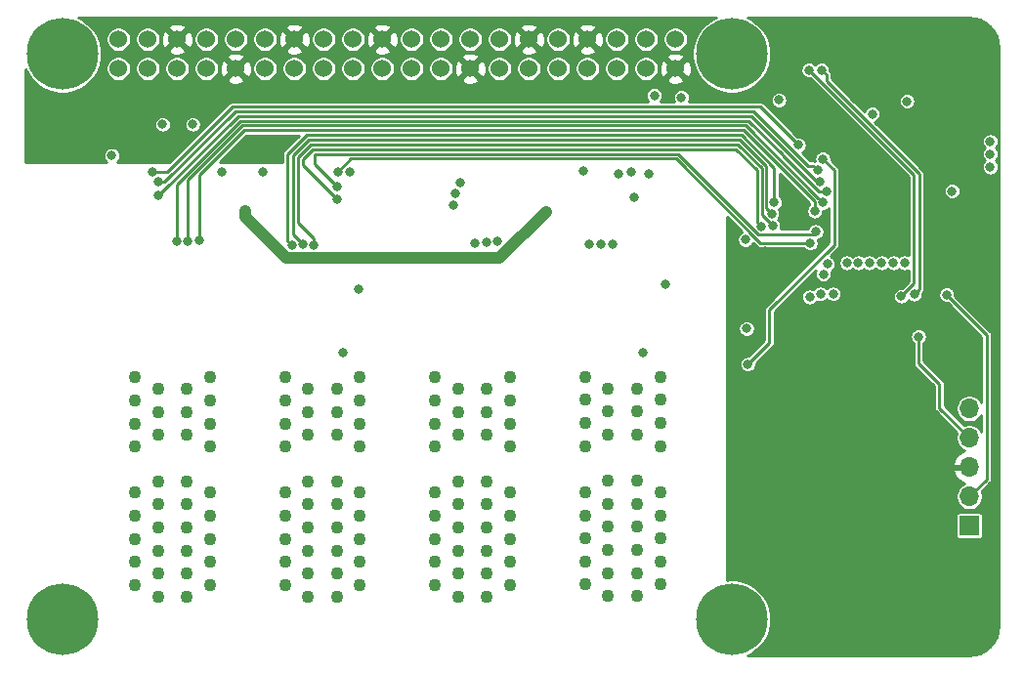
<source format=gbr>
G04 #@! TF.GenerationSoftware,KiCad,Pcbnew,(5.1.5)-3*
G04 #@! TF.CreationDate,2020-03-14T15:24:04+00:00*
G04 #@! TF.ProjectId,Hat,4861742e-6b69-4636-9164-5f7063625858,A*
G04 #@! TF.SameCoordinates,Original*
G04 #@! TF.FileFunction,Copper,L2,Inr*
G04 #@! TF.FilePolarity,Positive*
%FSLAX46Y46*%
G04 Gerber Fmt 4.6, Leading zero omitted, Abs format (unit mm)*
G04 Created by KiCad (PCBNEW (5.1.5)-3) date 2020-03-14 15:24:04*
%MOMM*%
%LPD*%
G04 APERTURE LIST*
%ADD10C,1.100000*%
%ADD11C,6.200000*%
%ADD12C,1.524000*%
%ADD13R,1.700000X1.700000*%
%ADD14O,1.700000X1.700000*%
%ADD15C,0.800000*%
%ADD16C,1.000000*%
%ADD17C,0.250000*%
%ADD18C,0.254000*%
G04 APERTURE END LIST*
D10*
X138810000Y-117540000D03*
X136810000Y-116540000D03*
X141310000Y-117540000D03*
X143310000Y-116540000D03*
X138810000Y-115540000D03*
X136810000Y-114540000D03*
X141310000Y-115540000D03*
X143310000Y-114540000D03*
X138810000Y-113540000D03*
X136810000Y-112540000D03*
X141310000Y-113540000D03*
X143310000Y-112540000D03*
X138810000Y-111540000D03*
X136810000Y-110540000D03*
X141310000Y-111540000D03*
X143310000Y-110540000D03*
X138810000Y-109540000D03*
X136810000Y-108540000D03*
X141310000Y-109540000D03*
X143310000Y-108540000D03*
X138810000Y-107540000D03*
X141310000Y-107540000D03*
X136810000Y-104540000D03*
X143310000Y-104540000D03*
X138810000Y-103540000D03*
X141310000Y-103540000D03*
X136810000Y-102540000D03*
X143310000Y-102540000D03*
X138810000Y-101540000D03*
X141310000Y-101540000D03*
X136810000Y-100540000D03*
X143310000Y-100540000D03*
X138810000Y-99540000D03*
X141310000Y-99540000D03*
X136810000Y-98540000D03*
X143310000Y-98540000D03*
X112810000Y-117540000D03*
X110810000Y-116540000D03*
X115310000Y-117540000D03*
X117310000Y-116540000D03*
X112810000Y-115540000D03*
X110810000Y-114540000D03*
X115310000Y-115540000D03*
X117310000Y-114540000D03*
X112810000Y-113540000D03*
X110810000Y-112540000D03*
X115310000Y-113540000D03*
X117310000Y-112540000D03*
X112810000Y-111540000D03*
X110810000Y-110540000D03*
X115310000Y-111540000D03*
X117310000Y-110540000D03*
X112810000Y-109540000D03*
X110810000Y-108540000D03*
X115310000Y-109540000D03*
X117310000Y-108540000D03*
X112810000Y-107540000D03*
X115310000Y-107540000D03*
X110810000Y-104540000D03*
X117310000Y-104540000D03*
X112810000Y-103540000D03*
X115310000Y-103540000D03*
X110810000Y-102540000D03*
X117310000Y-102540000D03*
X112810000Y-101540000D03*
X115310000Y-101540000D03*
X110810000Y-100540000D03*
X117310000Y-100540000D03*
X112810000Y-99540000D03*
X115310000Y-99540000D03*
X110810000Y-98540000D03*
X117310000Y-98540000D03*
X125810000Y-117540000D03*
X123810000Y-116540000D03*
X128310000Y-117540000D03*
X130310000Y-116540000D03*
X125810000Y-115540000D03*
X123810000Y-114540000D03*
X128310000Y-115540000D03*
X130310000Y-114540000D03*
X125810000Y-113540000D03*
X123810000Y-112540000D03*
X128310000Y-113540000D03*
X130310000Y-112540000D03*
X125810000Y-111540000D03*
X123810000Y-110540000D03*
X128310000Y-111540000D03*
X130310000Y-110540000D03*
X125810000Y-109540000D03*
X123810000Y-108540000D03*
X128310000Y-109540000D03*
X130310000Y-108540000D03*
X125810000Y-107540000D03*
X128310000Y-107540000D03*
X123810000Y-104540000D03*
X130310000Y-104540000D03*
X125810000Y-103540000D03*
X128310000Y-103540000D03*
X123810000Y-102540000D03*
X130310000Y-102540000D03*
X125810000Y-101540000D03*
X128310000Y-101540000D03*
X123810000Y-100540000D03*
X130310000Y-100540000D03*
X125810000Y-99540000D03*
X128310000Y-99540000D03*
X123810000Y-98540000D03*
X130310000Y-98540000D03*
X151810000Y-117500000D03*
X149810000Y-116500000D03*
X154310000Y-117500000D03*
X156310000Y-116500000D03*
X151810000Y-115500000D03*
X149810000Y-114500000D03*
X154310000Y-115500000D03*
X156310000Y-114500000D03*
X151810000Y-113500000D03*
X149810000Y-112500000D03*
X154310000Y-113500000D03*
X156310000Y-112500000D03*
X151810000Y-111500000D03*
X149810000Y-110500000D03*
X154310000Y-111500000D03*
X156310000Y-110500000D03*
X151810000Y-109500000D03*
X149810000Y-108500000D03*
X154310000Y-109500000D03*
X156310000Y-108500000D03*
X151810000Y-107500000D03*
X154310000Y-107500000D03*
X149810000Y-104500000D03*
X156310000Y-104500000D03*
X151810000Y-103500000D03*
X154310000Y-103500000D03*
X149810000Y-102500000D03*
X156310000Y-102500000D03*
X151810000Y-101500000D03*
X154310000Y-101500000D03*
X149810000Y-100500000D03*
X156310000Y-100500000D03*
X151810000Y-99500000D03*
X154310000Y-99500000D03*
X149810000Y-98500000D03*
X156310000Y-98500000D03*
D11*
X104500000Y-119500000D03*
X162500000Y-119500000D03*
X162500000Y-70500000D03*
X104500000Y-70500000D03*
D12*
X109370000Y-71770000D03*
X111910000Y-71770000D03*
X114450000Y-71770000D03*
X116990000Y-71770000D03*
X119530000Y-71770000D03*
X122070000Y-71770000D03*
X109370000Y-69230000D03*
X111910000Y-69230000D03*
X114450000Y-69230000D03*
X116990000Y-69230000D03*
X119530000Y-69230000D03*
X122070000Y-69230000D03*
X124610000Y-71770000D03*
X124610000Y-69230000D03*
X127150000Y-71770000D03*
X129690000Y-71770000D03*
X132230000Y-71770000D03*
X134770000Y-71770000D03*
X137310000Y-71770000D03*
X139850000Y-71770000D03*
X127150000Y-69230000D03*
X129690000Y-69230000D03*
X132230000Y-69230000D03*
X134770000Y-69230000D03*
X137310000Y-69230000D03*
X139850000Y-69230000D03*
X142390000Y-71770000D03*
X142390000Y-69230000D03*
X144930000Y-71770000D03*
X147470000Y-71770000D03*
X150010000Y-71770000D03*
X152550000Y-71770000D03*
X155090000Y-71770000D03*
X157630000Y-71770000D03*
X144930000Y-69230000D03*
X147470000Y-69230000D03*
X150010000Y-69230000D03*
X152550000Y-69230000D03*
X155090000Y-69230000D03*
X157630000Y-69230000D03*
D13*
X183100000Y-111400000D03*
D14*
X183100000Y-108860000D03*
X183100000Y-106320000D03*
X183100000Y-103780000D03*
X183100000Y-101240000D03*
D15*
X171500000Y-79500000D03*
X168500000Y-77300000D03*
X146400000Y-84200000D03*
X120400008Y-84100000D03*
X174400000Y-79300000D03*
X168000000Y-75700000D03*
X165400000Y-87600000D03*
X165100000Y-93700000D03*
X171500000Y-97900000D03*
X175100000Y-97900000D03*
X178600000Y-99300000D03*
X179000000Y-112900000D03*
X175300000Y-112700000D03*
X171600000Y-112900000D03*
X172300000Y-86000000D03*
X177100000Y-84400000D03*
X180600000Y-86200000D03*
X176000000Y-91500000D03*
X123200000Y-78200000D03*
X180000000Y-90600000D03*
X172100000Y-69000000D03*
X183000000Y-72400000D03*
X180800000Y-80300000D03*
X103900000Y-74700000D03*
X103400000Y-79300000D03*
X113100000Y-75100000D03*
X113200000Y-78000000D03*
X169200000Y-85000000D03*
X184900000Y-80300000D03*
X184900000Y-79200000D03*
X184900000Y-78100000D03*
X166600000Y-74500000D03*
X129400000Y-80700000D03*
X177700000Y-74600000D03*
X155300000Y-80914990D03*
X108800000Y-79300000D03*
X163800000Y-94300000D03*
X118300000Y-80700000D03*
X121900000Y-80700000D03*
X149671340Y-80640091D03*
X170300000Y-71900000D03*
X178339946Y-91328805D03*
X169200000Y-71900000D03*
X177200000Y-91500000D03*
X177500000Y-88600000D03*
X154060000Y-82900000D03*
X176500000Y-88600000D03*
X152700000Y-80900000D03*
X175500000Y-88600000D03*
X153800000Y-80700000D03*
X128370000Y-80750000D03*
X169302063Y-86900000D03*
X128344029Y-81987990D03*
X169800000Y-85900000D03*
X112300000Y-80700000D03*
X168302583Y-78397417D03*
X112800000Y-81600000D03*
X169961901Y-80601885D03*
X112800000Y-82799992D03*
X170147627Y-81552364D03*
X128300000Y-83100000D03*
X165098698Y-85436302D03*
X138389806Y-83585547D03*
X163700000Y-86600000D03*
X170444286Y-89591678D03*
X138995010Y-81674785D03*
X170800000Y-88700000D03*
X138585000Y-82625608D03*
X174700000Y-75700000D03*
X155800000Y-74100000D03*
X158148891Y-74260000D03*
X181600000Y-82400000D03*
X169707998Y-84125000D03*
X116402304Y-86697788D03*
X170414133Y-83384175D03*
X115402535Y-86719412D03*
X170707108Y-82407108D03*
X114400000Y-86700000D03*
X126315411Y-87069808D03*
X166057281Y-85383945D03*
X125356685Y-87020135D03*
X165983310Y-84365745D03*
X124400000Y-87100010D03*
X166203731Y-83365396D03*
X130173237Y-90919846D03*
X128800000Y-96400000D03*
X154800000Y-96400000D03*
X156800000Y-90500000D03*
X169276935Y-91563733D03*
X140300000Y-86900000D03*
X170200000Y-91300000D03*
X141260900Y-86867342D03*
X171300000Y-91300000D03*
X142216942Y-86780234D03*
X172500000Y-88600000D03*
X150200000Y-87000000D03*
X173464370Y-88604367D03*
X151200000Y-87000000D03*
X174424359Y-88599351D03*
X152160003Y-87000000D03*
X178700000Y-95000000D03*
X181141560Y-91369766D03*
X115800000Y-76600000D03*
X113200000Y-76600000D03*
X163900000Y-97400000D03*
X170400000Y-79600000D03*
D16*
X123934323Y-88200000D02*
X142400000Y-88200000D01*
X142400000Y-88200000D02*
X146400000Y-84200000D01*
X120400008Y-84100000D02*
X120400008Y-84665685D01*
X120400008Y-84665685D02*
X123934323Y-88200000D01*
D17*
X178739945Y-90928806D02*
X178339946Y-91328805D01*
X170699999Y-72299999D02*
X170699999Y-72820156D01*
X178739945Y-80860102D02*
X178739945Y-90928806D01*
X170300000Y-71900000D02*
X170699999Y-72299999D01*
X170699999Y-72820156D02*
X178739945Y-80860102D01*
X177599999Y-91100001D02*
X177200000Y-91500000D01*
X178285001Y-90414999D02*
X177599999Y-91100001D01*
X178285001Y-80985001D02*
X178285001Y-90414999D01*
X169200000Y-71900000D02*
X178285001Y-80985001D01*
X157693841Y-79580040D02*
X165013801Y-86900000D01*
X128370000Y-80750000D02*
X129539960Y-79580040D01*
X165013801Y-86900000D02*
X168736378Y-86900000D01*
X129539960Y-79580040D02*
X157693841Y-79580040D01*
X168736378Y-86900000D02*
X169302063Y-86900000D01*
X169565000Y-86135000D02*
X169800000Y-85900000D01*
X126369488Y-80013449D02*
X126369488Y-79170029D01*
X157863671Y-79170029D02*
X164828642Y-86135000D01*
X128344029Y-81987990D02*
X126369488Y-80013449D01*
X126369488Y-79170029D02*
X157863671Y-79170029D01*
X164828642Y-86135000D02*
X169565000Y-86135000D01*
X119240055Y-75059945D02*
X164965111Y-75059945D01*
X113600000Y-80700000D02*
X119240055Y-75059945D01*
X167902584Y-77997418D02*
X168302583Y-78397417D01*
X164965111Y-75059945D02*
X167902584Y-77997418D01*
X112300000Y-80700000D02*
X113600000Y-80700000D01*
X112685010Y-81658255D02*
X112685010Y-81658255D01*
X112800000Y-81600000D02*
X113365685Y-81600000D01*
X169561902Y-80201886D02*
X169961901Y-80601885D01*
X169138300Y-80201886D02*
X169561902Y-80201886D01*
X119495729Y-75469956D02*
X164406370Y-75469956D01*
X164406370Y-75469956D02*
X169138300Y-80201886D01*
X113365685Y-81600000D02*
X119495729Y-75469956D01*
X112685010Y-82618268D02*
X112983953Y-82618268D01*
X113000000Y-82634315D02*
X112834323Y-82799992D01*
X112834323Y-82799992D02*
X112800000Y-82799992D01*
X112983953Y-82618268D02*
X113000000Y-82634315D01*
X113000000Y-82634315D02*
X119754348Y-75879967D01*
X169852364Y-81552364D02*
X170147627Y-81552364D01*
X119754348Y-75879967D02*
X164179967Y-75879967D01*
X164179967Y-75879967D02*
X169852364Y-81552364D01*
X164698699Y-80598699D02*
X164698699Y-85036303D01*
X162860020Y-78760020D02*
X164698699Y-80598699D01*
X128300000Y-83100000D02*
X125320020Y-80120020D01*
X125320020Y-80120020D02*
X125320020Y-79639660D01*
X164698699Y-85036303D02*
X165098698Y-85436302D01*
X126199660Y-78760020D02*
X162860020Y-78760020D01*
X125320020Y-79639660D02*
X126199660Y-78760020D01*
X116402304Y-86132103D02*
X116402304Y-86697788D01*
X169707998Y-83288626D02*
X163529372Y-77110000D01*
X169707998Y-84125000D02*
X169707998Y-83288626D01*
X163529372Y-77110000D02*
X120290000Y-77110000D01*
X120290000Y-77110000D02*
X116402304Y-80997696D01*
X116402304Y-80997696D02*
X116402304Y-86132103D01*
X115402535Y-86153727D02*
X115402535Y-86719412D01*
X115402535Y-81406835D02*
X115402535Y-86153727D01*
X170414133Y-83384175D02*
X170014134Y-82984176D01*
X163727170Y-76699989D02*
X120109382Y-76699989D01*
X170014134Y-82984176D02*
X170011357Y-82984176D01*
X170011357Y-82984176D02*
X163727170Y-76699989D01*
X120109382Y-76699989D02*
X115402535Y-81406835D01*
X114400000Y-86134315D02*
X114400000Y-86700000D01*
X114400000Y-81829528D02*
X114400000Y-86134315D01*
X119939550Y-76289978D02*
X114400000Y-81829528D01*
X166894977Y-79268465D02*
X166894977Y-79231385D01*
X170707108Y-82407108D02*
X170033620Y-82407108D01*
X166894977Y-79231385D02*
X163953570Y-76289978D01*
X170033620Y-82407108D02*
X166894977Y-79268465D01*
X163953570Y-76289978D02*
X119939550Y-76289978D01*
X126315411Y-87069808D02*
X126315411Y-86504123D01*
X126315411Y-86504123D02*
X124910010Y-85098722D01*
X124910010Y-85098722D02*
X124910009Y-79469828D01*
X163029852Y-78350009D02*
X165108710Y-80428867D01*
X165108710Y-80428867D02*
X165108710Y-84459896D01*
X124910009Y-79469828D02*
X126029828Y-78350009D01*
X165108710Y-84459896D02*
X165632760Y-84983946D01*
X165657282Y-84983946D02*
X166057281Y-85383945D01*
X126029828Y-78350009D02*
X163029852Y-78350009D01*
X165632760Y-84983946D02*
X165657282Y-84983946D01*
X165583311Y-83965746D02*
X165983310Y-84365745D01*
X125356685Y-87020135D02*
X124500000Y-86163450D01*
X165518721Y-83901156D02*
X165583311Y-83965746D01*
X165518721Y-80259035D02*
X165518721Y-83901156D01*
X163199684Y-77939998D02*
X165518721Y-80259035D01*
X125859996Y-77939998D02*
X163199684Y-77939998D01*
X124500000Y-86163450D02*
X124499999Y-79299996D01*
X124499999Y-79299996D02*
X125859996Y-77939998D01*
X124000001Y-79220150D02*
X125690164Y-77529987D01*
X125690164Y-77529987D02*
X163369516Y-77529987D01*
X124000001Y-86700011D02*
X124000001Y-79220150D01*
X166203731Y-80364202D02*
X166203731Y-82799711D01*
X166203731Y-82799711D02*
X166203731Y-83365396D01*
X163369516Y-77529987D02*
X166203731Y-80364202D01*
X124400000Y-87100010D02*
X124000001Y-86700011D01*
X180500000Y-99100000D02*
X178700000Y-97300000D01*
X178700000Y-97300000D02*
X178700000Y-95000000D01*
X183100000Y-103780000D02*
X180500000Y-101180000D01*
X180500000Y-101180000D02*
X180500000Y-99100000D01*
X184600000Y-94828206D02*
X181141560Y-91369766D01*
X183100000Y-108860000D02*
X184600000Y-107360000D01*
X184600000Y-107360000D02*
X184600000Y-94828206D01*
X165785001Y-95514999D02*
X165785001Y-92658799D01*
X165785001Y-92658799D02*
X171392109Y-87051691D01*
X163900000Y-97400000D02*
X165785001Y-95514999D01*
X171392109Y-80592109D02*
X170400000Y-79600000D01*
X171392109Y-87051691D02*
X171392109Y-80592109D01*
D18*
G36*
X160876707Y-67463032D02*
G01*
X160315415Y-67838075D01*
X159838075Y-68315415D01*
X159463032Y-68876707D01*
X159204697Y-69500381D01*
X159073000Y-70162470D01*
X159073000Y-70837530D01*
X159204697Y-71499619D01*
X159463032Y-72123293D01*
X159838075Y-72684585D01*
X160315415Y-73161925D01*
X160876707Y-73536968D01*
X161500381Y-73795303D01*
X162162470Y-73927000D01*
X162837530Y-73927000D01*
X163499619Y-73795303D01*
X164123293Y-73536968D01*
X164684585Y-73161925D01*
X165161925Y-72684585D01*
X165536968Y-72123293D01*
X165659118Y-71828397D01*
X168473000Y-71828397D01*
X168473000Y-71971603D01*
X168500938Y-72112058D01*
X168555741Y-72244364D01*
X168635302Y-72363436D01*
X168736564Y-72464698D01*
X168855636Y-72544259D01*
X168987942Y-72599062D01*
X169128397Y-72627000D01*
X169271603Y-72627000D01*
X169285094Y-72624317D01*
X177833001Y-81172225D01*
X177833002Y-87951035D01*
X177712058Y-87900938D01*
X177571603Y-87873000D01*
X177428397Y-87873000D01*
X177287942Y-87900938D01*
X177155636Y-87955741D01*
X177036564Y-88035302D01*
X177000000Y-88071866D01*
X176963436Y-88035302D01*
X176844364Y-87955741D01*
X176712058Y-87900938D01*
X176571603Y-87873000D01*
X176428397Y-87873000D01*
X176287942Y-87900938D01*
X176155636Y-87955741D01*
X176036564Y-88035302D01*
X176000000Y-88071866D01*
X175963436Y-88035302D01*
X175844364Y-87955741D01*
X175712058Y-87900938D01*
X175571603Y-87873000D01*
X175428397Y-87873000D01*
X175287942Y-87900938D01*
X175155636Y-87955741D01*
X175036564Y-88035302D01*
X174962504Y-88109362D01*
X174887795Y-88034653D01*
X174768723Y-87955092D01*
X174636417Y-87900289D01*
X174495962Y-87872351D01*
X174352756Y-87872351D01*
X174212301Y-87900289D01*
X174079995Y-87955092D01*
X173960923Y-88034653D01*
X173941857Y-88053720D01*
X173927806Y-88039669D01*
X173808734Y-87960108D01*
X173676428Y-87905305D01*
X173535973Y-87877367D01*
X173392767Y-87877367D01*
X173252312Y-87905305D01*
X173120006Y-87960108D01*
X173000934Y-88039669D01*
X172984369Y-88056235D01*
X172963436Y-88035302D01*
X172844364Y-87955741D01*
X172712058Y-87900938D01*
X172571603Y-87873000D01*
X172428397Y-87873000D01*
X172287942Y-87900938D01*
X172155636Y-87955741D01*
X172036564Y-88035302D01*
X171935302Y-88136564D01*
X171855741Y-88255636D01*
X171800938Y-88387942D01*
X171773000Y-88528397D01*
X171773000Y-88671603D01*
X171800938Y-88812058D01*
X171855741Y-88944364D01*
X171935302Y-89063436D01*
X172036564Y-89164698D01*
X172155636Y-89244259D01*
X172287942Y-89299062D01*
X172428397Y-89327000D01*
X172571603Y-89327000D01*
X172712058Y-89299062D01*
X172844364Y-89244259D01*
X172963436Y-89164698D01*
X172980002Y-89148133D01*
X173000934Y-89169065D01*
X173120006Y-89248626D01*
X173252312Y-89303429D01*
X173392767Y-89331367D01*
X173535973Y-89331367D01*
X173676428Y-89303429D01*
X173808734Y-89248626D01*
X173927806Y-89169065D01*
X173946873Y-89149999D01*
X173960923Y-89164049D01*
X174079995Y-89243610D01*
X174212301Y-89298413D01*
X174352756Y-89326351D01*
X174495962Y-89326351D01*
X174636417Y-89298413D01*
X174768723Y-89243610D01*
X174887795Y-89164049D01*
X174961855Y-89089989D01*
X175036564Y-89164698D01*
X175155636Y-89244259D01*
X175287942Y-89299062D01*
X175428397Y-89327000D01*
X175571603Y-89327000D01*
X175712058Y-89299062D01*
X175844364Y-89244259D01*
X175963436Y-89164698D01*
X176000000Y-89128134D01*
X176036564Y-89164698D01*
X176155636Y-89244259D01*
X176287942Y-89299062D01*
X176428397Y-89327000D01*
X176571603Y-89327000D01*
X176712058Y-89299062D01*
X176844364Y-89244259D01*
X176963436Y-89164698D01*
X177000000Y-89128134D01*
X177036564Y-89164698D01*
X177155636Y-89244259D01*
X177287942Y-89299062D01*
X177428397Y-89327000D01*
X177571603Y-89327000D01*
X177712058Y-89299062D01*
X177833002Y-89248965D01*
X177833002Y-90227773D01*
X177296093Y-90764684D01*
X177296088Y-90764688D01*
X177285093Y-90775683D01*
X177271603Y-90773000D01*
X177128397Y-90773000D01*
X176987942Y-90800938D01*
X176855636Y-90855741D01*
X176736564Y-90935302D01*
X176635302Y-91036564D01*
X176555741Y-91155636D01*
X176500938Y-91287942D01*
X176473000Y-91428397D01*
X176473000Y-91571603D01*
X176500938Y-91712058D01*
X176555741Y-91844364D01*
X176635302Y-91963436D01*
X176736564Y-92064698D01*
X176855636Y-92144259D01*
X176987942Y-92199062D01*
X177128397Y-92227000D01*
X177271603Y-92227000D01*
X177412058Y-92199062D01*
X177544364Y-92144259D01*
X177663436Y-92064698D01*
X177764698Y-91963436D01*
X177837495Y-91854488D01*
X177876510Y-91893503D01*
X177995582Y-91973064D01*
X178127888Y-92027867D01*
X178268343Y-92055805D01*
X178411549Y-92055805D01*
X178552004Y-92027867D01*
X178684310Y-91973064D01*
X178803382Y-91893503D01*
X178904644Y-91792241D01*
X178984205Y-91673169D01*
X179039008Y-91540863D01*
X179066946Y-91400408D01*
X179066946Y-91257202D01*
X179064648Y-91245647D01*
X179117588Y-91181139D01*
X179159559Y-91102616D01*
X179182982Y-91025402D01*
X179185405Y-91017414D01*
X179194132Y-90928807D01*
X179191945Y-90906602D01*
X179191945Y-82328397D01*
X180873000Y-82328397D01*
X180873000Y-82471603D01*
X180900938Y-82612058D01*
X180955741Y-82744364D01*
X181035302Y-82863436D01*
X181136564Y-82964698D01*
X181255636Y-83044259D01*
X181387942Y-83099062D01*
X181528397Y-83127000D01*
X181671603Y-83127000D01*
X181812058Y-83099062D01*
X181944364Y-83044259D01*
X182063436Y-82964698D01*
X182164698Y-82863436D01*
X182244259Y-82744364D01*
X182299062Y-82612058D01*
X182327000Y-82471603D01*
X182327000Y-82328397D01*
X182299062Y-82187942D01*
X182244259Y-82055636D01*
X182164698Y-81936564D01*
X182063436Y-81835302D01*
X181944364Y-81755741D01*
X181812058Y-81700938D01*
X181671603Y-81673000D01*
X181528397Y-81673000D01*
X181387942Y-81700938D01*
X181255636Y-81755741D01*
X181136564Y-81835302D01*
X181035302Y-81936564D01*
X180955741Y-82055636D01*
X180900938Y-82187942D01*
X180873000Y-82328397D01*
X179191945Y-82328397D01*
X179191945Y-80882307D01*
X179194132Y-80860102D01*
X179185405Y-80771494D01*
X179159559Y-80686292D01*
X179156837Y-80681200D01*
X179117588Y-80607769D01*
X179061104Y-80538943D01*
X179043851Y-80524784D01*
X176547464Y-78028397D01*
X184173000Y-78028397D01*
X184173000Y-78171603D01*
X184200938Y-78312058D01*
X184255741Y-78444364D01*
X184335302Y-78563436D01*
X184421866Y-78650000D01*
X184335302Y-78736564D01*
X184255741Y-78855636D01*
X184200938Y-78987942D01*
X184173000Y-79128397D01*
X184173000Y-79271603D01*
X184200938Y-79412058D01*
X184255741Y-79544364D01*
X184335302Y-79663436D01*
X184421866Y-79750000D01*
X184335302Y-79836564D01*
X184255741Y-79955636D01*
X184200938Y-80087942D01*
X184173000Y-80228397D01*
X184173000Y-80371603D01*
X184200938Y-80512058D01*
X184255741Y-80644364D01*
X184335302Y-80763436D01*
X184436564Y-80864698D01*
X184555636Y-80944259D01*
X184687942Y-80999062D01*
X184828397Y-81027000D01*
X184971603Y-81027000D01*
X185112058Y-80999062D01*
X185244364Y-80944259D01*
X185363436Y-80864698D01*
X185464698Y-80763436D01*
X185544259Y-80644364D01*
X185599062Y-80512058D01*
X185627000Y-80371603D01*
X185627000Y-80228397D01*
X185599062Y-80087942D01*
X185544259Y-79955636D01*
X185464698Y-79836564D01*
X185378134Y-79750000D01*
X185464698Y-79663436D01*
X185544259Y-79544364D01*
X185599062Y-79412058D01*
X185627000Y-79271603D01*
X185627000Y-79128397D01*
X185599062Y-78987942D01*
X185544259Y-78855636D01*
X185464698Y-78736564D01*
X185378134Y-78650000D01*
X185464698Y-78563436D01*
X185544259Y-78444364D01*
X185599062Y-78312058D01*
X185627000Y-78171603D01*
X185627000Y-78028397D01*
X185599062Y-77887942D01*
X185544259Y-77755636D01*
X185464698Y-77636564D01*
X185363436Y-77535302D01*
X185244364Y-77455741D01*
X185112058Y-77400938D01*
X184971603Y-77373000D01*
X184828397Y-77373000D01*
X184687942Y-77400938D01*
X184555636Y-77455741D01*
X184436564Y-77535302D01*
X184335302Y-77636564D01*
X184255741Y-77755636D01*
X184200938Y-77887942D01*
X184173000Y-78028397D01*
X176547464Y-78028397D01*
X174916350Y-76397284D01*
X175044364Y-76344259D01*
X175163436Y-76264698D01*
X175264698Y-76163436D01*
X175344259Y-76044364D01*
X175399062Y-75912058D01*
X175427000Y-75771603D01*
X175427000Y-75628397D01*
X175399062Y-75487942D01*
X175344259Y-75355636D01*
X175264698Y-75236564D01*
X175163436Y-75135302D01*
X175044364Y-75055741D01*
X174912058Y-75000938D01*
X174771603Y-74973000D01*
X174628397Y-74973000D01*
X174487942Y-75000938D01*
X174355636Y-75055741D01*
X174236564Y-75135302D01*
X174135302Y-75236564D01*
X174055741Y-75355636D01*
X174002716Y-75483650D01*
X173047463Y-74528397D01*
X176973000Y-74528397D01*
X176973000Y-74671603D01*
X177000938Y-74812058D01*
X177055741Y-74944364D01*
X177135302Y-75063436D01*
X177236564Y-75164698D01*
X177355636Y-75244259D01*
X177487942Y-75299062D01*
X177628397Y-75327000D01*
X177771603Y-75327000D01*
X177912058Y-75299062D01*
X178044364Y-75244259D01*
X178163436Y-75164698D01*
X178264698Y-75063436D01*
X178344259Y-74944364D01*
X178399062Y-74812058D01*
X178427000Y-74671603D01*
X178427000Y-74528397D01*
X178399062Y-74387942D01*
X178344259Y-74255636D01*
X178264698Y-74136564D01*
X178163436Y-74035302D01*
X178044364Y-73955741D01*
X177912058Y-73900938D01*
X177771603Y-73873000D01*
X177628397Y-73873000D01*
X177487942Y-73900938D01*
X177355636Y-73955741D01*
X177236564Y-74035302D01*
X177135302Y-74136564D01*
X177055741Y-74255636D01*
X177000938Y-74387942D01*
X176973000Y-74528397D01*
X173047463Y-74528397D01*
X171151999Y-72632933D01*
X171151999Y-72322203D01*
X171154186Y-72299998D01*
X171145459Y-72211391D01*
X171119613Y-72126189D01*
X171112060Y-72112058D01*
X171077642Y-72047666D01*
X171024702Y-71983158D01*
X171027000Y-71971603D01*
X171027000Y-71828397D01*
X170999062Y-71687942D01*
X170944259Y-71555636D01*
X170864698Y-71436564D01*
X170763436Y-71335302D01*
X170644364Y-71255741D01*
X170512058Y-71200938D01*
X170371603Y-71173000D01*
X170228397Y-71173000D01*
X170087942Y-71200938D01*
X169955636Y-71255741D01*
X169836564Y-71335302D01*
X169750000Y-71421866D01*
X169663436Y-71335302D01*
X169544364Y-71255741D01*
X169412058Y-71200938D01*
X169271603Y-71173000D01*
X169128397Y-71173000D01*
X168987942Y-71200938D01*
X168855636Y-71255741D01*
X168736564Y-71335302D01*
X168635302Y-71436564D01*
X168555741Y-71555636D01*
X168500938Y-71687942D01*
X168473000Y-71828397D01*
X165659118Y-71828397D01*
X165795303Y-71499619D01*
X165927000Y-70837530D01*
X165927000Y-70162470D01*
X165795303Y-69500381D01*
X165536968Y-68876707D01*
X165161925Y-68315415D01*
X164684585Y-67838075D01*
X164123293Y-67463032D01*
X163855239Y-67352000D01*
X182982785Y-67352000D01*
X183514003Y-67404087D01*
X184008427Y-67553361D01*
X184464449Y-67795832D01*
X184864680Y-68122252D01*
X185193894Y-68520203D01*
X185439537Y-68974513D01*
X185592262Y-69467885D01*
X185647991Y-69998117D01*
X185648001Y-70000940D01*
X185648000Y-119982785D01*
X185595913Y-120514002D01*
X185446637Y-121008431D01*
X185204168Y-121464448D01*
X184877748Y-121864680D01*
X184479796Y-122193894D01*
X184025490Y-122439536D01*
X183532115Y-122592262D01*
X183001883Y-122647991D01*
X182999347Y-122648000D01*
X163855239Y-122648000D01*
X164123293Y-122536968D01*
X164684585Y-122161925D01*
X165161925Y-121684585D01*
X165536968Y-121123293D01*
X165795303Y-120499619D01*
X165927000Y-119837530D01*
X165927000Y-119162470D01*
X165795303Y-118500381D01*
X165536968Y-117876707D01*
X165161925Y-117315415D01*
X164684585Y-116838075D01*
X164123293Y-116463032D01*
X163499619Y-116204697D01*
X162837530Y-116073000D01*
X162162470Y-116073000D01*
X162127000Y-116080055D01*
X162127000Y-110550000D01*
X181921418Y-110550000D01*
X181921418Y-112250000D01*
X181927732Y-112314103D01*
X181946430Y-112375743D01*
X181976794Y-112432550D01*
X182017657Y-112482343D01*
X182067450Y-112523206D01*
X182124257Y-112553570D01*
X182185897Y-112572268D01*
X182250000Y-112578582D01*
X183950000Y-112578582D01*
X184014103Y-112572268D01*
X184075743Y-112553570D01*
X184132550Y-112523206D01*
X184182343Y-112482343D01*
X184223206Y-112432550D01*
X184253570Y-112375743D01*
X184272268Y-112314103D01*
X184278582Y-112250000D01*
X184278582Y-110550000D01*
X184272268Y-110485897D01*
X184253570Y-110424257D01*
X184223206Y-110367450D01*
X184182343Y-110317657D01*
X184132550Y-110276794D01*
X184075743Y-110246430D01*
X184014103Y-110227732D01*
X183950000Y-110221418D01*
X182250000Y-110221418D01*
X182185897Y-110227732D01*
X182124257Y-110246430D01*
X182067450Y-110276794D01*
X182017657Y-110317657D01*
X181976794Y-110367450D01*
X181946430Y-110424257D01*
X181927732Y-110485897D01*
X181921418Y-110550000D01*
X162127000Y-110550000D01*
X162127000Y-94228397D01*
X163073000Y-94228397D01*
X163073000Y-94371603D01*
X163100938Y-94512058D01*
X163155741Y-94644364D01*
X163235302Y-94763436D01*
X163336564Y-94864698D01*
X163455636Y-94944259D01*
X163587942Y-94999062D01*
X163728397Y-95027000D01*
X163871603Y-95027000D01*
X164012058Y-94999062D01*
X164144364Y-94944259D01*
X164263436Y-94864698D01*
X164364698Y-94763436D01*
X164444259Y-94644364D01*
X164499062Y-94512058D01*
X164527000Y-94371603D01*
X164527000Y-94228397D01*
X164499062Y-94087942D01*
X164444259Y-93955636D01*
X164364698Y-93836564D01*
X164263436Y-93735302D01*
X164144364Y-93655741D01*
X164012058Y-93600938D01*
X163871603Y-93573000D01*
X163728397Y-93573000D01*
X163587942Y-93600938D01*
X163455636Y-93655741D01*
X163336564Y-93735302D01*
X163235302Y-93836564D01*
X163155741Y-93955636D01*
X163100938Y-94087942D01*
X163073000Y-94228397D01*
X162127000Y-94228397D01*
X162127000Y-84652423D01*
X163408444Y-85933867D01*
X163355636Y-85955741D01*
X163236564Y-86035302D01*
X163135302Y-86136564D01*
X163055741Y-86255636D01*
X163000938Y-86387942D01*
X162973000Y-86528397D01*
X162973000Y-86671603D01*
X163000938Y-86812058D01*
X163055741Y-86944364D01*
X163135302Y-87063436D01*
X163236564Y-87164698D01*
X163355636Y-87244259D01*
X163487942Y-87299062D01*
X163628397Y-87327000D01*
X163771603Y-87327000D01*
X163912058Y-87299062D01*
X164044364Y-87244259D01*
X164163436Y-87164698D01*
X164264698Y-87063436D01*
X164344259Y-86944364D01*
X164366133Y-86891556D01*
X164678482Y-87203905D01*
X164692642Y-87221159D01*
X164761468Y-87277643D01*
X164839991Y-87319614D01*
X164925193Y-87345460D01*
X165013801Y-87354187D01*
X165036006Y-87352000D01*
X168729724Y-87352000D01*
X168737365Y-87363436D01*
X168838627Y-87464698D01*
X168957699Y-87544259D01*
X169090005Y-87599062D01*
X169230460Y-87627000D01*
X169373666Y-87627000D01*
X169514121Y-87599062D01*
X169646427Y-87544259D01*
X169765499Y-87464698D01*
X169866761Y-87363436D01*
X169946322Y-87244364D01*
X170001125Y-87112058D01*
X170029063Y-86971603D01*
X170029063Y-86828397D01*
X170001125Y-86687942D01*
X169967944Y-86607837D01*
X170012058Y-86599062D01*
X170144364Y-86544259D01*
X170263436Y-86464698D01*
X170364698Y-86363436D01*
X170444259Y-86244364D01*
X170499062Y-86112058D01*
X170527000Y-85971603D01*
X170527000Y-85828397D01*
X170499062Y-85687942D01*
X170444259Y-85555636D01*
X170364698Y-85436564D01*
X170263436Y-85335302D01*
X170144364Y-85255741D01*
X170012058Y-85200938D01*
X169871603Y-85173000D01*
X169728397Y-85173000D01*
X169587942Y-85200938D01*
X169455636Y-85255741D01*
X169336564Y-85335302D01*
X169235302Y-85436564D01*
X169155741Y-85555636D01*
X169102985Y-85683000D01*
X166720308Y-85683000D01*
X166756343Y-85596003D01*
X166784281Y-85455548D01*
X166784281Y-85312342D01*
X166756343Y-85171887D01*
X166701540Y-85039581D01*
X166621979Y-84920509D01*
X166539330Y-84837860D01*
X166548008Y-84829181D01*
X166627569Y-84710109D01*
X166682372Y-84577803D01*
X166710310Y-84437348D01*
X166710310Y-84294142D01*
X166682372Y-84153687D01*
X166627569Y-84021381D01*
X166597622Y-83976562D01*
X166667167Y-83930094D01*
X166768429Y-83828832D01*
X166847990Y-83709760D01*
X166902793Y-83577454D01*
X166930731Y-83436999D01*
X166930731Y-83293793D01*
X166902793Y-83153338D01*
X166847990Y-83021032D01*
X166768429Y-82901960D01*
X166667167Y-82800698D01*
X166655731Y-82793057D01*
X166655731Y-80875583D01*
X169255999Y-83475851D01*
X169255999Y-83552660D01*
X169244562Y-83560302D01*
X169143300Y-83661564D01*
X169063739Y-83780636D01*
X169008936Y-83912942D01*
X168980998Y-84053397D01*
X168980998Y-84196603D01*
X169008936Y-84337058D01*
X169063739Y-84469364D01*
X169143300Y-84588436D01*
X169244562Y-84689698D01*
X169363634Y-84769259D01*
X169495940Y-84824062D01*
X169636395Y-84852000D01*
X169779601Y-84852000D01*
X169920056Y-84824062D01*
X170052362Y-84769259D01*
X170171434Y-84689698D01*
X170272696Y-84588436D01*
X170352257Y-84469364D01*
X170407060Y-84337058D01*
X170434998Y-84196603D01*
X170434998Y-84111175D01*
X170485736Y-84111175D01*
X170626191Y-84083237D01*
X170758497Y-84028434D01*
X170877569Y-83948873D01*
X170940109Y-83886333D01*
X170940109Y-86864466D01*
X165481097Y-92323480D01*
X165463843Y-92337640D01*
X165407359Y-92406466D01*
X165365387Y-92484990D01*
X165339541Y-92570192D01*
X165330814Y-92658799D01*
X165333002Y-92681014D01*
X165333001Y-95327775D01*
X163985093Y-96675683D01*
X163971603Y-96673000D01*
X163828397Y-96673000D01*
X163687942Y-96700938D01*
X163555636Y-96755741D01*
X163436564Y-96835302D01*
X163335302Y-96936564D01*
X163255741Y-97055636D01*
X163200938Y-97187942D01*
X163173000Y-97328397D01*
X163173000Y-97471603D01*
X163200938Y-97612058D01*
X163255741Y-97744364D01*
X163335302Y-97863436D01*
X163436564Y-97964698D01*
X163555636Y-98044259D01*
X163687942Y-98099062D01*
X163828397Y-98127000D01*
X163971603Y-98127000D01*
X164112058Y-98099062D01*
X164244364Y-98044259D01*
X164363436Y-97964698D01*
X164464698Y-97863436D01*
X164544259Y-97744364D01*
X164599062Y-97612058D01*
X164627000Y-97471603D01*
X164627000Y-97328397D01*
X164624317Y-97314907D01*
X166088907Y-95850317D01*
X166106160Y-95836158D01*
X166162644Y-95767332D01*
X166204615Y-95688809D01*
X166230461Y-95603606D01*
X166237001Y-95537204D01*
X166237001Y-95537203D01*
X166239188Y-95514999D01*
X166237001Y-95492794D01*
X166237001Y-94928397D01*
X177973000Y-94928397D01*
X177973000Y-95071603D01*
X178000938Y-95212058D01*
X178055741Y-95344364D01*
X178135302Y-95463436D01*
X178236564Y-95564698D01*
X178248001Y-95572340D01*
X178248000Y-97277795D01*
X178245813Y-97300000D01*
X178248000Y-97322204D01*
X178254540Y-97388606D01*
X178280386Y-97473809D01*
X178322357Y-97552332D01*
X178378841Y-97621159D01*
X178396100Y-97635323D01*
X180048001Y-99287226D01*
X180048000Y-101157795D01*
X180045813Y-101180000D01*
X180048000Y-101202204D01*
X180054540Y-101268606D01*
X180080386Y-101353809D01*
X180122357Y-101432332D01*
X180178841Y-101501159D01*
X180196100Y-101515323D01*
X182011938Y-103331163D01*
X181968231Y-103436682D01*
X181923000Y-103664076D01*
X181923000Y-103895924D01*
X181968231Y-104123318D01*
X182056956Y-104337519D01*
X182185764Y-104530294D01*
X182349706Y-104694236D01*
X182542481Y-104823044D01*
X182707179Y-104891264D01*
X182468748Y-104975843D01*
X182218645Y-105124822D01*
X182002412Y-105319731D01*
X181828359Y-105553080D01*
X181703175Y-105815901D01*
X181658524Y-105963110D01*
X181779845Y-106193000D01*
X182973000Y-106193000D01*
X182973000Y-106173000D01*
X183227000Y-106173000D01*
X183227000Y-106193000D01*
X183247000Y-106193000D01*
X183247000Y-106447000D01*
X183227000Y-106447000D01*
X183227000Y-106467000D01*
X182973000Y-106467000D01*
X182973000Y-106447000D01*
X181779845Y-106447000D01*
X181658524Y-106676890D01*
X181703175Y-106824099D01*
X181828359Y-107086920D01*
X182002412Y-107320269D01*
X182218645Y-107515178D01*
X182468748Y-107664157D01*
X182707179Y-107748736D01*
X182542481Y-107816956D01*
X182349706Y-107945764D01*
X182185764Y-108109706D01*
X182056956Y-108302481D01*
X181968231Y-108516682D01*
X181923000Y-108744076D01*
X181923000Y-108975924D01*
X181968231Y-109203318D01*
X182056956Y-109417519D01*
X182185764Y-109610294D01*
X182349706Y-109774236D01*
X182542481Y-109903044D01*
X182756682Y-109991769D01*
X182984076Y-110037000D01*
X183215924Y-110037000D01*
X183443318Y-109991769D01*
X183657519Y-109903044D01*
X183850294Y-109774236D01*
X184014236Y-109610294D01*
X184143044Y-109417519D01*
X184231769Y-109203318D01*
X184277000Y-108975924D01*
X184277000Y-108744076D01*
X184231769Y-108516682D01*
X184188061Y-108411163D01*
X184903912Y-107695313D01*
X184921159Y-107681159D01*
X184977643Y-107612333D01*
X185019614Y-107533810D01*
X185039444Y-107468438D01*
X185045460Y-107448608D01*
X185054187Y-107360001D01*
X185052000Y-107337796D01*
X185052000Y-94850411D01*
X185054187Y-94828206D01*
X185045460Y-94739598D01*
X185019614Y-94654396D01*
X184977642Y-94575872D01*
X184952973Y-94545813D01*
X184921159Y-94507047D01*
X184903905Y-94492887D01*
X181865877Y-91454859D01*
X181868560Y-91441369D01*
X181868560Y-91298163D01*
X181840622Y-91157708D01*
X181785819Y-91025402D01*
X181706258Y-90906330D01*
X181604996Y-90805068D01*
X181485924Y-90725507D01*
X181353618Y-90670704D01*
X181213163Y-90642766D01*
X181069957Y-90642766D01*
X180929502Y-90670704D01*
X180797196Y-90725507D01*
X180678124Y-90805068D01*
X180576862Y-90906330D01*
X180497301Y-91025402D01*
X180442498Y-91157708D01*
X180414560Y-91298163D01*
X180414560Y-91441369D01*
X180442498Y-91581824D01*
X180497301Y-91714130D01*
X180576862Y-91833202D01*
X180678124Y-91934464D01*
X180797196Y-92014025D01*
X180929502Y-92068828D01*
X181069957Y-92096766D01*
X181213163Y-92096766D01*
X181226653Y-92094083D01*
X184148001Y-95015431D01*
X184148001Y-100694447D01*
X184143044Y-100682481D01*
X184014236Y-100489706D01*
X183850294Y-100325764D01*
X183657519Y-100196956D01*
X183443318Y-100108231D01*
X183215924Y-100063000D01*
X182984076Y-100063000D01*
X182756682Y-100108231D01*
X182542481Y-100196956D01*
X182349706Y-100325764D01*
X182185764Y-100489706D01*
X182056956Y-100682481D01*
X181968231Y-100896682D01*
X181923000Y-101124076D01*
X181923000Y-101355924D01*
X181968231Y-101583318D01*
X182056956Y-101797519D01*
X182185764Y-101990294D01*
X182349706Y-102154236D01*
X182542481Y-102283044D01*
X182756682Y-102371769D01*
X182984076Y-102417000D01*
X183215924Y-102417000D01*
X183443318Y-102371769D01*
X183657519Y-102283044D01*
X183850294Y-102154236D01*
X184014236Y-101990294D01*
X184143044Y-101797519D01*
X184148000Y-101785553D01*
X184148000Y-103234447D01*
X184143044Y-103222481D01*
X184014236Y-103029706D01*
X183850294Y-102865764D01*
X183657519Y-102736956D01*
X183443318Y-102648231D01*
X183215924Y-102603000D01*
X182984076Y-102603000D01*
X182756682Y-102648231D01*
X182651163Y-102691938D01*
X180952000Y-100992777D01*
X180952000Y-99122204D01*
X180954187Y-99099999D01*
X180945460Y-99011392D01*
X180928479Y-98955415D01*
X180919614Y-98926190D01*
X180877643Y-98847667D01*
X180821159Y-98778841D01*
X180803910Y-98764686D01*
X179152000Y-97112777D01*
X179152000Y-95572339D01*
X179163436Y-95564698D01*
X179264698Y-95463436D01*
X179344259Y-95344364D01*
X179399062Y-95212058D01*
X179427000Y-95071603D01*
X179427000Y-94928397D01*
X179399062Y-94787942D01*
X179344259Y-94655636D01*
X179264698Y-94536564D01*
X179163436Y-94435302D01*
X179044364Y-94355741D01*
X178912058Y-94300938D01*
X178771603Y-94273000D01*
X178628397Y-94273000D01*
X178487942Y-94300938D01*
X178355636Y-94355741D01*
X178236564Y-94435302D01*
X178135302Y-94536564D01*
X178055741Y-94655636D01*
X178000938Y-94787942D01*
X177973000Y-94928397D01*
X166237001Y-94928397D01*
X166237001Y-92846022D01*
X167590893Y-91492130D01*
X168549935Y-91492130D01*
X168549935Y-91635336D01*
X168577873Y-91775791D01*
X168632676Y-91908097D01*
X168712237Y-92027169D01*
X168813499Y-92128431D01*
X168932571Y-92207992D01*
X169064877Y-92262795D01*
X169205332Y-92290733D01*
X169348538Y-92290733D01*
X169488993Y-92262795D01*
X169621299Y-92207992D01*
X169740371Y-92128431D01*
X169841633Y-92027169D01*
X169888058Y-91957689D01*
X169987942Y-91999062D01*
X170128397Y-92027000D01*
X170271603Y-92027000D01*
X170412058Y-91999062D01*
X170544364Y-91944259D01*
X170663436Y-91864698D01*
X170750000Y-91778134D01*
X170836564Y-91864698D01*
X170955636Y-91944259D01*
X171087942Y-91999062D01*
X171228397Y-92027000D01*
X171371603Y-92027000D01*
X171512058Y-91999062D01*
X171644364Y-91944259D01*
X171763436Y-91864698D01*
X171864698Y-91763436D01*
X171944259Y-91644364D01*
X171999062Y-91512058D01*
X172027000Y-91371603D01*
X172027000Y-91228397D01*
X171999062Y-91087942D01*
X171944259Y-90955636D01*
X171864698Y-90836564D01*
X171763436Y-90735302D01*
X171644364Y-90655741D01*
X171512058Y-90600938D01*
X171371603Y-90573000D01*
X171228397Y-90573000D01*
X171087942Y-90600938D01*
X170955636Y-90655741D01*
X170836564Y-90735302D01*
X170750000Y-90821866D01*
X170663436Y-90735302D01*
X170544364Y-90655741D01*
X170412058Y-90600938D01*
X170271603Y-90573000D01*
X170128397Y-90573000D01*
X169987942Y-90600938D01*
X169855636Y-90655741D01*
X169736564Y-90735302D01*
X169635302Y-90836564D01*
X169588877Y-90906044D01*
X169488993Y-90864671D01*
X169348538Y-90836733D01*
X169205332Y-90836733D01*
X169064877Y-90864671D01*
X168932571Y-90919474D01*
X168813499Y-90999035D01*
X168712237Y-91100297D01*
X168632676Y-91219369D01*
X168577873Y-91351675D01*
X168549935Y-91492130D01*
X167590893Y-91492130D01*
X169774795Y-89308229D01*
X169745224Y-89379620D01*
X169717286Y-89520075D01*
X169717286Y-89663281D01*
X169745224Y-89803736D01*
X169800027Y-89936042D01*
X169879588Y-90055114D01*
X169980850Y-90156376D01*
X170099922Y-90235937D01*
X170232228Y-90290740D01*
X170372683Y-90318678D01*
X170515889Y-90318678D01*
X170656344Y-90290740D01*
X170788650Y-90235937D01*
X170907722Y-90156376D01*
X171008984Y-90055114D01*
X171088545Y-89936042D01*
X171143348Y-89803736D01*
X171171286Y-89663281D01*
X171171286Y-89520075D01*
X171143348Y-89379620D01*
X171130995Y-89349797D01*
X171144364Y-89344259D01*
X171263436Y-89264698D01*
X171364698Y-89163436D01*
X171444259Y-89044364D01*
X171499062Y-88912058D01*
X171527000Y-88771603D01*
X171527000Y-88628397D01*
X171499062Y-88487942D01*
X171444259Y-88355636D01*
X171364698Y-88236564D01*
X171263436Y-88135302D01*
X171144364Y-88055741D01*
X171061576Y-88021449D01*
X171696021Y-87387004D01*
X171713268Y-87372850D01*
X171769752Y-87304024D01*
X171811723Y-87225501D01*
X171830115Y-87164872D01*
X171837569Y-87140299D01*
X171846296Y-87051692D01*
X171844109Y-87029487D01*
X171844109Y-80614313D01*
X171846296Y-80592108D01*
X171837569Y-80503501D01*
X171811723Y-80418299D01*
X171805104Y-80405915D01*
X171769752Y-80339776D01*
X171713268Y-80270950D01*
X171696014Y-80256790D01*
X171124317Y-79685093D01*
X171127000Y-79671603D01*
X171127000Y-79528397D01*
X171099062Y-79387942D01*
X171044259Y-79255636D01*
X170964698Y-79136564D01*
X170863436Y-79035302D01*
X170744364Y-78955741D01*
X170612058Y-78900938D01*
X170471603Y-78873000D01*
X170328397Y-78873000D01*
X170187942Y-78900938D01*
X170055636Y-78955741D01*
X169936564Y-79035302D01*
X169835302Y-79136564D01*
X169755741Y-79255636D01*
X169700938Y-79387942D01*
X169673000Y-79528397D01*
X169673000Y-79671603D01*
X169692400Y-79769133D01*
X169650509Y-79756426D01*
X169584107Y-79749886D01*
X169561902Y-79747699D01*
X169539697Y-79749886D01*
X169325524Y-79749886D01*
X168625993Y-79050355D01*
X168646947Y-79041676D01*
X168766019Y-78962115D01*
X168867281Y-78860853D01*
X168946842Y-78741781D01*
X169001645Y-78609475D01*
X169029583Y-78469020D01*
X169029583Y-78325814D01*
X169001645Y-78185359D01*
X168946842Y-78053053D01*
X168867281Y-77933981D01*
X168766019Y-77832719D01*
X168646947Y-77753158D01*
X168514641Y-77698355D01*
X168374186Y-77670417D01*
X168230980Y-77670417D01*
X168217491Y-77673100D01*
X165300434Y-74756045D01*
X165286270Y-74738786D01*
X165217444Y-74682302D01*
X165138921Y-74640331D01*
X165053718Y-74614485D01*
X164987316Y-74607945D01*
X164965111Y-74605758D01*
X164942906Y-74607945D01*
X158790757Y-74607945D01*
X158793150Y-74604364D01*
X158847953Y-74472058D01*
X158856637Y-74428397D01*
X165873000Y-74428397D01*
X165873000Y-74571603D01*
X165900938Y-74712058D01*
X165955741Y-74844364D01*
X166035302Y-74963436D01*
X166136564Y-75064698D01*
X166255636Y-75144259D01*
X166387942Y-75199062D01*
X166528397Y-75227000D01*
X166671603Y-75227000D01*
X166812058Y-75199062D01*
X166944364Y-75144259D01*
X167063436Y-75064698D01*
X167164698Y-74963436D01*
X167244259Y-74844364D01*
X167299062Y-74712058D01*
X167327000Y-74571603D01*
X167327000Y-74428397D01*
X167299062Y-74287942D01*
X167244259Y-74155636D01*
X167164698Y-74036564D01*
X167063436Y-73935302D01*
X166944364Y-73855741D01*
X166812058Y-73800938D01*
X166671603Y-73773000D01*
X166528397Y-73773000D01*
X166387942Y-73800938D01*
X166255636Y-73855741D01*
X166136564Y-73935302D01*
X166035302Y-74036564D01*
X165955741Y-74155636D01*
X165900938Y-74287942D01*
X165873000Y-74428397D01*
X158856637Y-74428397D01*
X158875891Y-74331603D01*
X158875891Y-74188397D01*
X158847953Y-74047942D01*
X158793150Y-73915636D01*
X158713589Y-73796564D01*
X158612327Y-73695302D01*
X158493255Y-73615741D01*
X158360949Y-73560938D01*
X158220494Y-73533000D01*
X158077288Y-73533000D01*
X157936833Y-73560938D01*
X157804527Y-73615741D01*
X157685455Y-73695302D01*
X157584193Y-73796564D01*
X157504632Y-73915636D01*
X157449829Y-74047942D01*
X157421891Y-74188397D01*
X157421891Y-74331603D01*
X157449829Y-74472058D01*
X157504632Y-74604364D01*
X157507025Y-74607945D01*
X156320189Y-74607945D01*
X156364698Y-74563436D01*
X156444259Y-74444364D01*
X156499062Y-74312058D01*
X156527000Y-74171603D01*
X156527000Y-74028397D01*
X156499062Y-73887942D01*
X156444259Y-73755636D01*
X156364698Y-73636564D01*
X156263436Y-73535302D01*
X156144364Y-73455741D01*
X156012058Y-73400938D01*
X155871603Y-73373000D01*
X155728397Y-73373000D01*
X155587942Y-73400938D01*
X155455636Y-73455741D01*
X155336564Y-73535302D01*
X155235302Y-73636564D01*
X155155741Y-73755636D01*
X155100938Y-73887942D01*
X155073000Y-74028397D01*
X155073000Y-74171603D01*
X155100938Y-74312058D01*
X155155741Y-74444364D01*
X155235302Y-74563436D01*
X155279811Y-74607945D01*
X119262259Y-74607945D01*
X119240054Y-74605758D01*
X119151447Y-74614485D01*
X119131617Y-74620501D01*
X119066245Y-74640331D01*
X118987722Y-74682302D01*
X118918896Y-74738786D01*
X118904741Y-74756034D01*
X113787777Y-79873000D01*
X109251011Y-79873000D01*
X109263436Y-79864698D01*
X109364698Y-79763436D01*
X109444259Y-79644364D01*
X109499062Y-79512058D01*
X109527000Y-79371603D01*
X109527000Y-79228397D01*
X109499062Y-79087942D01*
X109444259Y-78955636D01*
X109364698Y-78836564D01*
X109263436Y-78735302D01*
X109144364Y-78655741D01*
X109012058Y-78600938D01*
X108871603Y-78573000D01*
X108728397Y-78573000D01*
X108587942Y-78600938D01*
X108455636Y-78655741D01*
X108336564Y-78735302D01*
X108235302Y-78836564D01*
X108155741Y-78955636D01*
X108100938Y-79087942D01*
X108073000Y-79228397D01*
X108073000Y-79371603D01*
X108100938Y-79512058D01*
X108155741Y-79644364D01*
X108235302Y-79763436D01*
X108336564Y-79864698D01*
X108348989Y-79873000D01*
X101352000Y-79873000D01*
X101352000Y-76528397D01*
X112473000Y-76528397D01*
X112473000Y-76671603D01*
X112500938Y-76812058D01*
X112555741Y-76944364D01*
X112635302Y-77063436D01*
X112736564Y-77164698D01*
X112855636Y-77244259D01*
X112987942Y-77299062D01*
X113128397Y-77327000D01*
X113271603Y-77327000D01*
X113412058Y-77299062D01*
X113544364Y-77244259D01*
X113663436Y-77164698D01*
X113764698Y-77063436D01*
X113844259Y-76944364D01*
X113899062Y-76812058D01*
X113927000Y-76671603D01*
X113927000Y-76528397D01*
X115073000Y-76528397D01*
X115073000Y-76671603D01*
X115100938Y-76812058D01*
X115155741Y-76944364D01*
X115235302Y-77063436D01*
X115336564Y-77164698D01*
X115455636Y-77244259D01*
X115587942Y-77299062D01*
X115728397Y-77327000D01*
X115871603Y-77327000D01*
X116012058Y-77299062D01*
X116144364Y-77244259D01*
X116263436Y-77164698D01*
X116364698Y-77063436D01*
X116444259Y-76944364D01*
X116499062Y-76812058D01*
X116527000Y-76671603D01*
X116527000Y-76528397D01*
X116499062Y-76387942D01*
X116444259Y-76255636D01*
X116364698Y-76136564D01*
X116263436Y-76035302D01*
X116144364Y-75955741D01*
X116012058Y-75900938D01*
X115871603Y-75873000D01*
X115728397Y-75873000D01*
X115587942Y-75900938D01*
X115455636Y-75955741D01*
X115336564Y-76035302D01*
X115235302Y-76136564D01*
X115155741Y-76255636D01*
X115100938Y-76387942D01*
X115073000Y-76528397D01*
X113927000Y-76528397D01*
X113899062Y-76387942D01*
X113844259Y-76255636D01*
X113764698Y-76136564D01*
X113663436Y-76035302D01*
X113544364Y-75955741D01*
X113412058Y-75900938D01*
X113271603Y-75873000D01*
X113128397Y-75873000D01*
X112987942Y-75900938D01*
X112855636Y-75955741D01*
X112736564Y-76035302D01*
X112635302Y-76136564D01*
X112555741Y-76255636D01*
X112500938Y-76387942D01*
X112473000Y-76528397D01*
X101352000Y-76528397D01*
X101352000Y-71855239D01*
X101463032Y-72123293D01*
X101838075Y-72684585D01*
X102315415Y-73161925D01*
X102876707Y-73536968D01*
X103500381Y-73795303D01*
X104162470Y-73927000D01*
X104837530Y-73927000D01*
X105499619Y-73795303D01*
X106123293Y-73536968D01*
X106684585Y-73161925D01*
X107161925Y-72684585D01*
X107536968Y-72123293D01*
X107727734Y-71662743D01*
X108281000Y-71662743D01*
X108281000Y-71877257D01*
X108322850Y-72087650D01*
X108404941Y-72285835D01*
X108524119Y-72464197D01*
X108675803Y-72615881D01*
X108854165Y-72735059D01*
X109052350Y-72817150D01*
X109262743Y-72859000D01*
X109477257Y-72859000D01*
X109687650Y-72817150D01*
X109885835Y-72735059D01*
X110064197Y-72615881D01*
X110215881Y-72464197D01*
X110335059Y-72285835D01*
X110417150Y-72087650D01*
X110459000Y-71877257D01*
X110459000Y-71662743D01*
X110821000Y-71662743D01*
X110821000Y-71877257D01*
X110862850Y-72087650D01*
X110944941Y-72285835D01*
X111064119Y-72464197D01*
X111215803Y-72615881D01*
X111394165Y-72735059D01*
X111592350Y-72817150D01*
X111802743Y-72859000D01*
X112017257Y-72859000D01*
X112227650Y-72817150D01*
X112425835Y-72735059D01*
X112604197Y-72615881D01*
X112755881Y-72464197D01*
X112875059Y-72285835D01*
X112957150Y-72087650D01*
X112999000Y-71877257D01*
X112999000Y-71662743D01*
X113361000Y-71662743D01*
X113361000Y-71877257D01*
X113402850Y-72087650D01*
X113484941Y-72285835D01*
X113604119Y-72464197D01*
X113755803Y-72615881D01*
X113934165Y-72735059D01*
X114132350Y-72817150D01*
X114342743Y-72859000D01*
X114557257Y-72859000D01*
X114767650Y-72817150D01*
X114965835Y-72735059D01*
X115144197Y-72615881D01*
X115295881Y-72464197D01*
X115415059Y-72285835D01*
X115497150Y-72087650D01*
X115539000Y-71877257D01*
X115539000Y-71662743D01*
X115901000Y-71662743D01*
X115901000Y-71877257D01*
X115942850Y-72087650D01*
X116024941Y-72285835D01*
X116144119Y-72464197D01*
X116295803Y-72615881D01*
X116474165Y-72735059D01*
X116672350Y-72817150D01*
X116882743Y-72859000D01*
X117097257Y-72859000D01*
X117307650Y-72817150D01*
X117504613Y-72735565D01*
X118744040Y-72735565D01*
X118811020Y-72975656D01*
X119060048Y-73092756D01*
X119327135Y-73159023D01*
X119602017Y-73171910D01*
X119874133Y-73130922D01*
X120133023Y-73037636D01*
X120248980Y-72975656D01*
X120315960Y-72735565D01*
X119530000Y-71949605D01*
X118744040Y-72735565D01*
X117504613Y-72735565D01*
X117505835Y-72735059D01*
X117684197Y-72615881D01*
X117835881Y-72464197D01*
X117955059Y-72285835D01*
X118037150Y-72087650D01*
X118079000Y-71877257D01*
X118079000Y-71842017D01*
X118128090Y-71842017D01*
X118169078Y-72114133D01*
X118262364Y-72373023D01*
X118324344Y-72488980D01*
X118564435Y-72555960D01*
X119350395Y-71770000D01*
X119709605Y-71770000D01*
X120495565Y-72555960D01*
X120735656Y-72488980D01*
X120852756Y-72239952D01*
X120919023Y-71972865D01*
X120931910Y-71697983D01*
X120926602Y-71662743D01*
X120981000Y-71662743D01*
X120981000Y-71877257D01*
X121022850Y-72087650D01*
X121104941Y-72285835D01*
X121224119Y-72464197D01*
X121375803Y-72615881D01*
X121554165Y-72735059D01*
X121752350Y-72817150D01*
X121962743Y-72859000D01*
X122177257Y-72859000D01*
X122387650Y-72817150D01*
X122585835Y-72735059D01*
X122764197Y-72615881D01*
X122915881Y-72464197D01*
X123035059Y-72285835D01*
X123117150Y-72087650D01*
X123159000Y-71877257D01*
X123159000Y-71662743D01*
X123521000Y-71662743D01*
X123521000Y-71877257D01*
X123562850Y-72087650D01*
X123644941Y-72285835D01*
X123764119Y-72464197D01*
X123915803Y-72615881D01*
X124094165Y-72735059D01*
X124292350Y-72817150D01*
X124502743Y-72859000D01*
X124717257Y-72859000D01*
X124927650Y-72817150D01*
X125125835Y-72735059D01*
X125304197Y-72615881D01*
X125455881Y-72464197D01*
X125575059Y-72285835D01*
X125657150Y-72087650D01*
X125699000Y-71877257D01*
X125699000Y-71662743D01*
X126061000Y-71662743D01*
X126061000Y-71877257D01*
X126102850Y-72087650D01*
X126184941Y-72285835D01*
X126304119Y-72464197D01*
X126455803Y-72615881D01*
X126634165Y-72735059D01*
X126832350Y-72817150D01*
X127042743Y-72859000D01*
X127257257Y-72859000D01*
X127467650Y-72817150D01*
X127665835Y-72735059D01*
X127844197Y-72615881D01*
X127995881Y-72464197D01*
X128115059Y-72285835D01*
X128197150Y-72087650D01*
X128239000Y-71877257D01*
X128239000Y-71662743D01*
X128601000Y-71662743D01*
X128601000Y-71877257D01*
X128642850Y-72087650D01*
X128724941Y-72285835D01*
X128844119Y-72464197D01*
X128995803Y-72615881D01*
X129174165Y-72735059D01*
X129372350Y-72817150D01*
X129582743Y-72859000D01*
X129797257Y-72859000D01*
X130007650Y-72817150D01*
X130205835Y-72735059D01*
X130384197Y-72615881D01*
X130535881Y-72464197D01*
X130655059Y-72285835D01*
X130737150Y-72087650D01*
X130779000Y-71877257D01*
X130779000Y-71662743D01*
X131141000Y-71662743D01*
X131141000Y-71877257D01*
X131182850Y-72087650D01*
X131264941Y-72285835D01*
X131384119Y-72464197D01*
X131535803Y-72615881D01*
X131714165Y-72735059D01*
X131912350Y-72817150D01*
X132122743Y-72859000D01*
X132337257Y-72859000D01*
X132547650Y-72817150D01*
X132745835Y-72735059D01*
X132924197Y-72615881D01*
X133075881Y-72464197D01*
X133195059Y-72285835D01*
X133277150Y-72087650D01*
X133319000Y-71877257D01*
X133319000Y-71662743D01*
X133681000Y-71662743D01*
X133681000Y-71877257D01*
X133722850Y-72087650D01*
X133804941Y-72285835D01*
X133924119Y-72464197D01*
X134075803Y-72615881D01*
X134254165Y-72735059D01*
X134452350Y-72817150D01*
X134662743Y-72859000D01*
X134877257Y-72859000D01*
X135087650Y-72817150D01*
X135285835Y-72735059D01*
X135464197Y-72615881D01*
X135615881Y-72464197D01*
X135735059Y-72285835D01*
X135817150Y-72087650D01*
X135859000Y-71877257D01*
X135859000Y-71662743D01*
X136221000Y-71662743D01*
X136221000Y-71877257D01*
X136262850Y-72087650D01*
X136344941Y-72285835D01*
X136464119Y-72464197D01*
X136615803Y-72615881D01*
X136794165Y-72735059D01*
X136992350Y-72817150D01*
X137202743Y-72859000D01*
X137417257Y-72859000D01*
X137627650Y-72817150D01*
X137824613Y-72735565D01*
X139064040Y-72735565D01*
X139131020Y-72975656D01*
X139380048Y-73092756D01*
X139647135Y-73159023D01*
X139922017Y-73171910D01*
X140194133Y-73130922D01*
X140453023Y-73037636D01*
X140568980Y-72975656D01*
X140635960Y-72735565D01*
X139850000Y-71949605D01*
X139064040Y-72735565D01*
X137824613Y-72735565D01*
X137825835Y-72735059D01*
X138004197Y-72615881D01*
X138155881Y-72464197D01*
X138275059Y-72285835D01*
X138357150Y-72087650D01*
X138399000Y-71877257D01*
X138399000Y-71842017D01*
X138448090Y-71842017D01*
X138489078Y-72114133D01*
X138582364Y-72373023D01*
X138644344Y-72488980D01*
X138884435Y-72555960D01*
X139670395Y-71770000D01*
X140029605Y-71770000D01*
X140815565Y-72555960D01*
X141055656Y-72488980D01*
X141172756Y-72239952D01*
X141239023Y-71972865D01*
X141251910Y-71697983D01*
X141246602Y-71662743D01*
X141301000Y-71662743D01*
X141301000Y-71877257D01*
X141342850Y-72087650D01*
X141424941Y-72285835D01*
X141544119Y-72464197D01*
X141695803Y-72615881D01*
X141874165Y-72735059D01*
X142072350Y-72817150D01*
X142282743Y-72859000D01*
X142497257Y-72859000D01*
X142707650Y-72817150D01*
X142905835Y-72735059D01*
X143084197Y-72615881D01*
X143235881Y-72464197D01*
X143355059Y-72285835D01*
X143437150Y-72087650D01*
X143479000Y-71877257D01*
X143479000Y-71662743D01*
X143841000Y-71662743D01*
X143841000Y-71877257D01*
X143882850Y-72087650D01*
X143964941Y-72285835D01*
X144084119Y-72464197D01*
X144235803Y-72615881D01*
X144414165Y-72735059D01*
X144612350Y-72817150D01*
X144822743Y-72859000D01*
X145037257Y-72859000D01*
X145247650Y-72817150D01*
X145445835Y-72735059D01*
X145624197Y-72615881D01*
X145775881Y-72464197D01*
X145895059Y-72285835D01*
X145977150Y-72087650D01*
X146019000Y-71877257D01*
X146019000Y-71662743D01*
X146381000Y-71662743D01*
X146381000Y-71877257D01*
X146422850Y-72087650D01*
X146504941Y-72285835D01*
X146624119Y-72464197D01*
X146775803Y-72615881D01*
X146954165Y-72735059D01*
X147152350Y-72817150D01*
X147362743Y-72859000D01*
X147577257Y-72859000D01*
X147787650Y-72817150D01*
X147985835Y-72735059D01*
X148164197Y-72615881D01*
X148315881Y-72464197D01*
X148435059Y-72285835D01*
X148517150Y-72087650D01*
X148559000Y-71877257D01*
X148559000Y-71662743D01*
X148921000Y-71662743D01*
X148921000Y-71877257D01*
X148962850Y-72087650D01*
X149044941Y-72285835D01*
X149164119Y-72464197D01*
X149315803Y-72615881D01*
X149494165Y-72735059D01*
X149692350Y-72817150D01*
X149902743Y-72859000D01*
X150117257Y-72859000D01*
X150327650Y-72817150D01*
X150525835Y-72735059D01*
X150704197Y-72615881D01*
X150855881Y-72464197D01*
X150975059Y-72285835D01*
X151057150Y-72087650D01*
X151099000Y-71877257D01*
X151099000Y-71662743D01*
X151461000Y-71662743D01*
X151461000Y-71877257D01*
X151502850Y-72087650D01*
X151584941Y-72285835D01*
X151704119Y-72464197D01*
X151855803Y-72615881D01*
X152034165Y-72735059D01*
X152232350Y-72817150D01*
X152442743Y-72859000D01*
X152657257Y-72859000D01*
X152867650Y-72817150D01*
X153065835Y-72735059D01*
X153244197Y-72615881D01*
X153395881Y-72464197D01*
X153515059Y-72285835D01*
X153597150Y-72087650D01*
X153639000Y-71877257D01*
X153639000Y-71662743D01*
X154001000Y-71662743D01*
X154001000Y-71877257D01*
X154042850Y-72087650D01*
X154124941Y-72285835D01*
X154244119Y-72464197D01*
X154395803Y-72615881D01*
X154574165Y-72735059D01*
X154772350Y-72817150D01*
X154982743Y-72859000D01*
X155197257Y-72859000D01*
X155407650Y-72817150D01*
X155604613Y-72735565D01*
X156844040Y-72735565D01*
X156911020Y-72975656D01*
X157160048Y-73092756D01*
X157427135Y-73159023D01*
X157702017Y-73171910D01*
X157974133Y-73130922D01*
X158233023Y-73037636D01*
X158348980Y-72975656D01*
X158415960Y-72735565D01*
X157630000Y-71949605D01*
X156844040Y-72735565D01*
X155604613Y-72735565D01*
X155605835Y-72735059D01*
X155784197Y-72615881D01*
X155935881Y-72464197D01*
X156055059Y-72285835D01*
X156137150Y-72087650D01*
X156179000Y-71877257D01*
X156179000Y-71842017D01*
X156228090Y-71842017D01*
X156269078Y-72114133D01*
X156362364Y-72373023D01*
X156424344Y-72488980D01*
X156664435Y-72555960D01*
X157450395Y-71770000D01*
X157809605Y-71770000D01*
X158595565Y-72555960D01*
X158835656Y-72488980D01*
X158952756Y-72239952D01*
X159019023Y-71972865D01*
X159031910Y-71697983D01*
X158990922Y-71425867D01*
X158897636Y-71166977D01*
X158835656Y-71051020D01*
X158595565Y-70984040D01*
X157809605Y-71770000D01*
X157450395Y-71770000D01*
X156664435Y-70984040D01*
X156424344Y-71051020D01*
X156307244Y-71300048D01*
X156240977Y-71567135D01*
X156228090Y-71842017D01*
X156179000Y-71842017D01*
X156179000Y-71662743D01*
X156137150Y-71452350D01*
X156055059Y-71254165D01*
X155935881Y-71075803D01*
X155784197Y-70924119D01*
X155605835Y-70804941D01*
X155604614Y-70804435D01*
X156844040Y-70804435D01*
X157630000Y-71590395D01*
X158415960Y-70804435D01*
X158348980Y-70564344D01*
X158099952Y-70447244D01*
X157832865Y-70380977D01*
X157557983Y-70368090D01*
X157285867Y-70409078D01*
X157026977Y-70502364D01*
X156911020Y-70564344D01*
X156844040Y-70804435D01*
X155604614Y-70804435D01*
X155407650Y-70722850D01*
X155197257Y-70681000D01*
X154982743Y-70681000D01*
X154772350Y-70722850D01*
X154574165Y-70804941D01*
X154395803Y-70924119D01*
X154244119Y-71075803D01*
X154124941Y-71254165D01*
X154042850Y-71452350D01*
X154001000Y-71662743D01*
X153639000Y-71662743D01*
X153597150Y-71452350D01*
X153515059Y-71254165D01*
X153395881Y-71075803D01*
X153244197Y-70924119D01*
X153065835Y-70804941D01*
X152867650Y-70722850D01*
X152657257Y-70681000D01*
X152442743Y-70681000D01*
X152232350Y-70722850D01*
X152034165Y-70804941D01*
X151855803Y-70924119D01*
X151704119Y-71075803D01*
X151584941Y-71254165D01*
X151502850Y-71452350D01*
X151461000Y-71662743D01*
X151099000Y-71662743D01*
X151057150Y-71452350D01*
X150975059Y-71254165D01*
X150855881Y-71075803D01*
X150704197Y-70924119D01*
X150525835Y-70804941D01*
X150327650Y-70722850D01*
X150117257Y-70681000D01*
X149902743Y-70681000D01*
X149692350Y-70722850D01*
X149494165Y-70804941D01*
X149315803Y-70924119D01*
X149164119Y-71075803D01*
X149044941Y-71254165D01*
X148962850Y-71452350D01*
X148921000Y-71662743D01*
X148559000Y-71662743D01*
X148517150Y-71452350D01*
X148435059Y-71254165D01*
X148315881Y-71075803D01*
X148164197Y-70924119D01*
X147985835Y-70804941D01*
X147787650Y-70722850D01*
X147577257Y-70681000D01*
X147362743Y-70681000D01*
X147152350Y-70722850D01*
X146954165Y-70804941D01*
X146775803Y-70924119D01*
X146624119Y-71075803D01*
X146504941Y-71254165D01*
X146422850Y-71452350D01*
X146381000Y-71662743D01*
X146019000Y-71662743D01*
X145977150Y-71452350D01*
X145895059Y-71254165D01*
X145775881Y-71075803D01*
X145624197Y-70924119D01*
X145445835Y-70804941D01*
X145247650Y-70722850D01*
X145037257Y-70681000D01*
X144822743Y-70681000D01*
X144612350Y-70722850D01*
X144414165Y-70804941D01*
X144235803Y-70924119D01*
X144084119Y-71075803D01*
X143964941Y-71254165D01*
X143882850Y-71452350D01*
X143841000Y-71662743D01*
X143479000Y-71662743D01*
X143437150Y-71452350D01*
X143355059Y-71254165D01*
X143235881Y-71075803D01*
X143084197Y-70924119D01*
X142905835Y-70804941D01*
X142707650Y-70722850D01*
X142497257Y-70681000D01*
X142282743Y-70681000D01*
X142072350Y-70722850D01*
X141874165Y-70804941D01*
X141695803Y-70924119D01*
X141544119Y-71075803D01*
X141424941Y-71254165D01*
X141342850Y-71452350D01*
X141301000Y-71662743D01*
X141246602Y-71662743D01*
X141210922Y-71425867D01*
X141117636Y-71166977D01*
X141055656Y-71051020D01*
X140815565Y-70984040D01*
X140029605Y-71770000D01*
X139670395Y-71770000D01*
X138884435Y-70984040D01*
X138644344Y-71051020D01*
X138527244Y-71300048D01*
X138460977Y-71567135D01*
X138448090Y-71842017D01*
X138399000Y-71842017D01*
X138399000Y-71662743D01*
X138357150Y-71452350D01*
X138275059Y-71254165D01*
X138155881Y-71075803D01*
X138004197Y-70924119D01*
X137825835Y-70804941D01*
X137824614Y-70804435D01*
X139064040Y-70804435D01*
X139850000Y-71590395D01*
X140635960Y-70804435D01*
X140568980Y-70564344D01*
X140319952Y-70447244D01*
X140052865Y-70380977D01*
X139777983Y-70368090D01*
X139505867Y-70409078D01*
X139246977Y-70502364D01*
X139131020Y-70564344D01*
X139064040Y-70804435D01*
X137824614Y-70804435D01*
X137627650Y-70722850D01*
X137417257Y-70681000D01*
X137202743Y-70681000D01*
X136992350Y-70722850D01*
X136794165Y-70804941D01*
X136615803Y-70924119D01*
X136464119Y-71075803D01*
X136344941Y-71254165D01*
X136262850Y-71452350D01*
X136221000Y-71662743D01*
X135859000Y-71662743D01*
X135817150Y-71452350D01*
X135735059Y-71254165D01*
X135615881Y-71075803D01*
X135464197Y-70924119D01*
X135285835Y-70804941D01*
X135087650Y-70722850D01*
X134877257Y-70681000D01*
X134662743Y-70681000D01*
X134452350Y-70722850D01*
X134254165Y-70804941D01*
X134075803Y-70924119D01*
X133924119Y-71075803D01*
X133804941Y-71254165D01*
X133722850Y-71452350D01*
X133681000Y-71662743D01*
X133319000Y-71662743D01*
X133277150Y-71452350D01*
X133195059Y-71254165D01*
X133075881Y-71075803D01*
X132924197Y-70924119D01*
X132745835Y-70804941D01*
X132547650Y-70722850D01*
X132337257Y-70681000D01*
X132122743Y-70681000D01*
X131912350Y-70722850D01*
X131714165Y-70804941D01*
X131535803Y-70924119D01*
X131384119Y-71075803D01*
X131264941Y-71254165D01*
X131182850Y-71452350D01*
X131141000Y-71662743D01*
X130779000Y-71662743D01*
X130737150Y-71452350D01*
X130655059Y-71254165D01*
X130535881Y-71075803D01*
X130384197Y-70924119D01*
X130205835Y-70804941D01*
X130007650Y-70722850D01*
X129797257Y-70681000D01*
X129582743Y-70681000D01*
X129372350Y-70722850D01*
X129174165Y-70804941D01*
X128995803Y-70924119D01*
X128844119Y-71075803D01*
X128724941Y-71254165D01*
X128642850Y-71452350D01*
X128601000Y-71662743D01*
X128239000Y-71662743D01*
X128197150Y-71452350D01*
X128115059Y-71254165D01*
X127995881Y-71075803D01*
X127844197Y-70924119D01*
X127665835Y-70804941D01*
X127467650Y-70722850D01*
X127257257Y-70681000D01*
X127042743Y-70681000D01*
X126832350Y-70722850D01*
X126634165Y-70804941D01*
X126455803Y-70924119D01*
X126304119Y-71075803D01*
X126184941Y-71254165D01*
X126102850Y-71452350D01*
X126061000Y-71662743D01*
X125699000Y-71662743D01*
X125657150Y-71452350D01*
X125575059Y-71254165D01*
X125455881Y-71075803D01*
X125304197Y-70924119D01*
X125125835Y-70804941D01*
X124927650Y-70722850D01*
X124717257Y-70681000D01*
X124502743Y-70681000D01*
X124292350Y-70722850D01*
X124094165Y-70804941D01*
X123915803Y-70924119D01*
X123764119Y-71075803D01*
X123644941Y-71254165D01*
X123562850Y-71452350D01*
X123521000Y-71662743D01*
X123159000Y-71662743D01*
X123117150Y-71452350D01*
X123035059Y-71254165D01*
X122915881Y-71075803D01*
X122764197Y-70924119D01*
X122585835Y-70804941D01*
X122387650Y-70722850D01*
X122177257Y-70681000D01*
X121962743Y-70681000D01*
X121752350Y-70722850D01*
X121554165Y-70804941D01*
X121375803Y-70924119D01*
X121224119Y-71075803D01*
X121104941Y-71254165D01*
X121022850Y-71452350D01*
X120981000Y-71662743D01*
X120926602Y-71662743D01*
X120890922Y-71425867D01*
X120797636Y-71166977D01*
X120735656Y-71051020D01*
X120495565Y-70984040D01*
X119709605Y-71770000D01*
X119350395Y-71770000D01*
X118564435Y-70984040D01*
X118324344Y-71051020D01*
X118207244Y-71300048D01*
X118140977Y-71567135D01*
X118128090Y-71842017D01*
X118079000Y-71842017D01*
X118079000Y-71662743D01*
X118037150Y-71452350D01*
X117955059Y-71254165D01*
X117835881Y-71075803D01*
X117684197Y-70924119D01*
X117505835Y-70804941D01*
X117504614Y-70804435D01*
X118744040Y-70804435D01*
X119530000Y-71590395D01*
X120315960Y-70804435D01*
X120248980Y-70564344D01*
X119999952Y-70447244D01*
X119732865Y-70380977D01*
X119457983Y-70368090D01*
X119185867Y-70409078D01*
X118926977Y-70502364D01*
X118811020Y-70564344D01*
X118744040Y-70804435D01*
X117504614Y-70804435D01*
X117307650Y-70722850D01*
X117097257Y-70681000D01*
X116882743Y-70681000D01*
X116672350Y-70722850D01*
X116474165Y-70804941D01*
X116295803Y-70924119D01*
X116144119Y-71075803D01*
X116024941Y-71254165D01*
X115942850Y-71452350D01*
X115901000Y-71662743D01*
X115539000Y-71662743D01*
X115497150Y-71452350D01*
X115415059Y-71254165D01*
X115295881Y-71075803D01*
X115144197Y-70924119D01*
X114965835Y-70804941D01*
X114767650Y-70722850D01*
X114557257Y-70681000D01*
X114342743Y-70681000D01*
X114132350Y-70722850D01*
X113934165Y-70804941D01*
X113755803Y-70924119D01*
X113604119Y-71075803D01*
X113484941Y-71254165D01*
X113402850Y-71452350D01*
X113361000Y-71662743D01*
X112999000Y-71662743D01*
X112957150Y-71452350D01*
X112875059Y-71254165D01*
X112755881Y-71075803D01*
X112604197Y-70924119D01*
X112425835Y-70804941D01*
X112227650Y-70722850D01*
X112017257Y-70681000D01*
X111802743Y-70681000D01*
X111592350Y-70722850D01*
X111394165Y-70804941D01*
X111215803Y-70924119D01*
X111064119Y-71075803D01*
X110944941Y-71254165D01*
X110862850Y-71452350D01*
X110821000Y-71662743D01*
X110459000Y-71662743D01*
X110417150Y-71452350D01*
X110335059Y-71254165D01*
X110215881Y-71075803D01*
X110064197Y-70924119D01*
X109885835Y-70804941D01*
X109687650Y-70722850D01*
X109477257Y-70681000D01*
X109262743Y-70681000D01*
X109052350Y-70722850D01*
X108854165Y-70804941D01*
X108675803Y-70924119D01*
X108524119Y-71075803D01*
X108404941Y-71254165D01*
X108322850Y-71452350D01*
X108281000Y-71662743D01*
X107727734Y-71662743D01*
X107795303Y-71499619D01*
X107927000Y-70837530D01*
X107927000Y-70162470D01*
X107795303Y-69500381D01*
X107638880Y-69122743D01*
X108281000Y-69122743D01*
X108281000Y-69337257D01*
X108322850Y-69547650D01*
X108404941Y-69745835D01*
X108524119Y-69924197D01*
X108675803Y-70075881D01*
X108854165Y-70195059D01*
X109052350Y-70277150D01*
X109262743Y-70319000D01*
X109477257Y-70319000D01*
X109687650Y-70277150D01*
X109885835Y-70195059D01*
X110064197Y-70075881D01*
X110215881Y-69924197D01*
X110335059Y-69745835D01*
X110417150Y-69547650D01*
X110459000Y-69337257D01*
X110459000Y-69122743D01*
X110821000Y-69122743D01*
X110821000Y-69337257D01*
X110862850Y-69547650D01*
X110944941Y-69745835D01*
X111064119Y-69924197D01*
X111215803Y-70075881D01*
X111394165Y-70195059D01*
X111592350Y-70277150D01*
X111802743Y-70319000D01*
X112017257Y-70319000D01*
X112227650Y-70277150D01*
X112424613Y-70195565D01*
X113664040Y-70195565D01*
X113731020Y-70435656D01*
X113980048Y-70552756D01*
X114247135Y-70619023D01*
X114522017Y-70631910D01*
X114794133Y-70590922D01*
X115053023Y-70497636D01*
X115168980Y-70435656D01*
X115235960Y-70195565D01*
X114450000Y-69409605D01*
X113664040Y-70195565D01*
X112424613Y-70195565D01*
X112425835Y-70195059D01*
X112604197Y-70075881D01*
X112755881Y-69924197D01*
X112875059Y-69745835D01*
X112957150Y-69547650D01*
X112999000Y-69337257D01*
X112999000Y-69302017D01*
X113048090Y-69302017D01*
X113089078Y-69574133D01*
X113182364Y-69833023D01*
X113244344Y-69948980D01*
X113484435Y-70015960D01*
X114270395Y-69230000D01*
X114629605Y-69230000D01*
X115415565Y-70015960D01*
X115655656Y-69948980D01*
X115772756Y-69699952D01*
X115839023Y-69432865D01*
X115851910Y-69157983D01*
X115846602Y-69122743D01*
X115901000Y-69122743D01*
X115901000Y-69337257D01*
X115942850Y-69547650D01*
X116024941Y-69745835D01*
X116144119Y-69924197D01*
X116295803Y-70075881D01*
X116474165Y-70195059D01*
X116672350Y-70277150D01*
X116882743Y-70319000D01*
X117097257Y-70319000D01*
X117307650Y-70277150D01*
X117505835Y-70195059D01*
X117684197Y-70075881D01*
X117835881Y-69924197D01*
X117955059Y-69745835D01*
X118037150Y-69547650D01*
X118079000Y-69337257D01*
X118079000Y-69122743D01*
X118441000Y-69122743D01*
X118441000Y-69337257D01*
X118482850Y-69547650D01*
X118564941Y-69745835D01*
X118684119Y-69924197D01*
X118835803Y-70075881D01*
X119014165Y-70195059D01*
X119212350Y-70277150D01*
X119422743Y-70319000D01*
X119637257Y-70319000D01*
X119847650Y-70277150D01*
X120045835Y-70195059D01*
X120224197Y-70075881D01*
X120375881Y-69924197D01*
X120495059Y-69745835D01*
X120577150Y-69547650D01*
X120619000Y-69337257D01*
X120619000Y-69122743D01*
X120981000Y-69122743D01*
X120981000Y-69337257D01*
X121022850Y-69547650D01*
X121104941Y-69745835D01*
X121224119Y-69924197D01*
X121375803Y-70075881D01*
X121554165Y-70195059D01*
X121752350Y-70277150D01*
X121962743Y-70319000D01*
X122177257Y-70319000D01*
X122387650Y-70277150D01*
X122584613Y-70195565D01*
X123824040Y-70195565D01*
X123891020Y-70435656D01*
X124140048Y-70552756D01*
X124407135Y-70619023D01*
X124682017Y-70631910D01*
X124954133Y-70590922D01*
X125213023Y-70497636D01*
X125328980Y-70435656D01*
X125395960Y-70195565D01*
X124610000Y-69409605D01*
X123824040Y-70195565D01*
X122584613Y-70195565D01*
X122585835Y-70195059D01*
X122764197Y-70075881D01*
X122915881Y-69924197D01*
X123035059Y-69745835D01*
X123117150Y-69547650D01*
X123159000Y-69337257D01*
X123159000Y-69302017D01*
X123208090Y-69302017D01*
X123249078Y-69574133D01*
X123342364Y-69833023D01*
X123404344Y-69948980D01*
X123644435Y-70015960D01*
X124430395Y-69230000D01*
X124789605Y-69230000D01*
X125575565Y-70015960D01*
X125815656Y-69948980D01*
X125932756Y-69699952D01*
X125999023Y-69432865D01*
X126011910Y-69157983D01*
X126006602Y-69122743D01*
X126061000Y-69122743D01*
X126061000Y-69337257D01*
X126102850Y-69547650D01*
X126184941Y-69745835D01*
X126304119Y-69924197D01*
X126455803Y-70075881D01*
X126634165Y-70195059D01*
X126832350Y-70277150D01*
X127042743Y-70319000D01*
X127257257Y-70319000D01*
X127467650Y-70277150D01*
X127665835Y-70195059D01*
X127844197Y-70075881D01*
X127995881Y-69924197D01*
X128115059Y-69745835D01*
X128197150Y-69547650D01*
X128239000Y-69337257D01*
X128239000Y-69122743D01*
X128601000Y-69122743D01*
X128601000Y-69337257D01*
X128642850Y-69547650D01*
X128724941Y-69745835D01*
X128844119Y-69924197D01*
X128995803Y-70075881D01*
X129174165Y-70195059D01*
X129372350Y-70277150D01*
X129582743Y-70319000D01*
X129797257Y-70319000D01*
X130007650Y-70277150D01*
X130204613Y-70195565D01*
X131444040Y-70195565D01*
X131511020Y-70435656D01*
X131760048Y-70552756D01*
X132027135Y-70619023D01*
X132302017Y-70631910D01*
X132574133Y-70590922D01*
X132833023Y-70497636D01*
X132948980Y-70435656D01*
X133015960Y-70195565D01*
X132230000Y-69409605D01*
X131444040Y-70195565D01*
X130204613Y-70195565D01*
X130205835Y-70195059D01*
X130384197Y-70075881D01*
X130535881Y-69924197D01*
X130655059Y-69745835D01*
X130737150Y-69547650D01*
X130779000Y-69337257D01*
X130779000Y-69302017D01*
X130828090Y-69302017D01*
X130869078Y-69574133D01*
X130962364Y-69833023D01*
X131024344Y-69948980D01*
X131264435Y-70015960D01*
X132050395Y-69230000D01*
X132409605Y-69230000D01*
X133195565Y-70015960D01*
X133435656Y-69948980D01*
X133552756Y-69699952D01*
X133619023Y-69432865D01*
X133631910Y-69157983D01*
X133626602Y-69122743D01*
X133681000Y-69122743D01*
X133681000Y-69337257D01*
X133722850Y-69547650D01*
X133804941Y-69745835D01*
X133924119Y-69924197D01*
X134075803Y-70075881D01*
X134254165Y-70195059D01*
X134452350Y-70277150D01*
X134662743Y-70319000D01*
X134877257Y-70319000D01*
X135087650Y-70277150D01*
X135285835Y-70195059D01*
X135464197Y-70075881D01*
X135615881Y-69924197D01*
X135735059Y-69745835D01*
X135817150Y-69547650D01*
X135859000Y-69337257D01*
X135859000Y-69122743D01*
X136221000Y-69122743D01*
X136221000Y-69337257D01*
X136262850Y-69547650D01*
X136344941Y-69745835D01*
X136464119Y-69924197D01*
X136615803Y-70075881D01*
X136794165Y-70195059D01*
X136992350Y-70277150D01*
X137202743Y-70319000D01*
X137417257Y-70319000D01*
X137627650Y-70277150D01*
X137825835Y-70195059D01*
X138004197Y-70075881D01*
X138155881Y-69924197D01*
X138275059Y-69745835D01*
X138357150Y-69547650D01*
X138399000Y-69337257D01*
X138399000Y-69122743D01*
X138761000Y-69122743D01*
X138761000Y-69337257D01*
X138802850Y-69547650D01*
X138884941Y-69745835D01*
X139004119Y-69924197D01*
X139155803Y-70075881D01*
X139334165Y-70195059D01*
X139532350Y-70277150D01*
X139742743Y-70319000D01*
X139957257Y-70319000D01*
X140167650Y-70277150D01*
X140365835Y-70195059D01*
X140544197Y-70075881D01*
X140695881Y-69924197D01*
X140815059Y-69745835D01*
X140897150Y-69547650D01*
X140939000Y-69337257D01*
X140939000Y-69122743D01*
X141301000Y-69122743D01*
X141301000Y-69337257D01*
X141342850Y-69547650D01*
X141424941Y-69745835D01*
X141544119Y-69924197D01*
X141695803Y-70075881D01*
X141874165Y-70195059D01*
X142072350Y-70277150D01*
X142282743Y-70319000D01*
X142497257Y-70319000D01*
X142707650Y-70277150D01*
X142904613Y-70195565D01*
X144144040Y-70195565D01*
X144211020Y-70435656D01*
X144460048Y-70552756D01*
X144727135Y-70619023D01*
X145002017Y-70631910D01*
X145274133Y-70590922D01*
X145533023Y-70497636D01*
X145648980Y-70435656D01*
X145715960Y-70195565D01*
X144930000Y-69409605D01*
X144144040Y-70195565D01*
X142904613Y-70195565D01*
X142905835Y-70195059D01*
X143084197Y-70075881D01*
X143235881Y-69924197D01*
X143355059Y-69745835D01*
X143437150Y-69547650D01*
X143479000Y-69337257D01*
X143479000Y-69302017D01*
X143528090Y-69302017D01*
X143569078Y-69574133D01*
X143662364Y-69833023D01*
X143724344Y-69948980D01*
X143964435Y-70015960D01*
X144750395Y-69230000D01*
X145109605Y-69230000D01*
X145895565Y-70015960D01*
X146135656Y-69948980D01*
X146252756Y-69699952D01*
X146319023Y-69432865D01*
X146331910Y-69157983D01*
X146326602Y-69122743D01*
X146381000Y-69122743D01*
X146381000Y-69337257D01*
X146422850Y-69547650D01*
X146504941Y-69745835D01*
X146624119Y-69924197D01*
X146775803Y-70075881D01*
X146954165Y-70195059D01*
X147152350Y-70277150D01*
X147362743Y-70319000D01*
X147577257Y-70319000D01*
X147787650Y-70277150D01*
X147984613Y-70195565D01*
X149224040Y-70195565D01*
X149291020Y-70435656D01*
X149540048Y-70552756D01*
X149807135Y-70619023D01*
X150082017Y-70631910D01*
X150354133Y-70590922D01*
X150613023Y-70497636D01*
X150728980Y-70435656D01*
X150795960Y-70195565D01*
X150010000Y-69409605D01*
X149224040Y-70195565D01*
X147984613Y-70195565D01*
X147985835Y-70195059D01*
X148164197Y-70075881D01*
X148315881Y-69924197D01*
X148435059Y-69745835D01*
X148517150Y-69547650D01*
X148559000Y-69337257D01*
X148559000Y-69302017D01*
X148608090Y-69302017D01*
X148649078Y-69574133D01*
X148742364Y-69833023D01*
X148804344Y-69948980D01*
X149044435Y-70015960D01*
X149830395Y-69230000D01*
X150189605Y-69230000D01*
X150975565Y-70015960D01*
X151215656Y-69948980D01*
X151332756Y-69699952D01*
X151399023Y-69432865D01*
X151411910Y-69157983D01*
X151406602Y-69122743D01*
X151461000Y-69122743D01*
X151461000Y-69337257D01*
X151502850Y-69547650D01*
X151584941Y-69745835D01*
X151704119Y-69924197D01*
X151855803Y-70075881D01*
X152034165Y-70195059D01*
X152232350Y-70277150D01*
X152442743Y-70319000D01*
X152657257Y-70319000D01*
X152867650Y-70277150D01*
X153065835Y-70195059D01*
X153244197Y-70075881D01*
X153395881Y-69924197D01*
X153515059Y-69745835D01*
X153597150Y-69547650D01*
X153639000Y-69337257D01*
X153639000Y-69122743D01*
X154001000Y-69122743D01*
X154001000Y-69337257D01*
X154042850Y-69547650D01*
X154124941Y-69745835D01*
X154244119Y-69924197D01*
X154395803Y-70075881D01*
X154574165Y-70195059D01*
X154772350Y-70277150D01*
X154982743Y-70319000D01*
X155197257Y-70319000D01*
X155407650Y-70277150D01*
X155605835Y-70195059D01*
X155784197Y-70075881D01*
X155935881Y-69924197D01*
X156055059Y-69745835D01*
X156137150Y-69547650D01*
X156179000Y-69337257D01*
X156179000Y-69122743D01*
X156541000Y-69122743D01*
X156541000Y-69337257D01*
X156582850Y-69547650D01*
X156664941Y-69745835D01*
X156784119Y-69924197D01*
X156935803Y-70075881D01*
X157114165Y-70195059D01*
X157312350Y-70277150D01*
X157522743Y-70319000D01*
X157737257Y-70319000D01*
X157947650Y-70277150D01*
X158145835Y-70195059D01*
X158324197Y-70075881D01*
X158475881Y-69924197D01*
X158595059Y-69745835D01*
X158677150Y-69547650D01*
X158719000Y-69337257D01*
X158719000Y-69122743D01*
X158677150Y-68912350D01*
X158595059Y-68714165D01*
X158475881Y-68535803D01*
X158324197Y-68384119D01*
X158145835Y-68264941D01*
X157947650Y-68182850D01*
X157737257Y-68141000D01*
X157522743Y-68141000D01*
X157312350Y-68182850D01*
X157114165Y-68264941D01*
X156935803Y-68384119D01*
X156784119Y-68535803D01*
X156664941Y-68714165D01*
X156582850Y-68912350D01*
X156541000Y-69122743D01*
X156179000Y-69122743D01*
X156137150Y-68912350D01*
X156055059Y-68714165D01*
X155935881Y-68535803D01*
X155784197Y-68384119D01*
X155605835Y-68264941D01*
X155407650Y-68182850D01*
X155197257Y-68141000D01*
X154982743Y-68141000D01*
X154772350Y-68182850D01*
X154574165Y-68264941D01*
X154395803Y-68384119D01*
X154244119Y-68535803D01*
X154124941Y-68714165D01*
X154042850Y-68912350D01*
X154001000Y-69122743D01*
X153639000Y-69122743D01*
X153597150Y-68912350D01*
X153515059Y-68714165D01*
X153395881Y-68535803D01*
X153244197Y-68384119D01*
X153065835Y-68264941D01*
X152867650Y-68182850D01*
X152657257Y-68141000D01*
X152442743Y-68141000D01*
X152232350Y-68182850D01*
X152034165Y-68264941D01*
X151855803Y-68384119D01*
X151704119Y-68535803D01*
X151584941Y-68714165D01*
X151502850Y-68912350D01*
X151461000Y-69122743D01*
X151406602Y-69122743D01*
X151370922Y-68885867D01*
X151277636Y-68626977D01*
X151215656Y-68511020D01*
X150975565Y-68444040D01*
X150189605Y-69230000D01*
X149830395Y-69230000D01*
X149044435Y-68444040D01*
X148804344Y-68511020D01*
X148687244Y-68760048D01*
X148620977Y-69027135D01*
X148608090Y-69302017D01*
X148559000Y-69302017D01*
X148559000Y-69122743D01*
X148517150Y-68912350D01*
X148435059Y-68714165D01*
X148315881Y-68535803D01*
X148164197Y-68384119D01*
X147985835Y-68264941D01*
X147984614Y-68264435D01*
X149224040Y-68264435D01*
X150010000Y-69050395D01*
X150795960Y-68264435D01*
X150728980Y-68024344D01*
X150479952Y-67907244D01*
X150212865Y-67840977D01*
X149937983Y-67828090D01*
X149665867Y-67869078D01*
X149406977Y-67962364D01*
X149291020Y-68024344D01*
X149224040Y-68264435D01*
X147984614Y-68264435D01*
X147787650Y-68182850D01*
X147577257Y-68141000D01*
X147362743Y-68141000D01*
X147152350Y-68182850D01*
X146954165Y-68264941D01*
X146775803Y-68384119D01*
X146624119Y-68535803D01*
X146504941Y-68714165D01*
X146422850Y-68912350D01*
X146381000Y-69122743D01*
X146326602Y-69122743D01*
X146290922Y-68885867D01*
X146197636Y-68626977D01*
X146135656Y-68511020D01*
X145895565Y-68444040D01*
X145109605Y-69230000D01*
X144750395Y-69230000D01*
X143964435Y-68444040D01*
X143724344Y-68511020D01*
X143607244Y-68760048D01*
X143540977Y-69027135D01*
X143528090Y-69302017D01*
X143479000Y-69302017D01*
X143479000Y-69122743D01*
X143437150Y-68912350D01*
X143355059Y-68714165D01*
X143235881Y-68535803D01*
X143084197Y-68384119D01*
X142905835Y-68264941D01*
X142904614Y-68264435D01*
X144144040Y-68264435D01*
X144930000Y-69050395D01*
X145715960Y-68264435D01*
X145648980Y-68024344D01*
X145399952Y-67907244D01*
X145132865Y-67840977D01*
X144857983Y-67828090D01*
X144585867Y-67869078D01*
X144326977Y-67962364D01*
X144211020Y-68024344D01*
X144144040Y-68264435D01*
X142904614Y-68264435D01*
X142707650Y-68182850D01*
X142497257Y-68141000D01*
X142282743Y-68141000D01*
X142072350Y-68182850D01*
X141874165Y-68264941D01*
X141695803Y-68384119D01*
X141544119Y-68535803D01*
X141424941Y-68714165D01*
X141342850Y-68912350D01*
X141301000Y-69122743D01*
X140939000Y-69122743D01*
X140897150Y-68912350D01*
X140815059Y-68714165D01*
X140695881Y-68535803D01*
X140544197Y-68384119D01*
X140365835Y-68264941D01*
X140167650Y-68182850D01*
X139957257Y-68141000D01*
X139742743Y-68141000D01*
X139532350Y-68182850D01*
X139334165Y-68264941D01*
X139155803Y-68384119D01*
X139004119Y-68535803D01*
X138884941Y-68714165D01*
X138802850Y-68912350D01*
X138761000Y-69122743D01*
X138399000Y-69122743D01*
X138357150Y-68912350D01*
X138275059Y-68714165D01*
X138155881Y-68535803D01*
X138004197Y-68384119D01*
X137825835Y-68264941D01*
X137627650Y-68182850D01*
X137417257Y-68141000D01*
X137202743Y-68141000D01*
X136992350Y-68182850D01*
X136794165Y-68264941D01*
X136615803Y-68384119D01*
X136464119Y-68535803D01*
X136344941Y-68714165D01*
X136262850Y-68912350D01*
X136221000Y-69122743D01*
X135859000Y-69122743D01*
X135817150Y-68912350D01*
X135735059Y-68714165D01*
X135615881Y-68535803D01*
X135464197Y-68384119D01*
X135285835Y-68264941D01*
X135087650Y-68182850D01*
X134877257Y-68141000D01*
X134662743Y-68141000D01*
X134452350Y-68182850D01*
X134254165Y-68264941D01*
X134075803Y-68384119D01*
X133924119Y-68535803D01*
X133804941Y-68714165D01*
X133722850Y-68912350D01*
X133681000Y-69122743D01*
X133626602Y-69122743D01*
X133590922Y-68885867D01*
X133497636Y-68626977D01*
X133435656Y-68511020D01*
X133195565Y-68444040D01*
X132409605Y-69230000D01*
X132050395Y-69230000D01*
X131264435Y-68444040D01*
X131024344Y-68511020D01*
X130907244Y-68760048D01*
X130840977Y-69027135D01*
X130828090Y-69302017D01*
X130779000Y-69302017D01*
X130779000Y-69122743D01*
X130737150Y-68912350D01*
X130655059Y-68714165D01*
X130535881Y-68535803D01*
X130384197Y-68384119D01*
X130205835Y-68264941D01*
X130204614Y-68264435D01*
X131444040Y-68264435D01*
X132230000Y-69050395D01*
X133015960Y-68264435D01*
X132948980Y-68024344D01*
X132699952Y-67907244D01*
X132432865Y-67840977D01*
X132157983Y-67828090D01*
X131885867Y-67869078D01*
X131626977Y-67962364D01*
X131511020Y-68024344D01*
X131444040Y-68264435D01*
X130204614Y-68264435D01*
X130007650Y-68182850D01*
X129797257Y-68141000D01*
X129582743Y-68141000D01*
X129372350Y-68182850D01*
X129174165Y-68264941D01*
X128995803Y-68384119D01*
X128844119Y-68535803D01*
X128724941Y-68714165D01*
X128642850Y-68912350D01*
X128601000Y-69122743D01*
X128239000Y-69122743D01*
X128197150Y-68912350D01*
X128115059Y-68714165D01*
X127995881Y-68535803D01*
X127844197Y-68384119D01*
X127665835Y-68264941D01*
X127467650Y-68182850D01*
X127257257Y-68141000D01*
X127042743Y-68141000D01*
X126832350Y-68182850D01*
X126634165Y-68264941D01*
X126455803Y-68384119D01*
X126304119Y-68535803D01*
X126184941Y-68714165D01*
X126102850Y-68912350D01*
X126061000Y-69122743D01*
X126006602Y-69122743D01*
X125970922Y-68885867D01*
X125877636Y-68626977D01*
X125815656Y-68511020D01*
X125575565Y-68444040D01*
X124789605Y-69230000D01*
X124430395Y-69230000D01*
X123644435Y-68444040D01*
X123404344Y-68511020D01*
X123287244Y-68760048D01*
X123220977Y-69027135D01*
X123208090Y-69302017D01*
X123159000Y-69302017D01*
X123159000Y-69122743D01*
X123117150Y-68912350D01*
X123035059Y-68714165D01*
X122915881Y-68535803D01*
X122764197Y-68384119D01*
X122585835Y-68264941D01*
X122584614Y-68264435D01*
X123824040Y-68264435D01*
X124610000Y-69050395D01*
X125395960Y-68264435D01*
X125328980Y-68024344D01*
X125079952Y-67907244D01*
X124812865Y-67840977D01*
X124537983Y-67828090D01*
X124265867Y-67869078D01*
X124006977Y-67962364D01*
X123891020Y-68024344D01*
X123824040Y-68264435D01*
X122584614Y-68264435D01*
X122387650Y-68182850D01*
X122177257Y-68141000D01*
X121962743Y-68141000D01*
X121752350Y-68182850D01*
X121554165Y-68264941D01*
X121375803Y-68384119D01*
X121224119Y-68535803D01*
X121104941Y-68714165D01*
X121022850Y-68912350D01*
X120981000Y-69122743D01*
X120619000Y-69122743D01*
X120577150Y-68912350D01*
X120495059Y-68714165D01*
X120375881Y-68535803D01*
X120224197Y-68384119D01*
X120045835Y-68264941D01*
X119847650Y-68182850D01*
X119637257Y-68141000D01*
X119422743Y-68141000D01*
X119212350Y-68182850D01*
X119014165Y-68264941D01*
X118835803Y-68384119D01*
X118684119Y-68535803D01*
X118564941Y-68714165D01*
X118482850Y-68912350D01*
X118441000Y-69122743D01*
X118079000Y-69122743D01*
X118037150Y-68912350D01*
X117955059Y-68714165D01*
X117835881Y-68535803D01*
X117684197Y-68384119D01*
X117505835Y-68264941D01*
X117307650Y-68182850D01*
X117097257Y-68141000D01*
X116882743Y-68141000D01*
X116672350Y-68182850D01*
X116474165Y-68264941D01*
X116295803Y-68384119D01*
X116144119Y-68535803D01*
X116024941Y-68714165D01*
X115942850Y-68912350D01*
X115901000Y-69122743D01*
X115846602Y-69122743D01*
X115810922Y-68885867D01*
X115717636Y-68626977D01*
X115655656Y-68511020D01*
X115415565Y-68444040D01*
X114629605Y-69230000D01*
X114270395Y-69230000D01*
X113484435Y-68444040D01*
X113244344Y-68511020D01*
X113127244Y-68760048D01*
X113060977Y-69027135D01*
X113048090Y-69302017D01*
X112999000Y-69302017D01*
X112999000Y-69122743D01*
X112957150Y-68912350D01*
X112875059Y-68714165D01*
X112755881Y-68535803D01*
X112604197Y-68384119D01*
X112425835Y-68264941D01*
X112424614Y-68264435D01*
X113664040Y-68264435D01*
X114450000Y-69050395D01*
X115235960Y-68264435D01*
X115168980Y-68024344D01*
X114919952Y-67907244D01*
X114652865Y-67840977D01*
X114377983Y-67828090D01*
X114105867Y-67869078D01*
X113846977Y-67962364D01*
X113731020Y-68024344D01*
X113664040Y-68264435D01*
X112424614Y-68264435D01*
X112227650Y-68182850D01*
X112017257Y-68141000D01*
X111802743Y-68141000D01*
X111592350Y-68182850D01*
X111394165Y-68264941D01*
X111215803Y-68384119D01*
X111064119Y-68535803D01*
X110944941Y-68714165D01*
X110862850Y-68912350D01*
X110821000Y-69122743D01*
X110459000Y-69122743D01*
X110417150Y-68912350D01*
X110335059Y-68714165D01*
X110215881Y-68535803D01*
X110064197Y-68384119D01*
X109885835Y-68264941D01*
X109687650Y-68182850D01*
X109477257Y-68141000D01*
X109262743Y-68141000D01*
X109052350Y-68182850D01*
X108854165Y-68264941D01*
X108675803Y-68384119D01*
X108524119Y-68535803D01*
X108404941Y-68714165D01*
X108322850Y-68912350D01*
X108281000Y-69122743D01*
X107638880Y-69122743D01*
X107536968Y-68876707D01*
X107161925Y-68315415D01*
X106684585Y-67838075D01*
X106123293Y-67463032D01*
X105855239Y-67352000D01*
X161144761Y-67352000D01*
X160876707Y-67463032D01*
G37*
X160876707Y-67463032D02*
X160315415Y-67838075D01*
X159838075Y-68315415D01*
X159463032Y-68876707D01*
X159204697Y-69500381D01*
X159073000Y-70162470D01*
X159073000Y-70837530D01*
X159204697Y-71499619D01*
X159463032Y-72123293D01*
X159838075Y-72684585D01*
X160315415Y-73161925D01*
X160876707Y-73536968D01*
X161500381Y-73795303D01*
X162162470Y-73927000D01*
X162837530Y-73927000D01*
X163499619Y-73795303D01*
X164123293Y-73536968D01*
X164684585Y-73161925D01*
X165161925Y-72684585D01*
X165536968Y-72123293D01*
X165659118Y-71828397D01*
X168473000Y-71828397D01*
X168473000Y-71971603D01*
X168500938Y-72112058D01*
X168555741Y-72244364D01*
X168635302Y-72363436D01*
X168736564Y-72464698D01*
X168855636Y-72544259D01*
X168987942Y-72599062D01*
X169128397Y-72627000D01*
X169271603Y-72627000D01*
X169285094Y-72624317D01*
X177833001Y-81172225D01*
X177833002Y-87951035D01*
X177712058Y-87900938D01*
X177571603Y-87873000D01*
X177428397Y-87873000D01*
X177287942Y-87900938D01*
X177155636Y-87955741D01*
X177036564Y-88035302D01*
X177000000Y-88071866D01*
X176963436Y-88035302D01*
X176844364Y-87955741D01*
X176712058Y-87900938D01*
X176571603Y-87873000D01*
X176428397Y-87873000D01*
X176287942Y-87900938D01*
X176155636Y-87955741D01*
X176036564Y-88035302D01*
X176000000Y-88071866D01*
X175963436Y-88035302D01*
X175844364Y-87955741D01*
X175712058Y-87900938D01*
X175571603Y-87873000D01*
X175428397Y-87873000D01*
X175287942Y-87900938D01*
X175155636Y-87955741D01*
X175036564Y-88035302D01*
X174962504Y-88109362D01*
X174887795Y-88034653D01*
X174768723Y-87955092D01*
X174636417Y-87900289D01*
X174495962Y-87872351D01*
X174352756Y-87872351D01*
X174212301Y-87900289D01*
X174079995Y-87955092D01*
X173960923Y-88034653D01*
X173941857Y-88053720D01*
X173927806Y-88039669D01*
X173808734Y-87960108D01*
X173676428Y-87905305D01*
X173535973Y-87877367D01*
X173392767Y-87877367D01*
X173252312Y-87905305D01*
X173120006Y-87960108D01*
X173000934Y-88039669D01*
X172984369Y-88056235D01*
X172963436Y-88035302D01*
X172844364Y-87955741D01*
X172712058Y-87900938D01*
X172571603Y-87873000D01*
X172428397Y-87873000D01*
X172287942Y-87900938D01*
X172155636Y-87955741D01*
X172036564Y-88035302D01*
X171935302Y-88136564D01*
X171855741Y-88255636D01*
X171800938Y-88387942D01*
X171773000Y-88528397D01*
X171773000Y-88671603D01*
X171800938Y-88812058D01*
X171855741Y-88944364D01*
X171935302Y-89063436D01*
X172036564Y-89164698D01*
X172155636Y-89244259D01*
X172287942Y-89299062D01*
X172428397Y-89327000D01*
X172571603Y-89327000D01*
X172712058Y-89299062D01*
X172844364Y-89244259D01*
X172963436Y-89164698D01*
X172980002Y-89148133D01*
X173000934Y-89169065D01*
X173120006Y-89248626D01*
X173252312Y-89303429D01*
X173392767Y-89331367D01*
X173535973Y-89331367D01*
X173676428Y-89303429D01*
X173808734Y-89248626D01*
X173927806Y-89169065D01*
X173946873Y-89149999D01*
X173960923Y-89164049D01*
X174079995Y-89243610D01*
X174212301Y-89298413D01*
X174352756Y-89326351D01*
X174495962Y-89326351D01*
X174636417Y-89298413D01*
X174768723Y-89243610D01*
X174887795Y-89164049D01*
X174961855Y-89089989D01*
X175036564Y-89164698D01*
X175155636Y-89244259D01*
X175287942Y-89299062D01*
X175428397Y-89327000D01*
X175571603Y-89327000D01*
X175712058Y-89299062D01*
X175844364Y-89244259D01*
X175963436Y-89164698D01*
X176000000Y-89128134D01*
X176036564Y-89164698D01*
X176155636Y-89244259D01*
X176287942Y-89299062D01*
X176428397Y-89327000D01*
X176571603Y-89327000D01*
X176712058Y-89299062D01*
X176844364Y-89244259D01*
X176963436Y-89164698D01*
X177000000Y-89128134D01*
X177036564Y-89164698D01*
X177155636Y-89244259D01*
X177287942Y-89299062D01*
X177428397Y-89327000D01*
X177571603Y-89327000D01*
X177712058Y-89299062D01*
X177833002Y-89248965D01*
X177833002Y-90227773D01*
X177296093Y-90764684D01*
X177296088Y-90764688D01*
X177285093Y-90775683D01*
X177271603Y-90773000D01*
X177128397Y-90773000D01*
X176987942Y-90800938D01*
X176855636Y-90855741D01*
X176736564Y-90935302D01*
X176635302Y-91036564D01*
X176555741Y-91155636D01*
X176500938Y-91287942D01*
X176473000Y-91428397D01*
X176473000Y-91571603D01*
X176500938Y-91712058D01*
X176555741Y-91844364D01*
X176635302Y-91963436D01*
X176736564Y-92064698D01*
X176855636Y-92144259D01*
X176987942Y-92199062D01*
X177128397Y-92227000D01*
X177271603Y-92227000D01*
X177412058Y-92199062D01*
X177544364Y-92144259D01*
X177663436Y-92064698D01*
X177764698Y-91963436D01*
X177837495Y-91854488D01*
X177876510Y-91893503D01*
X177995582Y-91973064D01*
X178127888Y-92027867D01*
X178268343Y-92055805D01*
X178411549Y-92055805D01*
X178552004Y-92027867D01*
X178684310Y-91973064D01*
X178803382Y-91893503D01*
X178904644Y-91792241D01*
X178984205Y-91673169D01*
X179039008Y-91540863D01*
X179066946Y-91400408D01*
X179066946Y-91257202D01*
X179064648Y-91245647D01*
X179117588Y-91181139D01*
X179159559Y-91102616D01*
X179182982Y-91025402D01*
X179185405Y-91017414D01*
X179194132Y-90928807D01*
X179191945Y-90906602D01*
X179191945Y-82328397D01*
X180873000Y-82328397D01*
X180873000Y-82471603D01*
X180900938Y-82612058D01*
X180955741Y-82744364D01*
X181035302Y-82863436D01*
X181136564Y-82964698D01*
X181255636Y-83044259D01*
X181387942Y-83099062D01*
X181528397Y-83127000D01*
X181671603Y-83127000D01*
X181812058Y-83099062D01*
X181944364Y-83044259D01*
X182063436Y-82964698D01*
X182164698Y-82863436D01*
X182244259Y-82744364D01*
X182299062Y-82612058D01*
X182327000Y-82471603D01*
X182327000Y-82328397D01*
X182299062Y-82187942D01*
X182244259Y-82055636D01*
X182164698Y-81936564D01*
X182063436Y-81835302D01*
X181944364Y-81755741D01*
X181812058Y-81700938D01*
X181671603Y-81673000D01*
X181528397Y-81673000D01*
X181387942Y-81700938D01*
X181255636Y-81755741D01*
X181136564Y-81835302D01*
X181035302Y-81936564D01*
X180955741Y-82055636D01*
X180900938Y-82187942D01*
X180873000Y-82328397D01*
X179191945Y-82328397D01*
X179191945Y-80882307D01*
X179194132Y-80860102D01*
X179185405Y-80771494D01*
X179159559Y-80686292D01*
X179156837Y-80681200D01*
X179117588Y-80607769D01*
X179061104Y-80538943D01*
X179043851Y-80524784D01*
X176547464Y-78028397D01*
X184173000Y-78028397D01*
X184173000Y-78171603D01*
X184200938Y-78312058D01*
X184255741Y-78444364D01*
X184335302Y-78563436D01*
X184421866Y-78650000D01*
X184335302Y-78736564D01*
X184255741Y-78855636D01*
X184200938Y-78987942D01*
X184173000Y-79128397D01*
X184173000Y-79271603D01*
X184200938Y-79412058D01*
X184255741Y-79544364D01*
X184335302Y-79663436D01*
X184421866Y-79750000D01*
X184335302Y-79836564D01*
X184255741Y-79955636D01*
X184200938Y-80087942D01*
X184173000Y-80228397D01*
X184173000Y-80371603D01*
X184200938Y-80512058D01*
X184255741Y-80644364D01*
X184335302Y-80763436D01*
X184436564Y-80864698D01*
X184555636Y-80944259D01*
X184687942Y-80999062D01*
X184828397Y-81027000D01*
X184971603Y-81027000D01*
X185112058Y-80999062D01*
X185244364Y-80944259D01*
X185363436Y-80864698D01*
X185464698Y-80763436D01*
X185544259Y-80644364D01*
X185599062Y-80512058D01*
X185627000Y-80371603D01*
X185627000Y-80228397D01*
X185599062Y-80087942D01*
X185544259Y-79955636D01*
X185464698Y-79836564D01*
X185378134Y-79750000D01*
X185464698Y-79663436D01*
X185544259Y-79544364D01*
X185599062Y-79412058D01*
X185627000Y-79271603D01*
X185627000Y-79128397D01*
X185599062Y-78987942D01*
X185544259Y-78855636D01*
X185464698Y-78736564D01*
X185378134Y-78650000D01*
X185464698Y-78563436D01*
X185544259Y-78444364D01*
X185599062Y-78312058D01*
X185627000Y-78171603D01*
X185627000Y-78028397D01*
X185599062Y-77887942D01*
X185544259Y-77755636D01*
X185464698Y-77636564D01*
X185363436Y-77535302D01*
X185244364Y-77455741D01*
X185112058Y-77400938D01*
X184971603Y-77373000D01*
X184828397Y-77373000D01*
X184687942Y-77400938D01*
X184555636Y-77455741D01*
X184436564Y-77535302D01*
X184335302Y-77636564D01*
X184255741Y-77755636D01*
X184200938Y-77887942D01*
X184173000Y-78028397D01*
X176547464Y-78028397D01*
X174916350Y-76397284D01*
X175044364Y-76344259D01*
X175163436Y-76264698D01*
X175264698Y-76163436D01*
X175344259Y-76044364D01*
X175399062Y-75912058D01*
X175427000Y-75771603D01*
X175427000Y-75628397D01*
X175399062Y-75487942D01*
X175344259Y-75355636D01*
X175264698Y-75236564D01*
X175163436Y-75135302D01*
X175044364Y-75055741D01*
X174912058Y-75000938D01*
X174771603Y-74973000D01*
X174628397Y-74973000D01*
X174487942Y-75000938D01*
X174355636Y-75055741D01*
X174236564Y-75135302D01*
X174135302Y-75236564D01*
X174055741Y-75355636D01*
X174002716Y-75483650D01*
X173047463Y-74528397D01*
X176973000Y-74528397D01*
X176973000Y-74671603D01*
X177000938Y-74812058D01*
X177055741Y-74944364D01*
X177135302Y-75063436D01*
X177236564Y-75164698D01*
X177355636Y-75244259D01*
X177487942Y-75299062D01*
X177628397Y-75327000D01*
X177771603Y-75327000D01*
X177912058Y-75299062D01*
X178044364Y-75244259D01*
X178163436Y-75164698D01*
X178264698Y-75063436D01*
X178344259Y-74944364D01*
X178399062Y-74812058D01*
X178427000Y-74671603D01*
X178427000Y-74528397D01*
X178399062Y-74387942D01*
X178344259Y-74255636D01*
X178264698Y-74136564D01*
X178163436Y-74035302D01*
X178044364Y-73955741D01*
X177912058Y-73900938D01*
X177771603Y-73873000D01*
X177628397Y-73873000D01*
X177487942Y-73900938D01*
X177355636Y-73955741D01*
X177236564Y-74035302D01*
X177135302Y-74136564D01*
X177055741Y-74255636D01*
X177000938Y-74387942D01*
X176973000Y-74528397D01*
X173047463Y-74528397D01*
X171151999Y-72632933D01*
X171151999Y-72322203D01*
X171154186Y-72299998D01*
X171145459Y-72211391D01*
X171119613Y-72126189D01*
X171112060Y-72112058D01*
X171077642Y-72047666D01*
X171024702Y-71983158D01*
X171027000Y-71971603D01*
X171027000Y-71828397D01*
X170999062Y-71687942D01*
X170944259Y-71555636D01*
X170864698Y-71436564D01*
X170763436Y-71335302D01*
X170644364Y-71255741D01*
X170512058Y-71200938D01*
X170371603Y-71173000D01*
X170228397Y-71173000D01*
X170087942Y-71200938D01*
X169955636Y-71255741D01*
X169836564Y-71335302D01*
X169750000Y-71421866D01*
X169663436Y-71335302D01*
X169544364Y-71255741D01*
X169412058Y-71200938D01*
X169271603Y-71173000D01*
X169128397Y-71173000D01*
X168987942Y-71200938D01*
X168855636Y-71255741D01*
X168736564Y-71335302D01*
X168635302Y-71436564D01*
X168555741Y-71555636D01*
X168500938Y-71687942D01*
X168473000Y-71828397D01*
X165659118Y-71828397D01*
X165795303Y-71499619D01*
X165927000Y-70837530D01*
X165927000Y-70162470D01*
X165795303Y-69500381D01*
X165536968Y-68876707D01*
X165161925Y-68315415D01*
X164684585Y-67838075D01*
X164123293Y-67463032D01*
X163855239Y-67352000D01*
X182982785Y-67352000D01*
X183514003Y-67404087D01*
X184008427Y-67553361D01*
X184464449Y-67795832D01*
X184864680Y-68122252D01*
X185193894Y-68520203D01*
X185439537Y-68974513D01*
X185592262Y-69467885D01*
X185647991Y-69998117D01*
X185648001Y-70000940D01*
X185648000Y-119982785D01*
X185595913Y-120514002D01*
X185446637Y-121008431D01*
X185204168Y-121464448D01*
X184877748Y-121864680D01*
X184479796Y-122193894D01*
X184025490Y-122439536D01*
X183532115Y-122592262D01*
X183001883Y-122647991D01*
X182999347Y-122648000D01*
X163855239Y-122648000D01*
X164123293Y-122536968D01*
X164684585Y-122161925D01*
X165161925Y-121684585D01*
X165536968Y-121123293D01*
X165795303Y-120499619D01*
X165927000Y-119837530D01*
X165927000Y-119162470D01*
X165795303Y-118500381D01*
X165536968Y-117876707D01*
X165161925Y-117315415D01*
X164684585Y-116838075D01*
X164123293Y-116463032D01*
X163499619Y-116204697D01*
X162837530Y-116073000D01*
X162162470Y-116073000D01*
X162127000Y-116080055D01*
X162127000Y-110550000D01*
X181921418Y-110550000D01*
X181921418Y-112250000D01*
X181927732Y-112314103D01*
X181946430Y-112375743D01*
X181976794Y-112432550D01*
X182017657Y-112482343D01*
X182067450Y-112523206D01*
X182124257Y-112553570D01*
X182185897Y-112572268D01*
X182250000Y-112578582D01*
X183950000Y-112578582D01*
X184014103Y-112572268D01*
X184075743Y-112553570D01*
X184132550Y-112523206D01*
X184182343Y-112482343D01*
X184223206Y-112432550D01*
X184253570Y-112375743D01*
X184272268Y-112314103D01*
X184278582Y-112250000D01*
X184278582Y-110550000D01*
X184272268Y-110485897D01*
X184253570Y-110424257D01*
X184223206Y-110367450D01*
X184182343Y-110317657D01*
X184132550Y-110276794D01*
X184075743Y-110246430D01*
X184014103Y-110227732D01*
X183950000Y-110221418D01*
X182250000Y-110221418D01*
X182185897Y-110227732D01*
X182124257Y-110246430D01*
X182067450Y-110276794D01*
X182017657Y-110317657D01*
X181976794Y-110367450D01*
X181946430Y-110424257D01*
X181927732Y-110485897D01*
X181921418Y-110550000D01*
X162127000Y-110550000D01*
X162127000Y-94228397D01*
X163073000Y-94228397D01*
X163073000Y-94371603D01*
X163100938Y-94512058D01*
X163155741Y-94644364D01*
X163235302Y-94763436D01*
X163336564Y-94864698D01*
X163455636Y-94944259D01*
X163587942Y-94999062D01*
X163728397Y-95027000D01*
X163871603Y-95027000D01*
X164012058Y-94999062D01*
X164144364Y-94944259D01*
X164263436Y-94864698D01*
X164364698Y-94763436D01*
X164444259Y-94644364D01*
X164499062Y-94512058D01*
X164527000Y-94371603D01*
X164527000Y-94228397D01*
X164499062Y-94087942D01*
X164444259Y-93955636D01*
X164364698Y-93836564D01*
X164263436Y-93735302D01*
X164144364Y-93655741D01*
X164012058Y-93600938D01*
X163871603Y-93573000D01*
X163728397Y-93573000D01*
X163587942Y-93600938D01*
X163455636Y-93655741D01*
X163336564Y-93735302D01*
X163235302Y-93836564D01*
X163155741Y-93955636D01*
X163100938Y-94087942D01*
X163073000Y-94228397D01*
X162127000Y-94228397D01*
X162127000Y-84652423D01*
X163408444Y-85933867D01*
X163355636Y-85955741D01*
X163236564Y-86035302D01*
X163135302Y-86136564D01*
X163055741Y-86255636D01*
X163000938Y-86387942D01*
X162973000Y-86528397D01*
X162973000Y-86671603D01*
X163000938Y-86812058D01*
X163055741Y-86944364D01*
X163135302Y-87063436D01*
X163236564Y-87164698D01*
X163355636Y-87244259D01*
X163487942Y-87299062D01*
X163628397Y-87327000D01*
X163771603Y-87327000D01*
X163912058Y-87299062D01*
X164044364Y-87244259D01*
X164163436Y-87164698D01*
X164264698Y-87063436D01*
X164344259Y-86944364D01*
X164366133Y-86891556D01*
X164678482Y-87203905D01*
X164692642Y-87221159D01*
X164761468Y-87277643D01*
X164839991Y-87319614D01*
X164925193Y-87345460D01*
X165013801Y-87354187D01*
X165036006Y-87352000D01*
X168729724Y-87352000D01*
X168737365Y-87363436D01*
X168838627Y-87464698D01*
X168957699Y-87544259D01*
X169090005Y-87599062D01*
X169230460Y-87627000D01*
X169373666Y-87627000D01*
X169514121Y-87599062D01*
X169646427Y-87544259D01*
X169765499Y-87464698D01*
X169866761Y-87363436D01*
X169946322Y-87244364D01*
X170001125Y-87112058D01*
X170029063Y-86971603D01*
X170029063Y-86828397D01*
X170001125Y-86687942D01*
X169967944Y-86607837D01*
X170012058Y-86599062D01*
X170144364Y-86544259D01*
X170263436Y-86464698D01*
X170364698Y-86363436D01*
X170444259Y-86244364D01*
X170499062Y-86112058D01*
X170527000Y-85971603D01*
X170527000Y-85828397D01*
X170499062Y-85687942D01*
X170444259Y-85555636D01*
X170364698Y-85436564D01*
X170263436Y-85335302D01*
X170144364Y-85255741D01*
X170012058Y-85200938D01*
X169871603Y-85173000D01*
X169728397Y-85173000D01*
X169587942Y-85200938D01*
X169455636Y-85255741D01*
X169336564Y-85335302D01*
X169235302Y-85436564D01*
X169155741Y-85555636D01*
X169102985Y-85683000D01*
X166720308Y-85683000D01*
X166756343Y-85596003D01*
X166784281Y-85455548D01*
X166784281Y-85312342D01*
X166756343Y-85171887D01*
X166701540Y-85039581D01*
X166621979Y-84920509D01*
X166539330Y-84837860D01*
X166548008Y-84829181D01*
X166627569Y-84710109D01*
X166682372Y-84577803D01*
X166710310Y-84437348D01*
X166710310Y-84294142D01*
X166682372Y-84153687D01*
X166627569Y-84021381D01*
X166597622Y-83976562D01*
X166667167Y-83930094D01*
X166768429Y-83828832D01*
X166847990Y-83709760D01*
X166902793Y-83577454D01*
X166930731Y-83436999D01*
X166930731Y-83293793D01*
X166902793Y-83153338D01*
X166847990Y-83021032D01*
X166768429Y-82901960D01*
X166667167Y-82800698D01*
X166655731Y-82793057D01*
X166655731Y-80875583D01*
X169255999Y-83475851D01*
X169255999Y-83552660D01*
X169244562Y-83560302D01*
X169143300Y-83661564D01*
X169063739Y-83780636D01*
X169008936Y-83912942D01*
X168980998Y-84053397D01*
X168980998Y-84196603D01*
X169008936Y-84337058D01*
X169063739Y-84469364D01*
X169143300Y-84588436D01*
X169244562Y-84689698D01*
X169363634Y-84769259D01*
X169495940Y-84824062D01*
X169636395Y-84852000D01*
X169779601Y-84852000D01*
X169920056Y-84824062D01*
X170052362Y-84769259D01*
X170171434Y-84689698D01*
X170272696Y-84588436D01*
X170352257Y-84469364D01*
X170407060Y-84337058D01*
X170434998Y-84196603D01*
X170434998Y-84111175D01*
X170485736Y-84111175D01*
X170626191Y-84083237D01*
X170758497Y-84028434D01*
X170877569Y-83948873D01*
X170940109Y-83886333D01*
X170940109Y-86864466D01*
X165481097Y-92323480D01*
X165463843Y-92337640D01*
X165407359Y-92406466D01*
X165365387Y-92484990D01*
X165339541Y-92570192D01*
X165330814Y-92658799D01*
X165333002Y-92681014D01*
X165333001Y-95327775D01*
X163985093Y-96675683D01*
X163971603Y-96673000D01*
X163828397Y-96673000D01*
X163687942Y-96700938D01*
X163555636Y-96755741D01*
X163436564Y-96835302D01*
X163335302Y-96936564D01*
X163255741Y-97055636D01*
X163200938Y-97187942D01*
X163173000Y-97328397D01*
X163173000Y-97471603D01*
X163200938Y-97612058D01*
X163255741Y-97744364D01*
X163335302Y-97863436D01*
X163436564Y-97964698D01*
X163555636Y-98044259D01*
X163687942Y-98099062D01*
X163828397Y-98127000D01*
X163971603Y-98127000D01*
X164112058Y-98099062D01*
X164244364Y-98044259D01*
X164363436Y-97964698D01*
X164464698Y-97863436D01*
X164544259Y-97744364D01*
X164599062Y-97612058D01*
X164627000Y-97471603D01*
X164627000Y-97328397D01*
X164624317Y-97314907D01*
X166088907Y-95850317D01*
X166106160Y-95836158D01*
X166162644Y-95767332D01*
X166204615Y-95688809D01*
X166230461Y-95603606D01*
X166237001Y-95537204D01*
X166237001Y-95537203D01*
X166239188Y-95514999D01*
X166237001Y-95492794D01*
X166237001Y-94928397D01*
X177973000Y-94928397D01*
X177973000Y-95071603D01*
X178000938Y-95212058D01*
X178055741Y-95344364D01*
X178135302Y-95463436D01*
X178236564Y-95564698D01*
X178248001Y-95572340D01*
X178248000Y-97277795D01*
X178245813Y-97300000D01*
X178248000Y-97322204D01*
X178254540Y-97388606D01*
X178280386Y-97473809D01*
X178322357Y-97552332D01*
X178378841Y-97621159D01*
X178396100Y-97635323D01*
X180048001Y-99287226D01*
X180048000Y-101157795D01*
X180045813Y-101180000D01*
X180048000Y-101202204D01*
X180054540Y-101268606D01*
X180080386Y-101353809D01*
X180122357Y-101432332D01*
X180178841Y-101501159D01*
X180196100Y-101515323D01*
X182011938Y-103331163D01*
X181968231Y-103436682D01*
X181923000Y-103664076D01*
X181923000Y-103895924D01*
X181968231Y-104123318D01*
X182056956Y-104337519D01*
X182185764Y-104530294D01*
X182349706Y-104694236D01*
X182542481Y-104823044D01*
X182707179Y-104891264D01*
X182468748Y-104975843D01*
X182218645Y-105124822D01*
X182002412Y-105319731D01*
X181828359Y-105553080D01*
X181703175Y-105815901D01*
X181658524Y-105963110D01*
X181779845Y-106193000D01*
X182973000Y-106193000D01*
X182973000Y-106173000D01*
X183227000Y-106173000D01*
X183227000Y-106193000D01*
X183247000Y-106193000D01*
X183247000Y-106447000D01*
X183227000Y-106447000D01*
X183227000Y-106467000D01*
X182973000Y-106467000D01*
X182973000Y-106447000D01*
X181779845Y-106447000D01*
X181658524Y-106676890D01*
X181703175Y-106824099D01*
X181828359Y-107086920D01*
X182002412Y-107320269D01*
X182218645Y-107515178D01*
X182468748Y-107664157D01*
X182707179Y-107748736D01*
X182542481Y-107816956D01*
X182349706Y-107945764D01*
X182185764Y-108109706D01*
X182056956Y-108302481D01*
X181968231Y-108516682D01*
X181923000Y-108744076D01*
X181923000Y-108975924D01*
X181968231Y-109203318D01*
X182056956Y-109417519D01*
X182185764Y-109610294D01*
X182349706Y-109774236D01*
X182542481Y-109903044D01*
X182756682Y-109991769D01*
X182984076Y-110037000D01*
X183215924Y-110037000D01*
X183443318Y-109991769D01*
X183657519Y-109903044D01*
X183850294Y-109774236D01*
X184014236Y-109610294D01*
X184143044Y-109417519D01*
X184231769Y-109203318D01*
X184277000Y-108975924D01*
X184277000Y-108744076D01*
X184231769Y-108516682D01*
X184188061Y-108411163D01*
X184903912Y-107695313D01*
X184921159Y-107681159D01*
X184977643Y-107612333D01*
X185019614Y-107533810D01*
X185039444Y-107468438D01*
X185045460Y-107448608D01*
X185054187Y-107360001D01*
X185052000Y-107337796D01*
X185052000Y-94850411D01*
X185054187Y-94828206D01*
X185045460Y-94739598D01*
X185019614Y-94654396D01*
X184977642Y-94575872D01*
X184952973Y-94545813D01*
X184921159Y-94507047D01*
X184903905Y-94492887D01*
X181865877Y-91454859D01*
X181868560Y-91441369D01*
X181868560Y-91298163D01*
X181840622Y-91157708D01*
X181785819Y-91025402D01*
X181706258Y-90906330D01*
X181604996Y-90805068D01*
X181485924Y-90725507D01*
X181353618Y-90670704D01*
X181213163Y-90642766D01*
X181069957Y-90642766D01*
X180929502Y-90670704D01*
X180797196Y-90725507D01*
X180678124Y-90805068D01*
X180576862Y-90906330D01*
X180497301Y-91025402D01*
X180442498Y-91157708D01*
X180414560Y-91298163D01*
X180414560Y-91441369D01*
X180442498Y-91581824D01*
X180497301Y-91714130D01*
X180576862Y-91833202D01*
X180678124Y-91934464D01*
X180797196Y-92014025D01*
X180929502Y-92068828D01*
X181069957Y-92096766D01*
X181213163Y-92096766D01*
X181226653Y-92094083D01*
X184148001Y-95015431D01*
X184148001Y-100694447D01*
X184143044Y-100682481D01*
X184014236Y-100489706D01*
X183850294Y-100325764D01*
X183657519Y-100196956D01*
X183443318Y-100108231D01*
X183215924Y-100063000D01*
X182984076Y-100063000D01*
X182756682Y-100108231D01*
X182542481Y-100196956D01*
X182349706Y-100325764D01*
X182185764Y-100489706D01*
X182056956Y-100682481D01*
X181968231Y-100896682D01*
X181923000Y-101124076D01*
X181923000Y-101355924D01*
X181968231Y-101583318D01*
X182056956Y-101797519D01*
X182185764Y-101990294D01*
X182349706Y-102154236D01*
X182542481Y-102283044D01*
X182756682Y-102371769D01*
X182984076Y-102417000D01*
X183215924Y-102417000D01*
X183443318Y-102371769D01*
X183657519Y-102283044D01*
X183850294Y-102154236D01*
X184014236Y-101990294D01*
X184143044Y-101797519D01*
X184148000Y-101785553D01*
X184148000Y-103234447D01*
X184143044Y-103222481D01*
X184014236Y-103029706D01*
X183850294Y-102865764D01*
X183657519Y-102736956D01*
X183443318Y-102648231D01*
X183215924Y-102603000D01*
X182984076Y-102603000D01*
X182756682Y-102648231D01*
X182651163Y-102691938D01*
X180952000Y-100992777D01*
X180952000Y-99122204D01*
X180954187Y-99099999D01*
X180945460Y-99011392D01*
X180928479Y-98955415D01*
X180919614Y-98926190D01*
X180877643Y-98847667D01*
X180821159Y-98778841D01*
X180803910Y-98764686D01*
X179152000Y-97112777D01*
X179152000Y-95572339D01*
X179163436Y-95564698D01*
X179264698Y-95463436D01*
X179344259Y-95344364D01*
X179399062Y-95212058D01*
X179427000Y-95071603D01*
X179427000Y-94928397D01*
X179399062Y-94787942D01*
X179344259Y-94655636D01*
X179264698Y-94536564D01*
X179163436Y-94435302D01*
X179044364Y-94355741D01*
X178912058Y-94300938D01*
X178771603Y-94273000D01*
X178628397Y-94273000D01*
X178487942Y-94300938D01*
X178355636Y-94355741D01*
X178236564Y-94435302D01*
X178135302Y-94536564D01*
X178055741Y-94655636D01*
X178000938Y-94787942D01*
X177973000Y-94928397D01*
X166237001Y-94928397D01*
X166237001Y-92846022D01*
X167590893Y-91492130D01*
X168549935Y-91492130D01*
X168549935Y-91635336D01*
X168577873Y-91775791D01*
X168632676Y-91908097D01*
X168712237Y-92027169D01*
X168813499Y-92128431D01*
X168932571Y-92207992D01*
X169064877Y-92262795D01*
X169205332Y-92290733D01*
X169348538Y-92290733D01*
X169488993Y-92262795D01*
X169621299Y-92207992D01*
X169740371Y-92128431D01*
X169841633Y-92027169D01*
X169888058Y-91957689D01*
X169987942Y-91999062D01*
X170128397Y-92027000D01*
X170271603Y-92027000D01*
X170412058Y-91999062D01*
X170544364Y-91944259D01*
X170663436Y-91864698D01*
X170750000Y-91778134D01*
X170836564Y-91864698D01*
X170955636Y-91944259D01*
X171087942Y-91999062D01*
X171228397Y-92027000D01*
X171371603Y-92027000D01*
X171512058Y-91999062D01*
X171644364Y-91944259D01*
X171763436Y-91864698D01*
X171864698Y-91763436D01*
X171944259Y-91644364D01*
X171999062Y-91512058D01*
X172027000Y-91371603D01*
X172027000Y-91228397D01*
X171999062Y-91087942D01*
X171944259Y-90955636D01*
X171864698Y-90836564D01*
X171763436Y-90735302D01*
X171644364Y-90655741D01*
X171512058Y-90600938D01*
X171371603Y-90573000D01*
X171228397Y-90573000D01*
X171087942Y-90600938D01*
X170955636Y-90655741D01*
X170836564Y-90735302D01*
X170750000Y-90821866D01*
X170663436Y-90735302D01*
X170544364Y-90655741D01*
X170412058Y-90600938D01*
X170271603Y-90573000D01*
X170128397Y-90573000D01*
X169987942Y-90600938D01*
X169855636Y-90655741D01*
X169736564Y-90735302D01*
X169635302Y-90836564D01*
X169588877Y-90906044D01*
X169488993Y-90864671D01*
X169348538Y-90836733D01*
X169205332Y-90836733D01*
X169064877Y-90864671D01*
X168932571Y-90919474D01*
X168813499Y-90999035D01*
X168712237Y-91100297D01*
X168632676Y-91219369D01*
X168577873Y-91351675D01*
X168549935Y-91492130D01*
X167590893Y-91492130D01*
X169774795Y-89308229D01*
X169745224Y-89379620D01*
X169717286Y-89520075D01*
X169717286Y-89663281D01*
X169745224Y-89803736D01*
X169800027Y-89936042D01*
X169879588Y-90055114D01*
X169980850Y-90156376D01*
X170099922Y-90235937D01*
X170232228Y-90290740D01*
X170372683Y-90318678D01*
X170515889Y-90318678D01*
X170656344Y-90290740D01*
X170788650Y-90235937D01*
X170907722Y-90156376D01*
X171008984Y-90055114D01*
X171088545Y-89936042D01*
X171143348Y-89803736D01*
X171171286Y-89663281D01*
X171171286Y-89520075D01*
X171143348Y-89379620D01*
X171130995Y-89349797D01*
X171144364Y-89344259D01*
X171263436Y-89264698D01*
X171364698Y-89163436D01*
X171444259Y-89044364D01*
X171499062Y-88912058D01*
X171527000Y-88771603D01*
X171527000Y-88628397D01*
X171499062Y-88487942D01*
X171444259Y-88355636D01*
X171364698Y-88236564D01*
X171263436Y-88135302D01*
X171144364Y-88055741D01*
X171061576Y-88021449D01*
X171696021Y-87387004D01*
X171713268Y-87372850D01*
X171769752Y-87304024D01*
X171811723Y-87225501D01*
X171830115Y-87164872D01*
X171837569Y-87140299D01*
X171846296Y-87051692D01*
X171844109Y-87029487D01*
X171844109Y-80614313D01*
X171846296Y-80592108D01*
X171837569Y-80503501D01*
X171811723Y-80418299D01*
X171805104Y-80405915D01*
X171769752Y-80339776D01*
X171713268Y-80270950D01*
X171696014Y-80256790D01*
X171124317Y-79685093D01*
X171127000Y-79671603D01*
X171127000Y-79528397D01*
X171099062Y-79387942D01*
X171044259Y-79255636D01*
X170964698Y-79136564D01*
X170863436Y-79035302D01*
X170744364Y-78955741D01*
X170612058Y-78900938D01*
X170471603Y-78873000D01*
X170328397Y-78873000D01*
X170187942Y-78900938D01*
X170055636Y-78955741D01*
X169936564Y-79035302D01*
X169835302Y-79136564D01*
X169755741Y-79255636D01*
X169700938Y-79387942D01*
X169673000Y-79528397D01*
X169673000Y-79671603D01*
X169692400Y-79769133D01*
X169650509Y-79756426D01*
X169584107Y-79749886D01*
X169561902Y-79747699D01*
X169539697Y-79749886D01*
X169325524Y-79749886D01*
X168625993Y-79050355D01*
X168646947Y-79041676D01*
X168766019Y-78962115D01*
X168867281Y-78860853D01*
X168946842Y-78741781D01*
X169001645Y-78609475D01*
X169029583Y-78469020D01*
X169029583Y-78325814D01*
X169001645Y-78185359D01*
X168946842Y-78053053D01*
X168867281Y-77933981D01*
X168766019Y-77832719D01*
X168646947Y-77753158D01*
X168514641Y-77698355D01*
X168374186Y-77670417D01*
X168230980Y-77670417D01*
X168217491Y-77673100D01*
X165300434Y-74756045D01*
X165286270Y-74738786D01*
X165217444Y-74682302D01*
X165138921Y-74640331D01*
X165053718Y-74614485D01*
X164987316Y-74607945D01*
X164965111Y-74605758D01*
X164942906Y-74607945D01*
X158790757Y-74607945D01*
X158793150Y-74604364D01*
X158847953Y-74472058D01*
X158856637Y-74428397D01*
X165873000Y-74428397D01*
X165873000Y-74571603D01*
X165900938Y-74712058D01*
X165955741Y-74844364D01*
X166035302Y-74963436D01*
X166136564Y-75064698D01*
X166255636Y-75144259D01*
X166387942Y-75199062D01*
X166528397Y-75227000D01*
X166671603Y-75227000D01*
X166812058Y-75199062D01*
X166944364Y-75144259D01*
X167063436Y-75064698D01*
X167164698Y-74963436D01*
X167244259Y-74844364D01*
X167299062Y-74712058D01*
X167327000Y-74571603D01*
X167327000Y-74428397D01*
X167299062Y-74287942D01*
X167244259Y-74155636D01*
X167164698Y-74036564D01*
X167063436Y-73935302D01*
X166944364Y-73855741D01*
X166812058Y-73800938D01*
X166671603Y-73773000D01*
X166528397Y-73773000D01*
X166387942Y-73800938D01*
X166255636Y-73855741D01*
X166136564Y-73935302D01*
X166035302Y-74036564D01*
X165955741Y-74155636D01*
X165900938Y-74287942D01*
X165873000Y-74428397D01*
X158856637Y-74428397D01*
X158875891Y-74331603D01*
X158875891Y-74188397D01*
X158847953Y-74047942D01*
X158793150Y-73915636D01*
X158713589Y-73796564D01*
X158612327Y-73695302D01*
X158493255Y-73615741D01*
X158360949Y-73560938D01*
X158220494Y-73533000D01*
X158077288Y-73533000D01*
X157936833Y-73560938D01*
X157804527Y-73615741D01*
X157685455Y-73695302D01*
X157584193Y-73796564D01*
X157504632Y-73915636D01*
X157449829Y-74047942D01*
X157421891Y-74188397D01*
X157421891Y-74331603D01*
X157449829Y-74472058D01*
X157504632Y-74604364D01*
X157507025Y-74607945D01*
X156320189Y-74607945D01*
X156364698Y-74563436D01*
X156444259Y-74444364D01*
X156499062Y-74312058D01*
X156527000Y-74171603D01*
X156527000Y-74028397D01*
X156499062Y-73887942D01*
X156444259Y-73755636D01*
X156364698Y-73636564D01*
X156263436Y-73535302D01*
X156144364Y-73455741D01*
X156012058Y-73400938D01*
X155871603Y-73373000D01*
X155728397Y-73373000D01*
X155587942Y-73400938D01*
X155455636Y-73455741D01*
X155336564Y-73535302D01*
X155235302Y-73636564D01*
X155155741Y-73755636D01*
X155100938Y-73887942D01*
X155073000Y-74028397D01*
X155073000Y-74171603D01*
X155100938Y-74312058D01*
X155155741Y-74444364D01*
X155235302Y-74563436D01*
X155279811Y-74607945D01*
X119262259Y-74607945D01*
X119240054Y-74605758D01*
X119151447Y-74614485D01*
X119131617Y-74620501D01*
X119066245Y-74640331D01*
X118987722Y-74682302D01*
X118918896Y-74738786D01*
X118904741Y-74756034D01*
X113787777Y-79873000D01*
X109251011Y-79873000D01*
X109263436Y-79864698D01*
X109364698Y-79763436D01*
X109444259Y-79644364D01*
X109499062Y-79512058D01*
X109527000Y-79371603D01*
X109527000Y-79228397D01*
X109499062Y-79087942D01*
X109444259Y-78955636D01*
X109364698Y-78836564D01*
X109263436Y-78735302D01*
X109144364Y-78655741D01*
X109012058Y-78600938D01*
X108871603Y-78573000D01*
X108728397Y-78573000D01*
X108587942Y-78600938D01*
X108455636Y-78655741D01*
X108336564Y-78735302D01*
X108235302Y-78836564D01*
X108155741Y-78955636D01*
X108100938Y-79087942D01*
X108073000Y-79228397D01*
X108073000Y-79371603D01*
X108100938Y-79512058D01*
X108155741Y-79644364D01*
X108235302Y-79763436D01*
X108336564Y-79864698D01*
X108348989Y-79873000D01*
X101352000Y-79873000D01*
X101352000Y-76528397D01*
X112473000Y-76528397D01*
X112473000Y-76671603D01*
X112500938Y-76812058D01*
X112555741Y-76944364D01*
X112635302Y-77063436D01*
X112736564Y-77164698D01*
X112855636Y-77244259D01*
X112987942Y-77299062D01*
X113128397Y-77327000D01*
X113271603Y-77327000D01*
X113412058Y-77299062D01*
X113544364Y-77244259D01*
X113663436Y-77164698D01*
X113764698Y-77063436D01*
X113844259Y-76944364D01*
X113899062Y-76812058D01*
X113927000Y-76671603D01*
X113927000Y-76528397D01*
X115073000Y-76528397D01*
X115073000Y-76671603D01*
X115100938Y-76812058D01*
X115155741Y-76944364D01*
X115235302Y-77063436D01*
X115336564Y-77164698D01*
X115455636Y-77244259D01*
X115587942Y-77299062D01*
X115728397Y-77327000D01*
X115871603Y-77327000D01*
X116012058Y-77299062D01*
X116144364Y-77244259D01*
X116263436Y-77164698D01*
X116364698Y-77063436D01*
X116444259Y-76944364D01*
X116499062Y-76812058D01*
X116527000Y-76671603D01*
X116527000Y-76528397D01*
X116499062Y-76387942D01*
X116444259Y-76255636D01*
X116364698Y-76136564D01*
X116263436Y-76035302D01*
X116144364Y-75955741D01*
X116012058Y-75900938D01*
X115871603Y-75873000D01*
X115728397Y-75873000D01*
X115587942Y-75900938D01*
X115455636Y-75955741D01*
X115336564Y-76035302D01*
X115235302Y-76136564D01*
X115155741Y-76255636D01*
X115100938Y-76387942D01*
X115073000Y-76528397D01*
X113927000Y-76528397D01*
X113899062Y-76387942D01*
X113844259Y-76255636D01*
X113764698Y-76136564D01*
X113663436Y-76035302D01*
X113544364Y-75955741D01*
X113412058Y-75900938D01*
X113271603Y-75873000D01*
X113128397Y-75873000D01*
X112987942Y-75900938D01*
X112855636Y-75955741D01*
X112736564Y-76035302D01*
X112635302Y-76136564D01*
X112555741Y-76255636D01*
X112500938Y-76387942D01*
X112473000Y-76528397D01*
X101352000Y-76528397D01*
X101352000Y-71855239D01*
X101463032Y-72123293D01*
X101838075Y-72684585D01*
X102315415Y-73161925D01*
X102876707Y-73536968D01*
X103500381Y-73795303D01*
X104162470Y-73927000D01*
X104837530Y-73927000D01*
X105499619Y-73795303D01*
X106123293Y-73536968D01*
X106684585Y-73161925D01*
X107161925Y-72684585D01*
X107536968Y-72123293D01*
X107727734Y-71662743D01*
X108281000Y-71662743D01*
X108281000Y-71877257D01*
X108322850Y-72087650D01*
X108404941Y-72285835D01*
X108524119Y-72464197D01*
X108675803Y-72615881D01*
X108854165Y-72735059D01*
X109052350Y-72817150D01*
X109262743Y-72859000D01*
X109477257Y-72859000D01*
X109687650Y-72817150D01*
X109885835Y-72735059D01*
X110064197Y-72615881D01*
X110215881Y-72464197D01*
X110335059Y-72285835D01*
X110417150Y-72087650D01*
X110459000Y-71877257D01*
X110459000Y-71662743D01*
X110821000Y-71662743D01*
X110821000Y-71877257D01*
X110862850Y-72087650D01*
X110944941Y-72285835D01*
X111064119Y-72464197D01*
X111215803Y-72615881D01*
X111394165Y-72735059D01*
X111592350Y-72817150D01*
X111802743Y-72859000D01*
X112017257Y-72859000D01*
X112227650Y-72817150D01*
X112425835Y-72735059D01*
X112604197Y-72615881D01*
X112755881Y-72464197D01*
X112875059Y-72285835D01*
X112957150Y-72087650D01*
X112999000Y-71877257D01*
X112999000Y-71662743D01*
X113361000Y-71662743D01*
X113361000Y-71877257D01*
X113402850Y-72087650D01*
X113484941Y-72285835D01*
X113604119Y-72464197D01*
X113755803Y-72615881D01*
X113934165Y-72735059D01*
X114132350Y-72817150D01*
X114342743Y-72859000D01*
X114557257Y-72859000D01*
X114767650Y-72817150D01*
X114965835Y-72735059D01*
X115144197Y-72615881D01*
X115295881Y-72464197D01*
X115415059Y-72285835D01*
X115497150Y-72087650D01*
X115539000Y-71877257D01*
X115539000Y-71662743D01*
X115901000Y-71662743D01*
X115901000Y-71877257D01*
X115942850Y-72087650D01*
X116024941Y-72285835D01*
X116144119Y-72464197D01*
X116295803Y-72615881D01*
X116474165Y-72735059D01*
X116672350Y-72817150D01*
X116882743Y-72859000D01*
X117097257Y-72859000D01*
X117307650Y-72817150D01*
X117504613Y-72735565D01*
X118744040Y-72735565D01*
X118811020Y-72975656D01*
X119060048Y-73092756D01*
X119327135Y-73159023D01*
X119602017Y-73171910D01*
X119874133Y-73130922D01*
X120133023Y-73037636D01*
X120248980Y-72975656D01*
X120315960Y-72735565D01*
X119530000Y-71949605D01*
X118744040Y-72735565D01*
X117504613Y-72735565D01*
X117505835Y-72735059D01*
X117684197Y-72615881D01*
X117835881Y-72464197D01*
X117955059Y-72285835D01*
X118037150Y-72087650D01*
X118079000Y-71877257D01*
X118079000Y-71842017D01*
X118128090Y-71842017D01*
X118169078Y-72114133D01*
X118262364Y-72373023D01*
X118324344Y-72488980D01*
X118564435Y-72555960D01*
X119350395Y-71770000D01*
X119709605Y-71770000D01*
X120495565Y-72555960D01*
X120735656Y-72488980D01*
X120852756Y-72239952D01*
X120919023Y-71972865D01*
X120931910Y-71697983D01*
X120926602Y-71662743D01*
X120981000Y-71662743D01*
X120981000Y-71877257D01*
X121022850Y-72087650D01*
X121104941Y-72285835D01*
X121224119Y-72464197D01*
X121375803Y-72615881D01*
X121554165Y-72735059D01*
X121752350Y-72817150D01*
X121962743Y-72859000D01*
X122177257Y-72859000D01*
X122387650Y-72817150D01*
X122585835Y-72735059D01*
X122764197Y-72615881D01*
X122915881Y-72464197D01*
X123035059Y-72285835D01*
X123117150Y-72087650D01*
X123159000Y-71877257D01*
X123159000Y-71662743D01*
X123521000Y-71662743D01*
X123521000Y-71877257D01*
X123562850Y-72087650D01*
X123644941Y-72285835D01*
X123764119Y-72464197D01*
X123915803Y-72615881D01*
X124094165Y-72735059D01*
X124292350Y-72817150D01*
X124502743Y-72859000D01*
X124717257Y-72859000D01*
X124927650Y-72817150D01*
X125125835Y-72735059D01*
X125304197Y-72615881D01*
X125455881Y-72464197D01*
X125575059Y-72285835D01*
X125657150Y-72087650D01*
X125699000Y-71877257D01*
X125699000Y-71662743D01*
X126061000Y-71662743D01*
X126061000Y-71877257D01*
X126102850Y-72087650D01*
X126184941Y-72285835D01*
X126304119Y-72464197D01*
X126455803Y-72615881D01*
X126634165Y-72735059D01*
X126832350Y-72817150D01*
X127042743Y-72859000D01*
X127257257Y-72859000D01*
X127467650Y-72817150D01*
X127665835Y-72735059D01*
X127844197Y-72615881D01*
X127995881Y-72464197D01*
X128115059Y-72285835D01*
X128197150Y-72087650D01*
X128239000Y-71877257D01*
X128239000Y-71662743D01*
X128601000Y-71662743D01*
X128601000Y-71877257D01*
X128642850Y-72087650D01*
X128724941Y-72285835D01*
X128844119Y-72464197D01*
X128995803Y-72615881D01*
X129174165Y-72735059D01*
X129372350Y-72817150D01*
X129582743Y-72859000D01*
X129797257Y-72859000D01*
X130007650Y-72817150D01*
X130205835Y-72735059D01*
X130384197Y-72615881D01*
X130535881Y-72464197D01*
X130655059Y-72285835D01*
X130737150Y-72087650D01*
X130779000Y-71877257D01*
X130779000Y-71662743D01*
X131141000Y-71662743D01*
X131141000Y-71877257D01*
X131182850Y-72087650D01*
X131264941Y-72285835D01*
X131384119Y-72464197D01*
X131535803Y-72615881D01*
X131714165Y-72735059D01*
X131912350Y-72817150D01*
X132122743Y-72859000D01*
X132337257Y-72859000D01*
X132547650Y-72817150D01*
X132745835Y-72735059D01*
X132924197Y-72615881D01*
X133075881Y-72464197D01*
X133195059Y-72285835D01*
X133277150Y-72087650D01*
X133319000Y-71877257D01*
X133319000Y-71662743D01*
X133681000Y-71662743D01*
X133681000Y-71877257D01*
X133722850Y-72087650D01*
X133804941Y-72285835D01*
X133924119Y-72464197D01*
X134075803Y-72615881D01*
X134254165Y-72735059D01*
X134452350Y-72817150D01*
X134662743Y-72859000D01*
X134877257Y-72859000D01*
X135087650Y-72817150D01*
X135285835Y-72735059D01*
X135464197Y-72615881D01*
X135615881Y-72464197D01*
X135735059Y-72285835D01*
X135817150Y-72087650D01*
X135859000Y-71877257D01*
X135859000Y-71662743D01*
X136221000Y-71662743D01*
X136221000Y-71877257D01*
X136262850Y-72087650D01*
X136344941Y-72285835D01*
X136464119Y-72464197D01*
X136615803Y-72615881D01*
X136794165Y-72735059D01*
X136992350Y-72817150D01*
X137202743Y-72859000D01*
X137417257Y-72859000D01*
X137627650Y-72817150D01*
X137824613Y-72735565D01*
X139064040Y-72735565D01*
X139131020Y-72975656D01*
X139380048Y-73092756D01*
X139647135Y-73159023D01*
X139922017Y-73171910D01*
X140194133Y-73130922D01*
X140453023Y-73037636D01*
X140568980Y-72975656D01*
X140635960Y-72735565D01*
X139850000Y-71949605D01*
X139064040Y-72735565D01*
X137824613Y-72735565D01*
X137825835Y-72735059D01*
X138004197Y-72615881D01*
X138155881Y-72464197D01*
X138275059Y-72285835D01*
X138357150Y-72087650D01*
X138399000Y-71877257D01*
X138399000Y-71842017D01*
X138448090Y-71842017D01*
X138489078Y-72114133D01*
X138582364Y-72373023D01*
X138644344Y-72488980D01*
X138884435Y-72555960D01*
X139670395Y-71770000D01*
X140029605Y-71770000D01*
X140815565Y-72555960D01*
X141055656Y-72488980D01*
X141172756Y-72239952D01*
X141239023Y-71972865D01*
X141251910Y-71697983D01*
X141246602Y-71662743D01*
X141301000Y-71662743D01*
X141301000Y-71877257D01*
X141342850Y-72087650D01*
X141424941Y-72285835D01*
X141544119Y-72464197D01*
X141695803Y-72615881D01*
X141874165Y-72735059D01*
X142072350Y-72817150D01*
X142282743Y-72859000D01*
X142497257Y-72859000D01*
X142707650Y-72817150D01*
X142905835Y-72735059D01*
X143084197Y-72615881D01*
X143235881Y-72464197D01*
X143355059Y-72285835D01*
X143437150Y-72087650D01*
X143479000Y-71877257D01*
X143479000Y-71662743D01*
X143841000Y-71662743D01*
X143841000Y-71877257D01*
X143882850Y-72087650D01*
X143964941Y-72285835D01*
X144084119Y-72464197D01*
X144235803Y-72615881D01*
X144414165Y-72735059D01*
X144612350Y-72817150D01*
X144822743Y-72859000D01*
X145037257Y-72859000D01*
X145247650Y-72817150D01*
X145445835Y-72735059D01*
X145624197Y-72615881D01*
X145775881Y-72464197D01*
X145895059Y-72285835D01*
X145977150Y-72087650D01*
X146019000Y-71877257D01*
X146019000Y-71662743D01*
X146381000Y-71662743D01*
X146381000Y-71877257D01*
X146422850Y-72087650D01*
X146504941Y-72285835D01*
X146624119Y-72464197D01*
X146775803Y-72615881D01*
X146954165Y-72735059D01*
X147152350Y-72817150D01*
X147362743Y-72859000D01*
X147577257Y-72859000D01*
X147787650Y-72817150D01*
X147985835Y-72735059D01*
X148164197Y-72615881D01*
X148315881Y-72464197D01*
X148435059Y-72285835D01*
X148517150Y-72087650D01*
X148559000Y-71877257D01*
X148559000Y-71662743D01*
X148921000Y-71662743D01*
X148921000Y-71877257D01*
X148962850Y-72087650D01*
X149044941Y-72285835D01*
X149164119Y-72464197D01*
X149315803Y-72615881D01*
X149494165Y-72735059D01*
X149692350Y-72817150D01*
X149902743Y-72859000D01*
X150117257Y-72859000D01*
X150327650Y-72817150D01*
X150525835Y-72735059D01*
X150704197Y-72615881D01*
X150855881Y-72464197D01*
X150975059Y-72285835D01*
X151057150Y-72087650D01*
X151099000Y-71877257D01*
X151099000Y-71662743D01*
X151461000Y-71662743D01*
X151461000Y-71877257D01*
X151502850Y-72087650D01*
X151584941Y-72285835D01*
X151704119Y-72464197D01*
X151855803Y-72615881D01*
X152034165Y-72735059D01*
X152232350Y-72817150D01*
X152442743Y-72859000D01*
X152657257Y-72859000D01*
X152867650Y-72817150D01*
X153065835Y-72735059D01*
X153244197Y-72615881D01*
X153395881Y-72464197D01*
X153515059Y-72285835D01*
X153597150Y-72087650D01*
X153639000Y-71877257D01*
X153639000Y-71662743D01*
X154001000Y-71662743D01*
X154001000Y-71877257D01*
X154042850Y-72087650D01*
X154124941Y-72285835D01*
X154244119Y-72464197D01*
X154395803Y-72615881D01*
X154574165Y-72735059D01*
X154772350Y-72817150D01*
X154982743Y-72859000D01*
X155197257Y-72859000D01*
X155407650Y-72817150D01*
X155604613Y-72735565D01*
X156844040Y-72735565D01*
X156911020Y-72975656D01*
X157160048Y-73092756D01*
X157427135Y-73159023D01*
X157702017Y-73171910D01*
X157974133Y-73130922D01*
X158233023Y-73037636D01*
X158348980Y-72975656D01*
X158415960Y-72735565D01*
X157630000Y-71949605D01*
X156844040Y-72735565D01*
X155604613Y-72735565D01*
X155605835Y-72735059D01*
X155784197Y-72615881D01*
X155935881Y-72464197D01*
X156055059Y-72285835D01*
X156137150Y-72087650D01*
X156179000Y-71877257D01*
X156179000Y-71842017D01*
X156228090Y-71842017D01*
X156269078Y-72114133D01*
X156362364Y-72373023D01*
X156424344Y-72488980D01*
X156664435Y-72555960D01*
X157450395Y-71770000D01*
X157809605Y-71770000D01*
X158595565Y-72555960D01*
X158835656Y-72488980D01*
X158952756Y-72239952D01*
X159019023Y-71972865D01*
X159031910Y-71697983D01*
X158990922Y-71425867D01*
X158897636Y-71166977D01*
X158835656Y-71051020D01*
X158595565Y-70984040D01*
X157809605Y-71770000D01*
X157450395Y-71770000D01*
X156664435Y-70984040D01*
X156424344Y-71051020D01*
X156307244Y-71300048D01*
X156240977Y-71567135D01*
X156228090Y-71842017D01*
X156179000Y-71842017D01*
X156179000Y-71662743D01*
X156137150Y-71452350D01*
X156055059Y-71254165D01*
X155935881Y-71075803D01*
X155784197Y-70924119D01*
X155605835Y-70804941D01*
X155604614Y-70804435D01*
X156844040Y-70804435D01*
X157630000Y-71590395D01*
X158415960Y-70804435D01*
X158348980Y-70564344D01*
X158099952Y-70447244D01*
X157832865Y-70380977D01*
X157557983Y-70368090D01*
X157285867Y-70409078D01*
X157026977Y-70502364D01*
X156911020Y-70564344D01*
X156844040Y-70804435D01*
X155604614Y-70804435D01*
X155407650Y-70722850D01*
X155197257Y-70681000D01*
X154982743Y-70681000D01*
X154772350Y-70722850D01*
X154574165Y-70804941D01*
X154395803Y-70924119D01*
X154244119Y-71075803D01*
X154124941Y-71254165D01*
X154042850Y-71452350D01*
X154001000Y-71662743D01*
X153639000Y-71662743D01*
X153597150Y-71452350D01*
X153515059Y-71254165D01*
X153395881Y-71075803D01*
X153244197Y-70924119D01*
X153065835Y-70804941D01*
X152867650Y-70722850D01*
X152657257Y-70681000D01*
X152442743Y-70681000D01*
X152232350Y-70722850D01*
X152034165Y-70804941D01*
X151855803Y-70924119D01*
X151704119Y-71075803D01*
X151584941Y-71254165D01*
X151502850Y-71452350D01*
X151461000Y-71662743D01*
X151099000Y-71662743D01*
X151057150Y-71452350D01*
X150975059Y-71254165D01*
X150855881Y-71075803D01*
X150704197Y-70924119D01*
X150525835Y-70804941D01*
X150327650Y-70722850D01*
X150117257Y-70681000D01*
X149902743Y-70681000D01*
X149692350Y-70722850D01*
X149494165Y-70804941D01*
X149315803Y-70924119D01*
X149164119Y-71075803D01*
X149044941Y-71254165D01*
X148962850Y-71452350D01*
X148921000Y-71662743D01*
X148559000Y-71662743D01*
X148517150Y-71452350D01*
X148435059Y-71254165D01*
X148315881Y-71075803D01*
X148164197Y-70924119D01*
X147985835Y-70804941D01*
X147787650Y-70722850D01*
X147577257Y-70681000D01*
X147362743Y-70681000D01*
X147152350Y-70722850D01*
X146954165Y-70804941D01*
X146775803Y-70924119D01*
X146624119Y-71075803D01*
X146504941Y-71254165D01*
X146422850Y-71452350D01*
X146381000Y-71662743D01*
X146019000Y-71662743D01*
X145977150Y-71452350D01*
X145895059Y-71254165D01*
X145775881Y-71075803D01*
X145624197Y-70924119D01*
X145445835Y-70804941D01*
X145247650Y-70722850D01*
X145037257Y-70681000D01*
X144822743Y-70681000D01*
X144612350Y-70722850D01*
X144414165Y-70804941D01*
X144235803Y-70924119D01*
X144084119Y-71075803D01*
X143964941Y-71254165D01*
X143882850Y-71452350D01*
X143841000Y-71662743D01*
X143479000Y-71662743D01*
X143437150Y-71452350D01*
X143355059Y-71254165D01*
X143235881Y-71075803D01*
X143084197Y-70924119D01*
X142905835Y-70804941D01*
X142707650Y-70722850D01*
X142497257Y-70681000D01*
X142282743Y-70681000D01*
X142072350Y-70722850D01*
X141874165Y-70804941D01*
X141695803Y-70924119D01*
X141544119Y-71075803D01*
X141424941Y-71254165D01*
X141342850Y-71452350D01*
X141301000Y-71662743D01*
X141246602Y-71662743D01*
X141210922Y-71425867D01*
X141117636Y-71166977D01*
X141055656Y-71051020D01*
X140815565Y-70984040D01*
X140029605Y-71770000D01*
X139670395Y-71770000D01*
X138884435Y-70984040D01*
X138644344Y-71051020D01*
X138527244Y-71300048D01*
X138460977Y-71567135D01*
X138448090Y-71842017D01*
X138399000Y-71842017D01*
X138399000Y-71662743D01*
X138357150Y-71452350D01*
X138275059Y-71254165D01*
X138155881Y-71075803D01*
X138004197Y-70924119D01*
X137825835Y-70804941D01*
X137824614Y-70804435D01*
X139064040Y-70804435D01*
X139850000Y-71590395D01*
X140635960Y-70804435D01*
X140568980Y-70564344D01*
X140319952Y-70447244D01*
X140052865Y-70380977D01*
X139777983Y-70368090D01*
X139505867Y-70409078D01*
X139246977Y-70502364D01*
X139131020Y-70564344D01*
X139064040Y-70804435D01*
X137824614Y-70804435D01*
X137627650Y-70722850D01*
X137417257Y-70681000D01*
X137202743Y-70681000D01*
X136992350Y-70722850D01*
X136794165Y-70804941D01*
X136615803Y-70924119D01*
X136464119Y-71075803D01*
X136344941Y-71254165D01*
X136262850Y-71452350D01*
X136221000Y-71662743D01*
X135859000Y-71662743D01*
X135817150Y-71452350D01*
X135735059Y-71254165D01*
X135615881Y-71075803D01*
X135464197Y-70924119D01*
X135285835Y-70804941D01*
X135087650Y-70722850D01*
X134877257Y-70681000D01*
X134662743Y-70681000D01*
X134452350Y-70722850D01*
X134254165Y-70804941D01*
X134075803Y-70924119D01*
X133924119Y-71075803D01*
X133804941Y-71254165D01*
X133722850Y-71452350D01*
X133681000Y-71662743D01*
X133319000Y-71662743D01*
X133277150Y-71452350D01*
X133195059Y-71254165D01*
X133075881Y-71075803D01*
X132924197Y-70924119D01*
X132745835Y-70804941D01*
X132547650Y-70722850D01*
X132337257Y-70681000D01*
X132122743Y-70681000D01*
X131912350Y-70722850D01*
X131714165Y-70804941D01*
X131535803Y-70924119D01*
X131384119Y-71075803D01*
X131264941Y-71254165D01*
X131182850Y-71452350D01*
X131141000Y-71662743D01*
X130779000Y-71662743D01*
X130737150Y-71452350D01*
X130655059Y-71254165D01*
X130535881Y-71075803D01*
X130384197Y-70924119D01*
X130205835Y-70804941D01*
X130007650Y-70722850D01*
X129797257Y-70681000D01*
X129582743Y-70681000D01*
X129372350Y-70722850D01*
X129174165Y-70804941D01*
X128995803Y-70924119D01*
X128844119Y-71075803D01*
X128724941Y-71254165D01*
X128642850Y-71452350D01*
X128601000Y-71662743D01*
X128239000Y-71662743D01*
X128197150Y-71452350D01*
X128115059Y-71254165D01*
X127995881Y-71075803D01*
X127844197Y-70924119D01*
X127665835Y-70804941D01*
X127467650Y-70722850D01*
X127257257Y-70681000D01*
X127042743Y-70681000D01*
X126832350Y-70722850D01*
X126634165Y-70804941D01*
X126455803Y-70924119D01*
X126304119Y-71075803D01*
X126184941Y-71254165D01*
X126102850Y-71452350D01*
X126061000Y-71662743D01*
X125699000Y-71662743D01*
X125657150Y-71452350D01*
X125575059Y-71254165D01*
X125455881Y-71075803D01*
X125304197Y-70924119D01*
X125125835Y-70804941D01*
X124927650Y-70722850D01*
X124717257Y-70681000D01*
X124502743Y-70681000D01*
X124292350Y-70722850D01*
X124094165Y-70804941D01*
X123915803Y-70924119D01*
X123764119Y-71075803D01*
X123644941Y-71254165D01*
X123562850Y-71452350D01*
X123521000Y-71662743D01*
X123159000Y-71662743D01*
X123117150Y-71452350D01*
X123035059Y-71254165D01*
X122915881Y-71075803D01*
X122764197Y-70924119D01*
X122585835Y-70804941D01*
X122387650Y-70722850D01*
X122177257Y-70681000D01*
X121962743Y-70681000D01*
X121752350Y-70722850D01*
X121554165Y-70804941D01*
X121375803Y-70924119D01*
X121224119Y-71075803D01*
X121104941Y-71254165D01*
X121022850Y-71452350D01*
X120981000Y-71662743D01*
X120926602Y-71662743D01*
X120890922Y-71425867D01*
X120797636Y-71166977D01*
X120735656Y-71051020D01*
X120495565Y-70984040D01*
X119709605Y-71770000D01*
X119350395Y-71770000D01*
X118564435Y-70984040D01*
X118324344Y-71051020D01*
X118207244Y-71300048D01*
X118140977Y-71567135D01*
X118128090Y-71842017D01*
X118079000Y-71842017D01*
X118079000Y-71662743D01*
X118037150Y-71452350D01*
X117955059Y-71254165D01*
X117835881Y-71075803D01*
X117684197Y-70924119D01*
X117505835Y-70804941D01*
X117504614Y-70804435D01*
X118744040Y-70804435D01*
X119530000Y-71590395D01*
X120315960Y-70804435D01*
X120248980Y-70564344D01*
X119999952Y-70447244D01*
X119732865Y-70380977D01*
X119457983Y-70368090D01*
X119185867Y-70409078D01*
X118926977Y-70502364D01*
X118811020Y-70564344D01*
X118744040Y-70804435D01*
X117504614Y-70804435D01*
X117307650Y-70722850D01*
X117097257Y-70681000D01*
X116882743Y-70681000D01*
X116672350Y-70722850D01*
X116474165Y-70804941D01*
X116295803Y-70924119D01*
X116144119Y-71075803D01*
X116024941Y-71254165D01*
X115942850Y-71452350D01*
X115901000Y-71662743D01*
X115539000Y-71662743D01*
X115497150Y-71452350D01*
X115415059Y-71254165D01*
X115295881Y-71075803D01*
X115144197Y-70924119D01*
X114965835Y-70804941D01*
X114767650Y-70722850D01*
X114557257Y-70681000D01*
X114342743Y-70681000D01*
X114132350Y-70722850D01*
X113934165Y-70804941D01*
X113755803Y-70924119D01*
X113604119Y-71075803D01*
X113484941Y-71254165D01*
X113402850Y-71452350D01*
X113361000Y-71662743D01*
X112999000Y-71662743D01*
X112957150Y-71452350D01*
X112875059Y-71254165D01*
X112755881Y-71075803D01*
X112604197Y-70924119D01*
X112425835Y-70804941D01*
X112227650Y-70722850D01*
X112017257Y-70681000D01*
X111802743Y-70681000D01*
X111592350Y-70722850D01*
X111394165Y-70804941D01*
X111215803Y-70924119D01*
X111064119Y-71075803D01*
X110944941Y-71254165D01*
X110862850Y-71452350D01*
X110821000Y-71662743D01*
X110459000Y-71662743D01*
X110417150Y-71452350D01*
X110335059Y-71254165D01*
X110215881Y-71075803D01*
X110064197Y-70924119D01*
X109885835Y-70804941D01*
X109687650Y-70722850D01*
X109477257Y-70681000D01*
X109262743Y-70681000D01*
X109052350Y-70722850D01*
X108854165Y-70804941D01*
X108675803Y-70924119D01*
X108524119Y-71075803D01*
X108404941Y-71254165D01*
X108322850Y-71452350D01*
X108281000Y-71662743D01*
X107727734Y-71662743D01*
X107795303Y-71499619D01*
X107927000Y-70837530D01*
X107927000Y-70162470D01*
X107795303Y-69500381D01*
X107638880Y-69122743D01*
X108281000Y-69122743D01*
X108281000Y-69337257D01*
X108322850Y-69547650D01*
X108404941Y-69745835D01*
X108524119Y-69924197D01*
X108675803Y-70075881D01*
X108854165Y-70195059D01*
X109052350Y-70277150D01*
X109262743Y-70319000D01*
X109477257Y-70319000D01*
X109687650Y-70277150D01*
X109885835Y-70195059D01*
X110064197Y-70075881D01*
X110215881Y-69924197D01*
X110335059Y-69745835D01*
X110417150Y-69547650D01*
X110459000Y-69337257D01*
X110459000Y-69122743D01*
X110821000Y-69122743D01*
X110821000Y-69337257D01*
X110862850Y-69547650D01*
X110944941Y-69745835D01*
X111064119Y-69924197D01*
X111215803Y-70075881D01*
X111394165Y-70195059D01*
X111592350Y-70277150D01*
X111802743Y-70319000D01*
X112017257Y-70319000D01*
X112227650Y-70277150D01*
X112424613Y-70195565D01*
X113664040Y-70195565D01*
X113731020Y-70435656D01*
X113980048Y-70552756D01*
X114247135Y-70619023D01*
X114522017Y-70631910D01*
X114794133Y-70590922D01*
X115053023Y-70497636D01*
X115168980Y-70435656D01*
X115235960Y-70195565D01*
X114450000Y-69409605D01*
X113664040Y-70195565D01*
X112424613Y-70195565D01*
X112425835Y-70195059D01*
X112604197Y-70075881D01*
X112755881Y-69924197D01*
X112875059Y-69745835D01*
X112957150Y-69547650D01*
X112999000Y-69337257D01*
X112999000Y-69302017D01*
X113048090Y-69302017D01*
X113089078Y-69574133D01*
X113182364Y-69833023D01*
X113244344Y-69948980D01*
X113484435Y-70015960D01*
X114270395Y-69230000D01*
X114629605Y-69230000D01*
X115415565Y-70015960D01*
X115655656Y-69948980D01*
X115772756Y-69699952D01*
X115839023Y-69432865D01*
X115851910Y-69157983D01*
X115846602Y-69122743D01*
X115901000Y-69122743D01*
X115901000Y-69337257D01*
X115942850Y-69547650D01*
X116024941Y-69745835D01*
X116144119Y-69924197D01*
X116295803Y-70075881D01*
X116474165Y-70195059D01*
X116672350Y-70277150D01*
X116882743Y-70319000D01*
X117097257Y-70319000D01*
X117307650Y-70277150D01*
X117505835Y-70195059D01*
X117684197Y-70075881D01*
X117835881Y-69924197D01*
X117955059Y-69745835D01*
X118037150Y-69547650D01*
X118079000Y-69337257D01*
X118079000Y-69122743D01*
X118441000Y-69122743D01*
X118441000Y-69337257D01*
X118482850Y-69547650D01*
X118564941Y-69745835D01*
X118684119Y-69924197D01*
X118835803Y-70075881D01*
X119014165Y-70195059D01*
X119212350Y-70277150D01*
X119422743Y-70319000D01*
X119637257Y-70319000D01*
X119847650Y-70277150D01*
X120045835Y-70195059D01*
X120224197Y-70075881D01*
X120375881Y-69924197D01*
X120495059Y-69745835D01*
X120577150Y-69547650D01*
X120619000Y-69337257D01*
X120619000Y-69122743D01*
X120981000Y-69122743D01*
X120981000Y-69337257D01*
X121022850Y-69547650D01*
X121104941Y-69745835D01*
X121224119Y-69924197D01*
X121375803Y-70075881D01*
X121554165Y-70195059D01*
X121752350Y-70277150D01*
X121962743Y-70319000D01*
X122177257Y-70319000D01*
X122387650Y-70277150D01*
X122584613Y-70195565D01*
X123824040Y-70195565D01*
X123891020Y-70435656D01*
X124140048Y-70552756D01*
X124407135Y-70619023D01*
X124682017Y-70631910D01*
X124954133Y-70590922D01*
X125213023Y-70497636D01*
X125328980Y-70435656D01*
X125395960Y-70195565D01*
X124610000Y-69409605D01*
X123824040Y-70195565D01*
X122584613Y-70195565D01*
X122585835Y-70195059D01*
X122764197Y-70075881D01*
X122915881Y-69924197D01*
X123035059Y-69745835D01*
X123117150Y-69547650D01*
X123159000Y-69337257D01*
X123159000Y-69302017D01*
X123208090Y-69302017D01*
X123249078Y-69574133D01*
X123342364Y-69833023D01*
X123404344Y-69948980D01*
X123644435Y-70015960D01*
X124430395Y-69230000D01*
X124789605Y-69230000D01*
X125575565Y-70015960D01*
X125815656Y-69948980D01*
X125932756Y-69699952D01*
X125999023Y-69432865D01*
X126011910Y-69157983D01*
X126006602Y-69122743D01*
X126061000Y-69122743D01*
X126061000Y-69337257D01*
X126102850Y-69547650D01*
X126184941Y-69745835D01*
X126304119Y-69924197D01*
X126455803Y-70075881D01*
X126634165Y-70195059D01*
X126832350Y-70277150D01*
X127042743Y-70319000D01*
X127257257Y-70319000D01*
X127467650Y-70277150D01*
X127665835Y-70195059D01*
X127844197Y-70075881D01*
X127995881Y-69924197D01*
X128115059Y-69745835D01*
X128197150Y-69547650D01*
X128239000Y-69337257D01*
X128239000Y-69122743D01*
X128601000Y-69122743D01*
X128601000Y-69337257D01*
X128642850Y-69547650D01*
X128724941Y-69745835D01*
X128844119Y-69924197D01*
X128995803Y-70075881D01*
X129174165Y-70195059D01*
X129372350Y-70277150D01*
X129582743Y-70319000D01*
X129797257Y-70319000D01*
X130007650Y-70277150D01*
X130204613Y-70195565D01*
X131444040Y-70195565D01*
X131511020Y-70435656D01*
X131760048Y-70552756D01*
X132027135Y-70619023D01*
X132302017Y-70631910D01*
X132574133Y-70590922D01*
X132833023Y-70497636D01*
X132948980Y-70435656D01*
X133015960Y-70195565D01*
X132230000Y-69409605D01*
X131444040Y-70195565D01*
X130204613Y-70195565D01*
X130205835Y-70195059D01*
X130384197Y-70075881D01*
X130535881Y-69924197D01*
X130655059Y-69745835D01*
X130737150Y-69547650D01*
X130779000Y-69337257D01*
X130779000Y-69302017D01*
X130828090Y-69302017D01*
X130869078Y-69574133D01*
X130962364Y-69833023D01*
X131024344Y-69948980D01*
X131264435Y-70015960D01*
X132050395Y-69230000D01*
X132409605Y-69230000D01*
X133195565Y-70015960D01*
X133435656Y-69948980D01*
X133552756Y-69699952D01*
X133619023Y-69432865D01*
X133631910Y-69157983D01*
X133626602Y-69122743D01*
X133681000Y-69122743D01*
X133681000Y-69337257D01*
X133722850Y-69547650D01*
X133804941Y-69745835D01*
X133924119Y-69924197D01*
X134075803Y-70075881D01*
X134254165Y-70195059D01*
X134452350Y-70277150D01*
X134662743Y-70319000D01*
X134877257Y-70319000D01*
X135087650Y-70277150D01*
X135285835Y-70195059D01*
X135464197Y-70075881D01*
X135615881Y-69924197D01*
X135735059Y-69745835D01*
X135817150Y-69547650D01*
X135859000Y-69337257D01*
X135859000Y-69122743D01*
X136221000Y-69122743D01*
X136221000Y-69337257D01*
X136262850Y-69547650D01*
X136344941Y-69745835D01*
X136464119Y-69924197D01*
X136615803Y-70075881D01*
X136794165Y-70195059D01*
X136992350Y-70277150D01*
X137202743Y-70319000D01*
X137417257Y-70319000D01*
X137627650Y-70277150D01*
X137825835Y-70195059D01*
X138004197Y-70075881D01*
X138155881Y-69924197D01*
X138275059Y-69745835D01*
X138357150Y-69547650D01*
X138399000Y-69337257D01*
X138399000Y-69122743D01*
X138761000Y-69122743D01*
X138761000Y-69337257D01*
X138802850Y-69547650D01*
X138884941Y-69745835D01*
X139004119Y-69924197D01*
X139155803Y-70075881D01*
X139334165Y-70195059D01*
X139532350Y-70277150D01*
X139742743Y-70319000D01*
X139957257Y-70319000D01*
X140167650Y-70277150D01*
X140365835Y-70195059D01*
X140544197Y-70075881D01*
X140695881Y-69924197D01*
X140815059Y-69745835D01*
X140897150Y-69547650D01*
X140939000Y-69337257D01*
X140939000Y-69122743D01*
X141301000Y-69122743D01*
X141301000Y-69337257D01*
X141342850Y-69547650D01*
X141424941Y-69745835D01*
X141544119Y-69924197D01*
X141695803Y-70075881D01*
X141874165Y-70195059D01*
X142072350Y-70277150D01*
X142282743Y-70319000D01*
X142497257Y-70319000D01*
X142707650Y-70277150D01*
X142904613Y-70195565D01*
X144144040Y-70195565D01*
X144211020Y-70435656D01*
X144460048Y-70552756D01*
X144727135Y-70619023D01*
X145002017Y-70631910D01*
X145274133Y-70590922D01*
X145533023Y-70497636D01*
X145648980Y-70435656D01*
X145715960Y-70195565D01*
X144930000Y-69409605D01*
X144144040Y-70195565D01*
X142904613Y-70195565D01*
X142905835Y-70195059D01*
X143084197Y-70075881D01*
X143235881Y-69924197D01*
X143355059Y-69745835D01*
X143437150Y-69547650D01*
X143479000Y-69337257D01*
X143479000Y-69302017D01*
X143528090Y-69302017D01*
X143569078Y-69574133D01*
X143662364Y-69833023D01*
X143724344Y-69948980D01*
X143964435Y-70015960D01*
X144750395Y-69230000D01*
X145109605Y-69230000D01*
X145895565Y-70015960D01*
X146135656Y-69948980D01*
X146252756Y-69699952D01*
X146319023Y-69432865D01*
X146331910Y-69157983D01*
X146326602Y-69122743D01*
X146381000Y-69122743D01*
X146381000Y-69337257D01*
X146422850Y-69547650D01*
X146504941Y-69745835D01*
X146624119Y-69924197D01*
X146775803Y-70075881D01*
X146954165Y-70195059D01*
X147152350Y-70277150D01*
X147362743Y-70319000D01*
X147577257Y-70319000D01*
X147787650Y-70277150D01*
X147984613Y-70195565D01*
X149224040Y-70195565D01*
X149291020Y-70435656D01*
X149540048Y-70552756D01*
X149807135Y-70619023D01*
X150082017Y-70631910D01*
X150354133Y-70590922D01*
X150613023Y-70497636D01*
X150728980Y-70435656D01*
X150795960Y-70195565D01*
X150010000Y-69409605D01*
X149224040Y-70195565D01*
X147984613Y-70195565D01*
X147985835Y-70195059D01*
X148164197Y-70075881D01*
X148315881Y-69924197D01*
X148435059Y-69745835D01*
X148517150Y-69547650D01*
X148559000Y-69337257D01*
X148559000Y-69302017D01*
X148608090Y-69302017D01*
X148649078Y-69574133D01*
X148742364Y-69833023D01*
X148804344Y-69948980D01*
X149044435Y-70015960D01*
X149830395Y-69230000D01*
X150189605Y-69230000D01*
X150975565Y-70015960D01*
X151215656Y-69948980D01*
X151332756Y-69699952D01*
X151399023Y-69432865D01*
X151411910Y-69157983D01*
X151406602Y-69122743D01*
X151461000Y-69122743D01*
X151461000Y-69337257D01*
X151502850Y-69547650D01*
X151584941Y-69745835D01*
X151704119Y-69924197D01*
X151855803Y-70075881D01*
X152034165Y-70195059D01*
X152232350Y-70277150D01*
X152442743Y-70319000D01*
X152657257Y-70319000D01*
X152867650Y-70277150D01*
X153065835Y-70195059D01*
X153244197Y-70075881D01*
X153395881Y-69924197D01*
X153515059Y-69745835D01*
X153597150Y-69547650D01*
X153639000Y-69337257D01*
X153639000Y-69122743D01*
X154001000Y-69122743D01*
X154001000Y-69337257D01*
X154042850Y-69547650D01*
X154124941Y-69745835D01*
X154244119Y-69924197D01*
X154395803Y-70075881D01*
X154574165Y-70195059D01*
X154772350Y-70277150D01*
X154982743Y-70319000D01*
X155197257Y-70319000D01*
X155407650Y-70277150D01*
X155605835Y-70195059D01*
X155784197Y-70075881D01*
X155935881Y-69924197D01*
X156055059Y-69745835D01*
X156137150Y-69547650D01*
X156179000Y-69337257D01*
X156179000Y-69122743D01*
X156541000Y-69122743D01*
X156541000Y-69337257D01*
X156582850Y-69547650D01*
X156664941Y-69745835D01*
X156784119Y-69924197D01*
X156935803Y-70075881D01*
X157114165Y-70195059D01*
X157312350Y-70277150D01*
X157522743Y-70319000D01*
X157737257Y-70319000D01*
X157947650Y-70277150D01*
X158145835Y-70195059D01*
X158324197Y-70075881D01*
X158475881Y-69924197D01*
X158595059Y-69745835D01*
X158677150Y-69547650D01*
X158719000Y-69337257D01*
X158719000Y-69122743D01*
X158677150Y-68912350D01*
X158595059Y-68714165D01*
X158475881Y-68535803D01*
X158324197Y-68384119D01*
X158145835Y-68264941D01*
X157947650Y-68182850D01*
X157737257Y-68141000D01*
X157522743Y-68141000D01*
X157312350Y-68182850D01*
X157114165Y-68264941D01*
X156935803Y-68384119D01*
X156784119Y-68535803D01*
X156664941Y-68714165D01*
X156582850Y-68912350D01*
X156541000Y-69122743D01*
X156179000Y-69122743D01*
X156137150Y-68912350D01*
X156055059Y-68714165D01*
X155935881Y-68535803D01*
X155784197Y-68384119D01*
X155605835Y-68264941D01*
X155407650Y-68182850D01*
X155197257Y-68141000D01*
X154982743Y-68141000D01*
X154772350Y-68182850D01*
X154574165Y-68264941D01*
X154395803Y-68384119D01*
X154244119Y-68535803D01*
X154124941Y-68714165D01*
X154042850Y-68912350D01*
X154001000Y-69122743D01*
X153639000Y-69122743D01*
X153597150Y-68912350D01*
X153515059Y-68714165D01*
X153395881Y-68535803D01*
X153244197Y-68384119D01*
X153065835Y-68264941D01*
X152867650Y-68182850D01*
X152657257Y-68141000D01*
X152442743Y-68141000D01*
X152232350Y-68182850D01*
X152034165Y-68264941D01*
X151855803Y-68384119D01*
X151704119Y-68535803D01*
X151584941Y-68714165D01*
X151502850Y-68912350D01*
X151461000Y-69122743D01*
X151406602Y-69122743D01*
X151370922Y-68885867D01*
X151277636Y-68626977D01*
X151215656Y-68511020D01*
X150975565Y-68444040D01*
X150189605Y-69230000D01*
X149830395Y-69230000D01*
X149044435Y-68444040D01*
X148804344Y-68511020D01*
X148687244Y-68760048D01*
X148620977Y-69027135D01*
X148608090Y-69302017D01*
X148559000Y-69302017D01*
X148559000Y-69122743D01*
X148517150Y-68912350D01*
X148435059Y-68714165D01*
X148315881Y-68535803D01*
X148164197Y-68384119D01*
X147985835Y-68264941D01*
X147984614Y-68264435D01*
X149224040Y-68264435D01*
X150010000Y-69050395D01*
X150795960Y-68264435D01*
X150728980Y-68024344D01*
X150479952Y-67907244D01*
X150212865Y-67840977D01*
X149937983Y-67828090D01*
X149665867Y-67869078D01*
X149406977Y-67962364D01*
X149291020Y-68024344D01*
X149224040Y-68264435D01*
X147984614Y-68264435D01*
X147787650Y-68182850D01*
X147577257Y-68141000D01*
X147362743Y-68141000D01*
X147152350Y-68182850D01*
X146954165Y-68264941D01*
X146775803Y-68384119D01*
X146624119Y-68535803D01*
X146504941Y-68714165D01*
X146422850Y-68912350D01*
X146381000Y-69122743D01*
X146326602Y-69122743D01*
X146290922Y-68885867D01*
X146197636Y-68626977D01*
X146135656Y-68511020D01*
X145895565Y-68444040D01*
X145109605Y-69230000D01*
X144750395Y-69230000D01*
X143964435Y-68444040D01*
X143724344Y-68511020D01*
X143607244Y-68760048D01*
X143540977Y-69027135D01*
X143528090Y-69302017D01*
X143479000Y-69302017D01*
X143479000Y-69122743D01*
X143437150Y-68912350D01*
X143355059Y-68714165D01*
X143235881Y-68535803D01*
X143084197Y-68384119D01*
X142905835Y-68264941D01*
X142904614Y-68264435D01*
X144144040Y-68264435D01*
X144930000Y-69050395D01*
X145715960Y-68264435D01*
X145648980Y-68024344D01*
X145399952Y-67907244D01*
X145132865Y-67840977D01*
X144857983Y-67828090D01*
X144585867Y-67869078D01*
X144326977Y-67962364D01*
X144211020Y-68024344D01*
X144144040Y-68264435D01*
X142904614Y-68264435D01*
X142707650Y-68182850D01*
X142497257Y-68141000D01*
X142282743Y-68141000D01*
X142072350Y-68182850D01*
X141874165Y-68264941D01*
X141695803Y-68384119D01*
X141544119Y-68535803D01*
X141424941Y-68714165D01*
X141342850Y-68912350D01*
X141301000Y-69122743D01*
X140939000Y-69122743D01*
X140897150Y-68912350D01*
X140815059Y-68714165D01*
X140695881Y-68535803D01*
X140544197Y-68384119D01*
X140365835Y-68264941D01*
X140167650Y-68182850D01*
X139957257Y-68141000D01*
X139742743Y-68141000D01*
X139532350Y-68182850D01*
X139334165Y-68264941D01*
X139155803Y-68384119D01*
X139004119Y-68535803D01*
X138884941Y-68714165D01*
X138802850Y-68912350D01*
X138761000Y-69122743D01*
X138399000Y-69122743D01*
X138357150Y-68912350D01*
X138275059Y-68714165D01*
X138155881Y-68535803D01*
X138004197Y-68384119D01*
X137825835Y-68264941D01*
X137627650Y-68182850D01*
X137417257Y-68141000D01*
X137202743Y-68141000D01*
X136992350Y-68182850D01*
X136794165Y-68264941D01*
X136615803Y-68384119D01*
X136464119Y-68535803D01*
X136344941Y-68714165D01*
X136262850Y-68912350D01*
X136221000Y-69122743D01*
X135859000Y-69122743D01*
X135817150Y-68912350D01*
X135735059Y-68714165D01*
X135615881Y-68535803D01*
X135464197Y-68384119D01*
X135285835Y-68264941D01*
X135087650Y-68182850D01*
X134877257Y-68141000D01*
X134662743Y-68141000D01*
X134452350Y-68182850D01*
X134254165Y-68264941D01*
X134075803Y-68384119D01*
X133924119Y-68535803D01*
X133804941Y-68714165D01*
X133722850Y-68912350D01*
X133681000Y-69122743D01*
X133626602Y-69122743D01*
X133590922Y-68885867D01*
X133497636Y-68626977D01*
X133435656Y-68511020D01*
X133195565Y-68444040D01*
X132409605Y-69230000D01*
X132050395Y-69230000D01*
X131264435Y-68444040D01*
X131024344Y-68511020D01*
X130907244Y-68760048D01*
X130840977Y-69027135D01*
X130828090Y-69302017D01*
X130779000Y-69302017D01*
X130779000Y-69122743D01*
X130737150Y-68912350D01*
X130655059Y-68714165D01*
X130535881Y-68535803D01*
X130384197Y-68384119D01*
X130205835Y-68264941D01*
X130204614Y-68264435D01*
X131444040Y-68264435D01*
X132230000Y-69050395D01*
X133015960Y-68264435D01*
X132948980Y-68024344D01*
X132699952Y-67907244D01*
X132432865Y-67840977D01*
X132157983Y-67828090D01*
X131885867Y-67869078D01*
X131626977Y-67962364D01*
X131511020Y-68024344D01*
X131444040Y-68264435D01*
X130204614Y-68264435D01*
X130007650Y-68182850D01*
X129797257Y-68141000D01*
X129582743Y-68141000D01*
X129372350Y-68182850D01*
X129174165Y-68264941D01*
X128995803Y-68384119D01*
X128844119Y-68535803D01*
X128724941Y-68714165D01*
X128642850Y-68912350D01*
X128601000Y-69122743D01*
X128239000Y-69122743D01*
X128197150Y-68912350D01*
X128115059Y-68714165D01*
X127995881Y-68535803D01*
X127844197Y-68384119D01*
X127665835Y-68264941D01*
X127467650Y-68182850D01*
X127257257Y-68141000D01*
X127042743Y-68141000D01*
X126832350Y-68182850D01*
X126634165Y-68264941D01*
X126455803Y-68384119D01*
X126304119Y-68535803D01*
X126184941Y-68714165D01*
X126102850Y-68912350D01*
X126061000Y-69122743D01*
X126006602Y-69122743D01*
X125970922Y-68885867D01*
X125877636Y-68626977D01*
X125815656Y-68511020D01*
X125575565Y-68444040D01*
X124789605Y-69230000D01*
X124430395Y-69230000D01*
X123644435Y-68444040D01*
X123404344Y-68511020D01*
X123287244Y-68760048D01*
X123220977Y-69027135D01*
X123208090Y-69302017D01*
X123159000Y-69302017D01*
X123159000Y-69122743D01*
X123117150Y-68912350D01*
X123035059Y-68714165D01*
X122915881Y-68535803D01*
X122764197Y-68384119D01*
X122585835Y-68264941D01*
X122584614Y-68264435D01*
X123824040Y-68264435D01*
X124610000Y-69050395D01*
X125395960Y-68264435D01*
X125328980Y-68024344D01*
X125079952Y-67907244D01*
X124812865Y-67840977D01*
X124537983Y-67828090D01*
X124265867Y-67869078D01*
X124006977Y-67962364D01*
X123891020Y-68024344D01*
X123824040Y-68264435D01*
X122584614Y-68264435D01*
X122387650Y-68182850D01*
X122177257Y-68141000D01*
X121962743Y-68141000D01*
X121752350Y-68182850D01*
X121554165Y-68264941D01*
X121375803Y-68384119D01*
X121224119Y-68535803D01*
X121104941Y-68714165D01*
X121022850Y-68912350D01*
X120981000Y-69122743D01*
X120619000Y-69122743D01*
X120577150Y-68912350D01*
X120495059Y-68714165D01*
X120375881Y-68535803D01*
X120224197Y-68384119D01*
X120045835Y-68264941D01*
X119847650Y-68182850D01*
X119637257Y-68141000D01*
X119422743Y-68141000D01*
X119212350Y-68182850D01*
X119014165Y-68264941D01*
X118835803Y-68384119D01*
X118684119Y-68535803D01*
X118564941Y-68714165D01*
X118482850Y-68912350D01*
X118441000Y-69122743D01*
X118079000Y-69122743D01*
X118037150Y-68912350D01*
X117955059Y-68714165D01*
X117835881Y-68535803D01*
X117684197Y-68384119D01*
X117505835Y-68264941D01*
X117307650Y-68182850D01*
X117097257Y-68141000D01*
X116882743Y-68141000D01*
X116672350Y-68182850D01*
X116474165Y-68264941D01*
X116295803Y-68384119D01*
X116144119Y-68535803D01*
X116024941Y-68714165D01*
X115942850Y-68912350D01*
X115901000Y-69122743D01*
X115846602Y-69122743D01*
X115810922Y-68885867D01*
X115717636Y-68626977D01*
X115655656Y-68511020D01*
X115415565Y-68444040D01*
X114629605Y-69230000D01*
X114270395Y-69230000D01*
X113484435Y-68444040D01*
X113244344Y-68511020D01*
X113127244Y-68760048D01*
X113060977Y-69027135D01*
X113048090Y-69302017D01*
X112999000Y-69302017D01*
X112999000Y-69122743D01*
X112957150Y-68912350D01*
X112875059Y-68714165D01*
X112755881Y-68535803D01*
X112604197Y-68384119D01*
X112425835Y-68264941D01*
X112424614Y-68264435D01*
X113664040Y-68264435D01*
X114450000Y-69050395D01*
X115235960Y-68264435D01*
X115168980Y-68024344D01*
X114919952Y-67907244D01*
X114652865Y-67840977D01*
X114377983Y-67828090D01*
X114105867Y-67869078D01*
X113846977Y-67962364D01*
X113731020Y-68024344D01*
X113664040Y-68264435D01*
X112424614Y-68264435D01*
X112227650Y-68182850D01*
X112017257Y-68141000D01*
X111802743Y-68141000D01*
X111592350Y-68182850D01*
X111394165Y-68264941D01*
X111215803Y-68384119D01*
X111064119Y-68535803D01*
X110944941Y-68714165D01*
X110862850Y-68912350D01*
X110821000Y-69122743D01*
X110459000Y-69122743D01*
X110417150Y-68912350D01*
X110335059Y-68714165D01*
X110215881Y-68535803D01*
X110064197Y-68384119D01*
X109885835Y-68264941D01*
X109687650Y-68182850D01*
X109477257Y-68141000D01*
X109262743Y-68141000D01*
X109052350Y-68182850D01*
X108854165Y-68264941D01*
X108675803Y-68384119D01*
X108524119Y-68535803D01*
X108404941Y-68714165D01*
X108322850Y-68912350D01*
X108281000Y-69122743D01*
X107638880Y-69122743D01*
X107536968Y-68876707D01*
X107161925Y-68315415D01*
X106684585Y-67838075D01*
X106123293Y-67463032D01*
X105855239Y-67352000D01*
X161144761Y-67352000D01*
X160876707Y-67463032D01*
G36*
X123696097Y-78884831D02*
G01*
X123678843Y-78898991D01*
X123639191Y-78947307D01*
X123622359Y-78967817D01*
X123580387Y-79046341D01*
X123554541Y-79131543D01*
X123545814Y-79220150D01*
X123548002Y-79242365D01*
X123548002Y-79873000D01*
X118166223Y-79873000D01*
X120477225Y-77562000D01*
X125018926Y-77562000D01*
X123696097Y-78884831D01*
G37*
X123696097Y-78884831D02*
X123678843Y-78898991D01*
X123639191Y-78947307D01*
X123622359Y-78967817D01*
X123580387Y-79046341D01*
X123554541Y-79131543D01*
X123545814Y-79220150D01*
X123548002Y-79242365D01*
X123548002Y-79873000D01*
X118166223Y-79873000D01*
X120477225Y-77562000D01*
X125018926Y-77562000D01*
X123696097Y-78884831D01*
M02*

</source>
